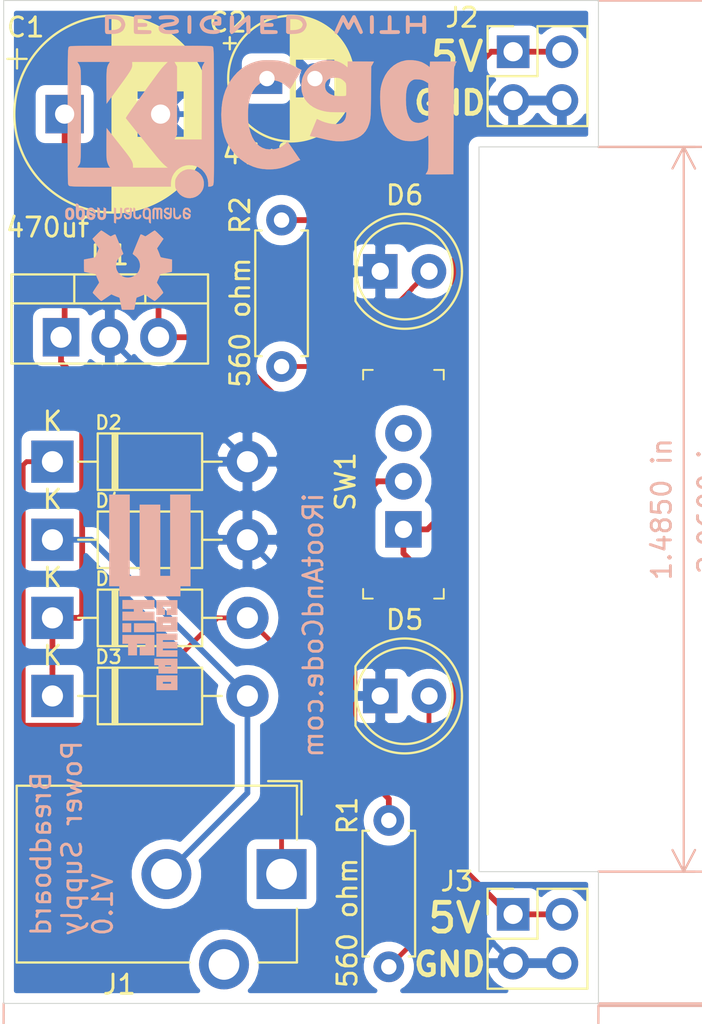
<source format=kicad_pcb>
(kicad_pcb (version 20171130) (host pcbnew "(5.1.2)-1")

  (general
    (thickness 1.6)
    (drawings 23)
    (tracks 80)
    (zones 0)
    (modules 18)
    (nets 11)
  )

  (page A4)
  (title_block
    (title "Power Suppy")
    (date 2019-05-09)
    (rev 1)
    (company "3 Hit Combo LLC")
    (comment 1 "Designed by Anthony Hollis")
  )

  (layers
    (0 F.Cu signal)
    (31 B.Cu signal)
    (32 B.Adhes user)
    (33 F.Adhes user)
    (34 B.Paste user)
    (35 F.Paste user)
    (36 B.SilkS user hide)
    (37 F.SilkS user)
    (38 B.Mask user)
    (39 F.Mask user)
    (40 Dwgs.User user)
    (41 Cmts.User user)
    (42 Eco1.User user)
    (43 Eco2.User user)
    (44 Edge.Cuts user)
    (45 Margin user)
    (46 B.CrtYd user)
    (47 F.CrtYd user)
    (48 B.Fab user)
    (49 F.Fab user)
  )

  (setup
    (last_trace_width 0.3)
    (user_trace_width 0.3)
    (trace_clearance 0.2)
    (zone_clearance 0.508)
    (zone_45_only no)
    (trace_min 0.2)
    (via_size 0.8)
    (via_drill 0.4)
    (via_min_size 0.4)
    (via_min_drill 0.3)
    (user_via 1 0.6)
    (uvia_size 0.3)
    (uvia_drill 0.1)
    (uvias_allowed no)
    (uvia_min_size 0.2)
    (uvia_min_drill 0.1)
    (edge_width 0.05)
    (segment_width 0.2)
    (pcb_text_width 0.3)
    (pcb_text_size 1.5 1.5)
    (mod_edge_width 0.12)
    (mod_text_size 1 1)
    (mod_text_width 0.15)
    (pad_size 1.524 1.524)
    (pad_drill 0.762)
    (pad_to_mask_clearance 0.051)
    (solder_mask_min_width 0.25)
    (aux_axis_origin 0 0)
    (visible_elements FFFFFF7F)
    (pcbplotparams
      (layerselection 0x010fc_ffffffff)
      (usegerberextensions false)
      (usegerberattributes false)
      (usegerberadvancedattributes false)
      (creategerberjobfile false)
      (excludeedgelayer true)
      (linewidth 0.100000)
      (plotframeref false)
      (viasonmask false)
      (mode 1)
      (useauxorigin false)
      (hpglpennumber 1)
      (hpglpenspeed 20)
      (hpglpendiameter 15.000000)
      (psnegative false)
      (psa4output false)
      (plotreference true)
      (plotvalue true)
      (plotinvisibletext false)
      (padsonsilk false)
      (subtractmaskfromsilk false)
      (outputformat 1)
      (mirror false)
      (drillshape 1)
      (scaleselection 1)
      (outputdirectory ""))
  )

  (net 0 "")
  (net 1 /Vin)
  (net 2 /V-)
  (net 3 /Vout1)
  (net 4 "Net-(D1-Pad2)")
  (net 5 "Net-(D3-Pad2)")
  (net 6 "Net-(D5-Pad2)")
  (net 7 "Net-(D6-Pad2)")
  (net 8 "Net-(J1-Pad3)")
  (net 9 /Vout2)
  (net 10 "Net-(SW1-Pad3)")

  (net_class Default "This is the default net class."
    (clearance 0.2)
    (trace_width 0.25)
    (via_dia 0.8)
    (via_drill 0.4)
    (uvia_dia 0.3)
    (uvia_drill 0.1)
    (add_net "Net-(D1-Pad2)")
    (add_net "Net-(D5-Pad2)")
    (add_net "Net-(D6-Pad2)")
    (add_net "Net-(J1-Pad3)")
    (add_net "Net-(SW1-Pad3)")
  )

  (net_class Power ""
    (clearance 0.3)
    (trace_width 0.3)
    (via_dia 1)
    (via_drill 0.5)
    (uvia_dia 0.3)
    (uvia_drill 0.1)
    (add_net /V-)
    (add_net /Vin)
    (add_net /Vout1)
    (add_net /Vout2)
    (add_net "Net-(D3-Pad2)")
  )

  (module Symbol:KiCad-Logo2_8mm_SilkScreen (layer B.Cu) (tedit 0) (tstamp 5CD71A24)
    (at 115.443 82.55)
    (descr "KiCad Logo")
    (tags "Logo KiCad")
    (attr virtual)
    (fp_text reference REF** (at 0 6.35) (layer B.SilkS) hide
      (effects (font (size 1 1) (thickness 0.15)) (justify mirror))
    )
    (fp_text value KiCad-Logo2_8mm_SilkScreen (at 0 -7.62) (layer B.Fab) hide
      (effects (font (size 1 1) (thickness 0.15)) (justify mirror))
    )
    (fp_poly (pts (xy -7.974708 -4.606409) (xy -7.922143 -4.606944) (xy -7.768119 -4.61066) (xy -7.639125 -4.621699)
      (xy -7.530763 -4.641246) (xy -7.438638 -4.670483) (xy -7.358353 -4.710597) (xy -7.285512 -4.762769)
      (xy -7.259495 -4.785433) (xy -7.216337 -4.838462) (xy -7.177421 -4.910421) (xy -7.147427 -4.990184)
      (xy -7.131035 -5.066625) (xy -7.129332 -5.094872) (xy -7.140005 -5.173174) (xy -7.168607 -5.258705)
      (xy -7.210011 -5.339663) (xy -7.259095 -5.404246) (xy -7.267067 -5.412038) (xy -7.3346 -5.466808)
      (xy -7.408552 -5.509563) (xy -7.493188 -5.541423) (xy -7.592771 -5.563508) (xy -7.711566 -5.576938)
      (xy -7.853834 -5.582834) (xy -7.919 -5.583334) (xy -8.001855 -5.582935) (xy -8.060123 -5.581266)
      (xy -8.09927 -5.577622) (xy -8.124763 -5.571293) (xy -8.142068 -5.561574) (xy -8.151344 -5.553274)
      (xy -8.160106 -5.543192) (xy -8.166979 -5.530185) (xy -8.172192 -5.510769) (xy -8.175973 -5.48146)
      (xy -8.178551 -5.438773) (xy -8.180154 -5.379225) (xy -8.181011 -5.29933) (xy -8.181351 -5.195605)
      (xy -8.181403 -5.094872) (xy -8.181734 -4.960519) (xy -8.181662 -4.853192) (xy -8.180384 -4.801795)
      (xy -7.986019 -4.801795) (xy -7.986019 -5.387949) (xy -7.862025 -5.387835) (xy -7.787415 -5.385696)
      (xy -7.709272 -5.380183) (xy -7.644074 -5.372472) (xy -7.64209 -5.372155) (xy -7.536717 -5.346678)
      (xy -7.454986 -5.307) (xy -7.392816 -5.250538) (xy -7.353314 -5.189406) (xy -7.328974 -5.121593)
      (xy -7.330861 -5.057919) (xy -7.359109 -4.989665) (xy -7.414362 -4.919056) (xy -7.490927 -4.866735)
      (xy -7.590449 -4.831763) (xy -7.656961 -4.819386) (xy -7.732461 -4.810694) (xy -7.812479 -4.804404)
      (xy -7.880538 -4.801788) (xy -7.884569 -4.801776) (xy -7.986019 -4.801795) (xy -8.180384 -4.801795)
      (xy -8.17959 -4.769881) (xy -8.173915 -4.707579) (xy -8.163041 -4.663275) (xy -8.145368 -4.63396)
      (xy -8.119297 -4.616625) (xy -8.083229 -4.608261) (xy -8.035566 -4.605859) (xy -7.974708 -4.606409)) (layer B.SilkS) (width 0.01))
    (fp_poly (pts (xy -6.099384 -4.606516) (xy -6.006976 -4.607012) (xy -5.937227 -4.608165) (xy -5.886437 -4.610244)
      (xy -5.850905 -4.613515) (xy -5.826932 -4.618247) (xy -5.810818 -4.624707) (xy -5.798863 -4.633163)
      (xy -5.794533 -4.637055) (xy -5.768205 -4.678404) (xy -5.763465 -4.725916) (xy -5.780784 -4.768095)
      (xy -5.788793 -4.77662) (xy -5.801746 -4.784885) (xy -5.822602 -4.791261) (xy -5.85523 -4.796059)
      (xy -5.903496 -4.799588) (xy -5.971268 -4.802158) (xy -6.062414 -4.804081) (xy -6.145745 -4.805251)
      (xy -6.475546 -4.80931) (xy -6.48456 -4.98215) (xy -6.260696 -4.98215) (xy -6.163508 -4.982989)
      (xy -6.092357 -4.986496) (xy -6.043245 -4.994159) (xy -6.012171 -5.007467) (xy -5.995138 -5.027905)
      (xy -5.988146 -5.056963) (xy -5.987084 -5.083931) (xy -5.990384 -5.117021) (xy -6.002837 -5.141404)
      (xy -6.028274 -5.158353) (xy -6.070525 -5.169143) (xy -6.13342 -5.175048) (xy -6.220789 -5.177341)
      (xy -6.268475 -5.177535) (xy -6.48306 -5.177535) (xy -6.48306 -5.387949) (xy -6.152409 -5.387949)
      (xy -6.044024 -5.3881) (xy -5.961651 -5.388778) (xy -5.901243 -5.39032) (xy -5.858753 -5.393063)
      (xy -5.830135 -5.397345) (xy -5.811342 -5.403503) (xy -5.798328 -5.411873) (xy -5.791699 -5.418008)
      (xy -5.768961 -5.453813) (xy -5.76164 -5.485641) (xy -5.772093 -5.524518) (xy -5.791699 -5.553274)
      (xy -5.802159 -5.562327) (xy -5.815662 -5.569357) (xy -5.83584 -5.574618) (xy -5.866325 -5.578365)
      (xy -5.910749 -5.580854) (xy -5.972745 -5.582339) (xy -6.055945 -5.583075) (xy -6.163981 -5.583318)
      (xy -6.220043 -5.583334) (xy -6.340098 -5.583227) (xy -6.433728 -5.582739) (xy -6.504563 -5.581613)
      (xy -6.556235 -5.579595) (xy -6.592377 -5.57643) (xy -6.616622 -5.571863) (xy -6.632601 -5.56564)
      (xy -6.643947 -5.557504) (xy -6.648386 -5.553274) (xy -6.657171 -5.54316) (xy -6.664058 -5.530112)
      (xy -6.669275 -5.510634) (xy -6.673053 -5.481228) (xy -6.675624 -5.438398) (xy -6.677218 -5.378648)
      (xy -6.678065 -5.298481) (xy -6.678396 -5.194401) (xy -6.678445 -5.097492) (xy -6.6784 -4.973387)
      (xy -6.678088 -4.87583) (xy -6.677242 -4.80131) (xy -6.675596 -4.746315) (xy -6.672883 -4.707334)
      (xy -6.668837 -4.680857) (xy -6.663191 -4.66337) (xy -6.65568 -4.651364) (xy -6.646036 -4.641327)
      (xy -6.64366 -4.63909) (xy -6.632129 -4.629183) (xy -6.618732 -4.621512) (xy -6.59975 -4.61579)
      (xy -6.571469 -4.611732) (xy -6.530172 -4.609052) (xy -6.472142 -4.607466) (xy -6.393663 -4.606688)
      (xy -6.29102 -4.606432) (xy -6.21815 -4.60641) (xy -6.099384 -4.606516)) (layer B.SilkS) (width 0.01))
    (fp_poly (pts (xy -4.739942 -4.608121) (xy -4.640337 -4.615084) (xy -4.547698 -4.625959) (xy -4.467412 -4.640338)
      (xy -4.404862 -4.65781) (xy -4.365435 -4.677966) (xy -4.359383 -4.683899) (xy -4.338338 -4.729939)
      (xy -4.34472 -4.777204) (xy -4.377361 -4.817642) (xy -4.378918 -4.818801) (xy -4.398117 -4.831261)
      (xy -4.418159 -4.837813) (xy -4.446114 -4.838608) (xy -4.489053 -4.8338) (xy -4.554045 -4.823539)
      (xy -4.559273 -4.822675) (xy -4.656115 -4.810778) (xy -4.760598 -4.804909) (xy -4.865389 -4.804852)
      (xy -4.963156 -4.810391) (xy -5.046566 -4.821309) (xy -5.108287 -4.837389) (xy -5.112342 -4.839005)
      (xy -5.157118 -4.864093) (xy -5.17285 -4.889482) (xy -5.160534 -4.914451) (xy -5.121169 -4.93828)
      (xy -5.055752 -4.960246) (xy -4.96528 -4.97963) (xy -4.904954 -4.988962) (xy -4.779554 -5.006913)
      (xy -4.679819 -5.023323) (xy -4.6015 -5.039612) (xy -4.540347 -5.057202) (xy -4.492113 -5.077513)
      (xy -4.452549 -5.101967) (xy -4.417406 -5.131984) (xy -4.389165 -5.16146) (xy -4.355662 -5.202531)
      (xy -4.339173 -5.237846) (xy -4.334017 -5.281357) (xy -4.33383 -5.297292) (xy -4.337702 -5.350169)
      (xy -4.353181 -5.389507) (xy -4.379969 -5.424424) (xy -4.434413 -5.477798) (xy -4.495124 -5.518502)
      (xy -4.566612 -5.547864) (xy -4.65339 -5.567211) (xy -4.759968 -5.57787) (xy -4.890857 -5.581169)
      (xy -4.912469 -5.581113) (xy -4.999752 -5.579304) (xy -5.086313 -5.575193) (xy -5.162716 -5.56937)
      (xy -5.219524 -5.562425) (xy -5.224118 -5.561628) (xy -5.280599 -5.548248) (xy -5.328506 -5.531346)
      (xy -5.355627 -5.515895) (xy -5.380865 -5.47513) (xy -5.382623 -5.427662) (xy -5.360866 -5.385359)
      (xy -5.355998 -5.380576) (xy -5.335876 -5.366363) (xy -5.310712 -5.36024) (xy -5.271767 -5.361282)
      (xy -5.224489 -5.366698) (xy -5.171659 -5.371537) (xy -5.097602 -5.375619) (xy -5.011145 -5.378582)
      (xy -4.921117 -5.380061) (xy -4.897439 -5.380158) (xy -4.807076 -5.379794) (xy -4.740943 -5.37804)
      (xy -4.693221 -5.374287) (xy -4.658092 -5.367927) (xy -4.629736 -5.358351) (xy -4.612695 -5.350375)
      (xy -4.57525 -5.328229) (xy -4.551375 -5.308172) (xy -4.547886 -5.302487) (xy -4.555247 -5.279009)
      (xy -4.590241 -5.256281) (xy -4.650442 -5.235334) (xy -4.733425 -5.2172) (xy -4.757874 -5.213161)
      (xy -4.885576 -5.193103) (xy -4.987494 -5.176338) (xy -5.06756 -5.161647) (xy -5.129708 -5.147812)
      (xy -5.177872 -5.133615) (xy -5.215986 -5.117837) (xy -5.247984 -5.09926) (xy -5.277798 -5.076666)
      (xy -5.309364 -5.048837) (xy -5.319986 -5.03908) (xy -5.357227 -5.002666) (xy -5.376941 -4.973816)
      (xy -5.384653 -4.940802) (xy -5.385901 -4.899199) (xy -5.372169 -4.817615) (xy -5.331132 -4.748298)
      (xy -5.263024 -4.691472) (xy -5.168081 -4.647361) (xy -5.100338 -4.627576) (xy -5.026713 -4.614797)
      (xy -4.938515 -4.607568) (xy -4.84113 -4.605479) (xy -4.739942 -4.608121)) (layer B.SilkS) (width 0.01))
    (fp_poly (pts (xy -3.717617 -4.63647) (xy -3.708855 -4.646552) (xy -3.701982 -4.659559) (xy -3.696769 -4.678975)
      (xy -3.692988 -4.708284) (xy -3.69041 -4.750971) (xy -3.688807 -4.810519) (xy -3.687949 -4.890414)
      (xy -3.68761 -4.99414) (xy -3.687557 -5.094872) (xy -3.68765 -5.219816) (xy -3.688081 -5.318185)
      (xy -3.689077 -5.393465) (xy -3.690869 -5.449138) (xy -3.693683 -5.48869) (xy -3.69775 -5.515605)
      (xy -3.703296 -5.533367) (xy -3.710551 -5.545461) (xy -3.717617 -5.553274) (xy -3.761556 -5.579476)
      (xy -3.808374 -5.577125) (xy -3.850263 -5.548548) (xy -3.859888 -5.537391) (xy -3.867409 -5.524447)
      (xy -3.873088 -5.506136) (xy -3.877181 -5.478882) (xy -3.879949 -5.439104) (xy -3.88165 -5.383226)
      (xy -3.882543 -5.307668) (xy -3.882887 -5.208852) (xy -3.882942 -5.096978) (xy -3.882942 -4.680192)
      (xy -3.846051 -4.643301) (xy -3.800579 -4.612264) (xy -3.75647 -4.611145) (xy -3.717617 -4.63647)) (layer B.SilkS) (width 0.01))
    (fp_poly (pts (xy -2.421216 -4.613776) (xy -2.329995 -4.629082) (xy -2.259936 -4.652875) (xy -2.214358 -4.684204)
      (xy -2.201938 -4.702078) (xy -2.189308 -4.743649) (xy -2.197807 -4.781256) (xy -2.224639 -4.816919)
      (xy -2.26633 -4.833603) (xy -2.326824 -4.832248) (xy -2.373613 -4.823209) (xy -2.477582 -4.805987)
      (xy -2.583834 -4.804351) (xy -2.702763 -4.818329) (xy -2.735614 -4.824252) (xy -2.846199 -4.855431)
      (xy -2.932713 -4.90181) (xy -2.994207 -4.962599) (xy -3.029732 -5.037008) (xy -3.037079 -5.075478)
      (xy -3.03227 -5.153527) (xy -3.00122 -5.222581) (xy -2.94676 -5.281293) (xy -2.871718 -5.328317)
      (xy -2.778924 -5.362307) (xy -2.671206 -5.381918) (xy -2.551395 -5.385805) (xy -2.422319 -5.37262)
      (xy -2.415031 -5.371376) (xy -2.363692 -5.361814) (xy -2.335226 -5.352578) (xy -2.322888 -5.338873)
      (xy -2.319932 -5.315906) (xy -2.319865 -5.303743) (xy -2.319865 -5.252683) (xy -2.411031 -5.252683)
      (xy -2.491536 -5.247168) (xy -2.546475 -5.229594) (xy -2.57844 -5.198417) (xy -2.590026 -5.152094)
      (xy -2.590167 -5.146048) (xy -2.583389 -5.106453) (xy -2.560145 -5.078181) (xy -2.516884 -5.059471)
      (xy -2.450055 -5.048564) (xy -2.385324 -5.044554) (xy -2.291241 -5.042253) (xy -2.222998 -5.045764)
      (xy -2.176455 -5.058719) (xy -2.147472 -5.08475) (xy -2.131909 -5.127491) (xy -2.125625 -5.190574)
      (xy -2.12448 -5.273428) (xy -2.126356 -5.36591) (xy -2.132 -5.428818) (xy -2.141436 -5.462403)
      (xy -2.143267 -5.465033) (xy -2.195079 -5.506998) (xy -2.271044 -5.540232) (xy -2.366346 -5.564023)
      (xy -2.47617 -5.577663) (xy -2.5957 -5.580442) (xy -2.72012 -5.571649) (xy -2.793297 -5.560849)
      (xy -2.908074 -5.528362) (xy -3.01475 -5.47525) (xy -3.104065 -5.406319) (xy -3.11764 -5.392542)
      (xy -3.161746 -5.334622) (xy -3.201543 -5.26284) (xy -3.232381 -5.187583) (xy -3.249611 -5.119241)
      (xy -3.251688 -5.092993) (xy -3.242847 -5.038241) (xy -3.219349 -4.970119) (xy -3.185703 -4.898414)
      (xy -3.146418 -4.832913) (xy -3.111709 -4.789162) (xy -3.030557 -4.724083) (xy -2.925652 -4.672285)
      (xy -2.800754 -4.634938) (xy -2.659621 -4.613217) (xy -2.530279 -4.607909) (xy -2.421216 -4.613776)) (layer B.SilkS) (width 0.01))
    (fp_poly (pts (xy -1.555874 -4.612244) (xy -1.524499 -4.630649) (xy -1.483476 -4.660749) (xy -1.430678 -4.70396)
      (xy -1.363979 -4.761702) (xy -1.281253 -4.835392) (xy -1.180374 -4.926448) (xy -1.064895 -5.031138)
      (xy -0.824421 -5.249207) (xy -0.816906 -4.956508) (xy -0.814193 -4.855754) (xy -0.811576 -4.780722)
      (xy -0.808474 -4.727084) (xy -0.80431 -4.69051) (xy -0.798505 -4.666671) (xy -0.790478 -4.651238)
      (xy -0.779651 -4.639882) (xy -0.77391 -4.63511) (xy -0.727937 -4.609877) (xy -0.684191 -4.613566)
      (xy -0.649489 -4.635123) (xy -0.614007 -4.663835) (xy -0.609594 -5.08315) (xy -0.608373 -5.206471)
      (xy -0.607751 -5.303348) (xy -0.607944 -5.377394) (xy -0.609168 -5.432221) (xy -0.611638 -5.471443)
      (xy -0.615568 -5.498673) (xy -0.621174 -5.517523) (xy -0.628672 -5.531605) (xy -0.636987 -5.542899)
      (xy -0.654976 -5.563846) (xy -0.672875 -5.577731) (xy -0.693166 -5.58306) (xy -0.718332 -5.57834)
      (xy -0.750854 -5.562077) (xy -0.793217 -5.532777) (xy -0.847902 -5.488946) (xy -0.917391 -5.429091)
      (xy -1.004169 -5.351718) (xy -1.102469 -5.262814) (xy -1.455664 -4.942435) (xy -1.463179 -5.234177)
      (xy -1.465897 -5.334747) (xy -1.468521 -5.409604) (xy -1.471633 -5.463084) (xy -1.475816 -5.499526)
      (xy -1.481651 -5.523268) (xy -1.48972 -5.538646) (xy -1.500605 -5.55) (xy -1.506175 -5.554626)
      (xy -1.55541 -5.580042) (xy -1.601931 -5.576209) (xy -1.642443 -5.543733) (xy -1.65171 -5.530667)
      (xy -1.658933 -5.515409) (xy -1.664366 -5.494296) (xy -1.668262 -5.463669) (xy -1.670875 -5.419866)
      (xy -1.672461 -5.359227) (xy -1.673272 -5.278091) (xy -1.673562 -5.172797) (xy -1.673593 -5.094872)
      (xy -1.673495 -4.972988) (xy -1.673033 -4.877503) (xy -1.671951 -4.804755) (xy -1.669997 -4.751083)
      (xy -1.666916 -4.712827) (xy -1.662454 -4.686327) (xy -1.656357 -4.66792) (xy -1.648371 -4.653948)
      (xy -1.642443 -4.646011) (xy -1.627416 -4.627212) (xy -1.613372 -4.613017) (xy -1.598184 -4.604846)
      (xy -1.579727 -4.604116) (xy -1.555874 -4.612244)) (layer B.SilkS) (width 0.01))
    (fp_poly (pts (xy 0.481716 -4.606667) (xy 0.583377 -4.607884) (xy 0.661282 -4.61073) (xy 0.718581 -4.615874)
      (xy 0.758427 -4.623984) (xy 0.783968 -4.635731) (xy 0.798357 -4.651782) (xy 0.804745 -4.672808)
      (xy 0.806281 -4.699476) (xy 0.806289 -4.702626) (xy 0.804955 -4.73279) (xy 0.798651 -4.756103)
      (xy 0.783922 -4.773506) (xy 0.757315 -4.78594) (xy 0.715374 -4.794345) (xy 0.654646 -4.799665)
      (xy 0.571676 -4.802839) (xy 0.463011 -4.804809) (xy 0.429705 -4.805245) (xy 0.107413 -4.80931)
      (xy 0.102906 -4.89573) (xy 0.098398 -4.98215) (xy 0.322263 -4.98215) (xy 0.409721 -4.982473)
      (xy 0.472169 -4.983837) (xy 0.514654 -4.986839) (xy 0.542223 -4.992073) (xy 0.559922 -5.000135)
      (xy 0.572797 -5.01162) (xy 0.57288 -5.011711) (xy 0.59623 -5.056471) (xy 0.595386 -5.104847)
      (xy 0.570879 -5.146086) (xy 0.566029 -5.150325) (xy 0.548815 -5.161249) (xy 0.525226 -5.168849)
      (xy 0.490007 -5.173697) (xy 0.4379 -5.176366) (xy 0.36365 -5.177428) (xy 0.316162 -5.177535)
      (xy 0.099898 -5.177535) (xy 0.099898 -5.387949) (xy 0.42822 -5.387949) (xy 0.536618 -5.388139)
      (xy 0.618935 -5.388914) (xy 0.679149 -5.390584) (xy 0.721235 -5.393458) (xy 0.749171 -5.397847)
      (xy 0.766934 -5.404059) (xy 0.7785 -5.412404) (xy 0.781415 -5.415434) (xy 0.802936 -5.457434)
      (xy 0.80451 -5.505214) (xy 0.786855 -5.546642) (xy 0.772885 -5.559937) (xy 0.758354 -5.567256)
      (xy 0.735838 -5.572919) (xy 0.701776 -5.577123) (xy 0.652607 -5.580068) (xy 0.584768 -5.581951)
      (xy 0.494698 -5.58297) (xy 0.378837 -5.583325) (xy 0.352643 -5.583334) (xy 0.234839 -5.583256)
      (xy 0.143396 -5.582831) (xy 0.074614 -5.581766) (xy 0.024796 -5.579769) (xy -0.00976 -5.57655)
      (xy -0.03275 -5.571816) (xy -0.047874 -5.565277) (xy -0.058831 -5.556641) (xy -0.064842 -5.55044)
      (xy -0.07389 -5.539457) (xy -0.080958 -5.525852) (xy -0.086291 -5.506056) (xy -0.090132 -5.476502)
      (xy -0.092725 -5.433621) (xy -0.094313 -5.373845) (xy -0.095139 -5.293607) (xy -0.095448 -5.189339)
      (xy -0.095486 -5.10158) (xy -0.095392 -4.978608) (xy -0.094943 -4.882069) (xy -0.093892 -4.808339)
      (xy -0.09199 -4.75379) (xy -0.088991 -4.714799) (xy -0.084645 -4.687739) (xy -0.078706 -4.668984)
      (xy -0.070925 -4.65491) (xy -0.064336 -4.646011) (xy -0.033186 -4.60641) (xy 0.353148 -4.60641)
      (xy 0.481716 -4.606667)) (layer B.SilkS) (width 0.01))
    (fp_poly (pts (xy 1.530783 -4.606687) (xy 1.702501 -4.612493) (xy 1.848555 -4.630101) (xy 1.971353 -4.660563)
      (xy 2.073303 -4.704935) (xy 2.156814 -4.764271) (xy 2.224293 -4.839624) (xy 2.278149 -4.93205)
      (xy 2.279208 -4.934304) (xy 2.311349 -5.017024) (xy 2.322801 -5.090284) (xy 2.31352 -5.164012)
      (xy 2.283461 -5.248135) (xy 2.277761 -5.260937) (xy 2.238885 -5.335862) (xy 2.195195 -5.393757)
      (xy 2.138806 -5.442972) (xy 2.061838 -5.491857) (xy 2.057366 -5.494409) (xy 1.990363 -5.526595)
      (xy 1.914631 -5.550632) (xy 1.825304 -5.567351) (xy 1.717515 -5.577579) (xy 1.586398 -5.582146)
      (xy 1.540072 -5.582543) (xy 1.319476 -5.583334) (xy 1.288326 -5.543733) (xy 1.279086 -5.530711)
      (xy 1.271878 -5.515504) (xy 1.26645 -5.494466) (xy 1.262551 -5.46395) (xy 1.259929 -5.420311)
      (xy 1.259074 -5.387949) (xy 1.467591 -5.387949) (xy 1.592582 -5.387949) (xy 1.665723 -5.38581)
      (xy 1.740807 -5.380181) (xy 1.80243 -5.372243) (xy 1.806149 -5.371575) (xy 1.915599 -5.342212)
      (xy 2.000494 -5.298097) (xy 2.063518 -5.237183) (xy 2.10736 -5.157424) (xy 2.114983 -5.136284)
      (xy 2.122456 -5.103362) (xy 2.119221 -5.070836) (xy 2.103479 -5.027564) (xy 2.09399 -5.006307)
      (xy 2.062917 -4.94982) (xy 2.025479 -4.910191) (xy 1.984287 -4.882594) (xy 1.901776 -4.846682)
      (xy 1.796179 -4.820668) (xy 1.673164 -4.805688) (xy 1.58407 -4.802392) (xy 1.467591 -4.801795)
      (xy 1.467591 -5.387949) (xy 1.259074 -5.387949) (xy 1.258332 -5.3599) (xy 1.25751 -5.279072)
      (xy 1.25721 -5.174181) (xy 1.257176 -5.092162) (xy 1.257176 -4.680192) (xy 1.294067 -4.643301)
      (xy 1.31044 -4.628348) (xy 1.328143 -4.618108) (xy 1.352865 -4.611701) (xy 1.390294 -4.608247)
      (xy 1.446119 -4.606867) (xy 1.526028 -4.606681) (xy 1.530783 -4.606687)) (layer B.SilkS) (width 0.01))
    (fp_poly (pts (xy 5.160547 -4.60903) (xy 5.186628 -4.61835) (xy 5.187634 -4.618806) (xy 5.223052 -4.645834)
      (xy 5.242566 -4.673636) (xy 5.246384 -4.686672) (xy 5.246195 -4.703992) (xy 5.240822 -4.728667)
      (xy 5.229088 -4.763764) (xy 5.209813 -4.812353) (xy 5.181822 -4.877502) (xy 5.143936 -4.962281)
      (xy 5.094978 -5.069759) (xy 5.068031 -5.128503) (xy 5.01937 -5.233373) (xy 4.97369 -5.329814)
      (xy 4.932734 -5.414298) (xy 4.898246 -5.4833) (xy 4.871969 -5.533294) (xy 4.855646 -5.560754)
      (xy 4.852416 -5.564547) (xy 4.811089 -5.58128) (xy 4.764409 -5.579039) (xy 4.72697 -5.558687)
      (xy 4.725444 -5.557032) (xy 4.710551 -5.534486) (xy 4.685569 -5.490571) (xy 4.653579 -5.43094)
      (xy 4.61766 -5.361246) (xy 4.604752 -5.335563) (xy 4.507314 -5.140397) (xy 4.401106 -5.352407)
      (xy 4.363197 -5.425661) (xy 4.328027 -5.48919) (xy 4.298468 -5.538131) (xy 4.277394 -5.567622)
      (xy 4.270252 -5.573876) (xy 4.214738 -5.582345) (xy 4.168929 -5.564547) (xy 4.155454 -5.545525)
      (xy 4.132136 -5.503249) (xy 4.100877 -5.44188) (xy 4.06358 -5.365576) (xy 4.022146 -5.278499)
      (xy 3.978478 -5.184807) (xy 3.934478 -5.088661) (xy 3.892048 -4.994221) (xy 3.85309 -4.905645)
      (xy 3.819507 -4.827096) (xy 3.793201 -4.762731) (xy 3.776074 -4.716711) (xy 3.770029 -4.693197)
      (xy 3.770091 -4.692345) (xy 3.7848 -4.662756) (xy 3.814202 -4.63262) (xy 3.815933 -4.631308)
      (xy 3.85207 -4.610882) (xy 3.885494 -4.61108) (xy 3.898022 -4.614931) (xy 3.913287 -4.623253)
      (xy 3.929498 -4.639625) (xy 3.948599 -4.667442) (xy 3.972535 -4.7101) (xy 4.003251 -4.770995)
      (xy 4.042691 -4.853525) (xy 4.078258 -4.929707) (xy 4.119177 -5.018014) (xy 4.155844 -5.097426)
      (xy 4.186354 -5.163796) (xy 4.208802 -5.212975) (xy 4.221283 -5.240813) (xy 4.223103 -5.245168)
      (xy 4.23129 -5.238049) (xy 4.250105 -5.208241) (xy 4.277046 -5.160096) (xy 4.309608 -5.097963)
      (xy 4.322566 -5.072328) (xy 4.36646 -4.985765) (xy 4.400311 -4.922725) (xy 4.426897 -4.879542)
      (xy 4.448995 -4.852552) (xy 4.469384 -4.838088) (xy 4.49084 -4.832487) (xy 4.504823 -4.831854)
      (xy 4.529488 -4.83404) (xy 4.551102 -4.843079) (xy 4.572578 -4.862697) (xy 4.59683 -4.896617)
      (xy 4.62677 -4.948562) (xy 4.665313 -5.022258) (xy 4.686578 -5.06418) (xy 4.721072 -5.130994)
      (xy 4.751156 -5.186401) (xy 4.774177 -5.225727) (xy 4.78748 -5.244296) (xy 4.789289 -5.245069)
      (xy 4.79788 -5.230455) (xy 4.817114 -5.192507) (xy 4.845065 -5.135196) (xy 4.879807 -5.062496)
      (xy 4.919413 -4.978376) (xy 4.938896 -4.936594) (xy 4.98958 -4.828763) (xy 5.030393 -4.74579)
      (xy 5.063454 -4.684966) (xy 5.090881 -4.643585) (xy 5.114792 -4.61894) (xy 5.137308 -4.608324)
      (xy 5.160547 -4.60903)) (layer B.SilkS) (width 0.01))
    (fp_poly (pts (xy 5.751604 -4.615477) (xy 5.783174 -4.635142) (xy 5.818656 -4.663873) (xy 5.818656 -5.091966)
      (xy 5.818543 -5.21719) (xy 5.818059 -5.315847) (xy 5.816986 -5.39143) (xy 5.815108 -5.447433)
      (xy 5.812206 -5.487347) (xy 5.808063 -5.514666) (xy 5.802462 -5.532881) (xy 5.795185 -5.545486)
      (xy 5.790024 -5.551696) (xy 5.748168 -5.57898) (xy 5.700505 -5.577867) (xy 5.658753 -5.554602)
      (xy 5.623271 -5.525871) (xy 5.623271 -4.663873) (xy 5.658753 -4.635142) (xy 5.692998 -4.614242)
      (xy 5.720963 -4.60641) (xy 5.751604 -4.615477)) (layer B.SilkS) (width 0.01))
    (fp_poly (pts (xy 6.782677 -4.606539) (xy 6.887465 -4.607043) (xy 6.968799 -4.608096) (xy 7.02998 -4.609876)
      (xy 7.074311 -4.612557) (xy 7.105094 -4.616314) (xy 7.125631 -4.621325) (xy 7.139225 -4.627763)
      (xy 7.145803 -4.632712) (xy 7.179944 -4.676029) (xy 7.184074 -4.721003) (xy 7.162976 -4.76186)
      (xy 7.149179 -4.778186) (xy 7.134332 -4.789318) (xy 7.112815 -4.79625) (xy 7.079008 -4.799977)
      (xy 7.027292 -4.801494) (xy 6.952047 -4.801794) (xy 6.937269 -4.801795) (xy 6.742975 -4.801795)
      (xy 6.742975 -5.162505) (xy 6.742847 -5.276201) (xy 6.742266 -5.363685) (xy 6.740936 -5.428802)
      (xy 6.73856 -5.475398) (xy 6.734844 -5.507319) (xy 6.729492 -5.528412) (xy 6.722207 -5.542523)
      (xy 6.712916 -5.553274) (xy 6.669071 -5.579696) (xy 6.6233 -5.577614) (xy 6.58179 -5.547469)
      (xy 6.578741 -5.543733) (xy 6.568812 -5.52961) (xy 6.561248 -5.513086) (xy 6.555729 -5.490146)
      (xy 6.551933 -5.456773) (xy 6.549542 -5.408955) (xy 6.548234 -5.342674) (xy 6.547691 -5.253918)
      (xy 6.547591 -5.152963) (xy 6.547591 -4.801795) (xy 6.36205 -4.801795) (xy 6.282427 -4.801256)
      (xy 6.227304 -4.799157) (xy 6.191132 -4.794771) (xy 6.168362 -4.787376) (xy 6.153447 -4.776245)
      (xy 6.151636 -4.77431) (xy 6.129858 -4.730057) (xy 6.131784 -4.680029) (xy 6.156821 -4.63647)
      (xy 6.166504 -4.62802) (xy 6.178988 -4.621321) (xy 6.197603 -4.616169) (xy 6.225677 -4.612361)
      (xy 6.266541 -4.609697) (xy 6.323522 -4.607972) (xy 6.399952 -4.606984) (xy 6.499157 -4.606532)
      (xy 6.624469 -4.606412) (xy 6.651133 -4.60641) (xy 6.782677 -4.606539)) (layer B.SilkS) (width 0.01))
    (fp_poly (pts (xy 8.467859 -4.613688) (xy 8.509635 -4.643301) (xy 8.546525 -4.680192) (xy 8.546525 -5.092162)
      (xy 8.546429 -5.214486) (xy 8.545972 -5.310398) (xy 8.544903 -5.383544) (xy 8.542971 -5.43757)
      (xy 8.539923 -5.476123) (xy 8.535509 -5.502848) (xy 8.529476 -5.521394) (xy 8.521574 -5.535405)
      (xy 8.515375 -5.543733) (xy 8.474461 -5.576449) (xy 8.427482 -5.58) (xy 8.384544 -5.559937)
      (xy 8.370356 -5.548092) (xy 8.360872 -5.532358) (xy 8.355151 -5.507022) (xy 8.352253 -5.46637)
      (xy 8.351238 -5.404688) (xy 8.351141 -5.357038) (xy 8.351141 -5.177535) (xy 7.689839 -5.177535)
      (xy 7.689839 -5.340833) (xy 7.689155 -5.415505) (xy 7.686419 -5.466824) (xy 7.680604 -5.501477)
      (xy 7.670684 -5.526155) (xy 7.658689 -5.543733) (xy 7.617546 -5.576357) (xy 7.571017 -5.58022)
      (xy 7.526473 -5.557032) (xy 7.514312 -5.544876) (xy 7.505723 -5.528761) (xy 7.500058 -5.50366)
      (xy 7.496669 -5.464544) (xy 7.494908 -5.406386) (xy 7.494128 -5.324158) (xy 7.494036 -5.305286)
      (xy 7.493392 -5.150357) (xy 7.49306 -5.022674) (xy 7.493168 -4.919427) (xy 7.493845 -4.837803)
      (xy 7.495218 -4.774992) (xy 7.497416 -4.728181) (xy 7.500566 -4.694559) (xy 7.504798 -4.671315)
      (xy 7.510238 -4.655636) (xy 7.517015 -4.644711) (xy 7.524514 -4.63647) (xy 7.566933 -4.610107)
      (xy 7.611172 -4.613688) (xy 7.652948 -4.643301) (xy 7.669853 -4.662407) (xy 7.680629 -4.683511)
      (xy 7.686641 -4.713568) (xy 7.689256 -4.759533) (xy 7.689839 -4.82836) (xy 7.689839 -4.98215)
      (xy 8.351141 -4.98215) (xy 8.351141 -4.824339) (xy 8.351816 -4.751636) (xy 8.354526 -4.702545)
      (xy 8.360301 -4.670636) (xy 8.370169 -4.649478) (xy 8.3812 -4.63647) (xy 8.423619 -4.610107)
      (xy 8.467859 -4.613688)) (layer B.SilkS) (width 0.01))
    (fp_poly (pts (xy -3.602318 3.916067) (xy -3.466071 3.868828) (xy -3.339221 3.794473) (xy -3.225933 3.693013)
      (xy -3.130372 3.564457) (xy -3.087446 3.483428) (xy -3.050295 3.370092) (xy -3.032288 3.239249)
      (xy -3.034283 3.104735) (xy -3.056423 2.982842) (xy -3.116936 2.833893) (xy -3.204686 2.704691)
      (xy -3.315212 2.597777) (xy -3.444054 2.515694) (xy -3.586753 2.460984) (xy -3.738849 2.43619)
      (xy -3.895881 2.443853) (xy -3.973286 2.460228) (xy -4.124141 2.518911) (xy -4.258125 2.608457)
      (xy -4.372006 2.726107) (xy -4.462552 2.869098) (xy -4.470212 2.884714) (xy -4.496694 2.943314)
      (xy -4.513322 2.992666) (xy -4.52235 3.04473) (xy -4.526032 3.111461) (xy -4.526643 3.184071)
      (xy -4.525633 3.271309) (xy -4.521072 3.334376) (xy -4.510666 3.385364) (xy -4.492121 3.436367)
      (xy -4.46923 3.486687) (xy -4.383846 3.62953) (xy -4.278699 3.74519) (xy -4.157955 3.833675)
      (xy -4.025779 3.894995) (xy -3.886337 3.929161) (xy -3.743795 3.936182) (xy -3.602318 3.916067)) (layer B.SilkS) (width 0.01))
    (fp_poly (pts (xy 9.041571 2.699911) (xy 9.195876 2.699277) (xy 9.248321 2.698958) (xy 9.9695 2.694214)
      (xy 9.978571 -0.072572) (xy 9.979769 -0.447756) (xy 9.980832 -0.788417) (xy 9.981827 -1.096318)
      (xy 9.982823 -1.373221) (xy 9.983888 -1.620888) (xy 9.985091 -1.841081) (xy 9.986499 -2.035562)
      (xy 9.988182 -2.206094) (xy 9.990206 -2.35444) (xy 9.992641 -2.482361) (xy 9.995554 -2.59162)
      (xy 9.999015 -2.683979) (xy 10.00309 -2.7612) (xy 10.007849 -2.825046) (xy 10.01336 -2.877278)
      (xy 10.019691 -2.91966) (xy 10.02691 -2.953953) (xy 10.035085 -2.98192) (xy 10.044285 -3.005324)
      (xy 10.054577 -3.025925) (xy 10.066031 -3.045487) (xy 10.078715 -3.065772) (xy 10.092695 -3.088543)
      (xy 10.095561 -3.093393) (xy 10.14364 -3.175433) (xy 8.753928 -3.165929) (xy 8.744857 -3.013295)
      (xy 8.739918 -2.940045) (xy 8.734771 -2.897696) (xy 8.727786 -2.880892) (xy 8.717337 -2.884277)
      (xy 8.708571 -2.89396) (xy 8.670388 -2.929229) (xy 8.608155 -2.974563) (xy 8.530641 -3.024546)
      (xy 8.446613 -3.073761) (xy 8.364839 -3.116791) (xy 8.302052 -3.145101) (xy 8.154954 -3.191624)
      (xy 7.98618 -3.224579) (xy 7.808191 -3.242707) (xy 7.633447 -3.24475) (xy 7.474407 -3.229447)
      (xy 7.471788 -3.229009) (xy 7.254168 -3.174402) (xy 7.050455 -3.087401) (xy 6.862613 -2.969876)
      (xy 6.692607 -2.823697) (xy 6.542402 -2.650734) (xy 6.413964 -2.452857) (xy 6.309257 -2.231936)
      (xy 6.252246 -2.068286) (xy 6.214651 -1.931375) (xy 6.186771 -1.798798) (xy 6.167753 -1.662502)
      (xy 6.156745 -1.514433) (xy 6.152895 -1.346537) (xy 6.1546 -1.20944) (xy 7.493359 -1.20944)
      (xy 7.499694 -1.439329) (xy 7.519679 -1.637111) (xy 7.553927 -1.804539) (xy 7.603055 -1.943369)
      (xy 7.667676 -2.055358) (xy 7.748405 -2.142259) (xy 7.841591 -2.203692) (xy 7.89008 -2.226626)
      (xy 7.932134 -2.240375) (xy 7.97902 -2.246666) (xy 8.042004 -2.247222) (xy 8.109857 -2.244773)
      (xy 8.243295 -2.233004) (xy 8.348832 -2.209955) (xy 8.382 -2.19841) (xy 8.457735 -2.164311)
      (xy 8.537614 -2.121491) (xy 8.5725 -2.100057) (xy 8.663214 -2.040556) (xy 8.663214 -0.154584)
      (xy 8.563428 -0.094771) (xy 8.424267 -0.027185) (xy 8.282087 0.012786) (xy 8.14209 0.025378)
      (xy 8.009474 0.010827) (xy 7.88944 -0.030632) (xy 7.787188 -0.098763) (xy 7.754195 -0.131466)
      (xy 7.674667 -0.238619) (xy 7.610299 -0.368327) (xy 7.560553 -0.522814) (xy 7.524891 -0.704302)
      (xy 7.502775 -0.915015) (xy 7.493667 -1.157175) (xy 7.493359 -1.20944) (xy 6.1546 -1.20944)
      (xy 6.15531 -1.152374) (xy 6.170605 -0.853713) (xy 6.201358 -0.584325) (xy 6.248381 -0.340285)
      (xy 6.312482 -0.11767) (xy 6.394472 0.087444) (xy 6.42373 0.148254) (xy 6.541581 0.34656)
      (xy 6.683996 0.522788) (xy 6.847629 0.674092) (xy 7.029131 0.797629) (xy 7.225153 0.890553)
      (xy 7.342655 0.928885) (xy 7.458054 0.951641) (xy 7.596907 0.96518) (xy 7.747574 0.969508)
      (xy 7.898413 0.964632) (xy 8.037785 0.950556) (xy 8.149691 0.928475) (xy 8.282884 0.885172)
      (xy 8.411979 0.829489) (xy 8.524928 0.767064) (xy 8.585043 0.724697) (xy 8.62651 0.693193)
      (xy 8.655545 0.67401) (xy 8.66215 0.671286) (xy 8.664198 0.688837) (xy 8.666107 0.739125)
      (xy 8.667836 0.8186) (xy 8.669341 0.923714) (xy 8.670581 1.050917) (xy 8.671513 1.196661)
      (xy 8.672095 1.357397) (xy 8.672286 1.521116) (xy 8.672179 1.730812) (xy 8.671658 1.907604)
      (xy 8.670416 2.054874) (xy 8.668148 2.176003) (xy 8.66455 2.274373) (xy 8.659317 2.353366)
      (xy 8.652144 2.416362) (xy 8.642726 2.466745) (xy 8.630758 2.507895) (xy 8.615935 2.543194)
      (xy 8.597952 2.576023) (xy 8.576505 2.609765) (xy 8.573745 2.613943) (xy 8.546083 2.657644)
      (xy 8.529382 2.687695) (xy 8.527143 2.694033) (xy 8.544643 2.696033) (xy 8.594574 2.69766)
      (xy 8.673085 2.698888) (xy 8.776323 2.699689) (xy 8.900436 2.700039) (xy 9.041571 2.699911)) (layer B.SilkS) (width 0.01))
    (fp_poly (pts (xy 4.185632 0.97227) (xy 4.275523 0.965465) (xy 4.532715 0.931247) (xy 4.760485 0.876669)
      (xy 4.959943 0.80098) (xy 5.132197 0.70343) (xy 5.278359 0.583268) (xy 5.399536 0.439742)
      (xy 5.496839 0.272102) (xy 5.567891 0.090714) (xy 5.585927 0.032854) (xy 5.601632 -0.021329)
      (xy 5.615192 -0.074752) (xy 5.626792 -0.130333) (xy 5.636617 -0.190988) (xy 5.644853 -0.259635)
      (xy 5.651684 -0.33919) (xy 5.657295 -0.432572) (xy 5.661872 -0.542696) (xy 5.6656 -0.672481)
      (xy 5.668665 -0.824842) (xy 5.67125 -1.002698) (xy 5.673542 -1.208965) (xy 5.675725 -1.446561)
      (xy 5.677286 -1.632857) (xy 5.687785 -2.911929) (xy 5.755821 -3.035018) (xy 5.788038 -3.094317)
      (xy 5.812012 -3.140377) (xy 5.82345 -3.164893) (xy 5.823857 -3.166553) (xy 5.806375 -3.168454)
      (xy 5.756574 -3.170205) (xy 5.678421 -3.171758) (xy 5.575882 -3.173062) (xy 5.452922 -3.17407)
      (xy 5.31351 -3.174731) (xy 5.161611 -3.174997) (xy 5.1435 -3.175) (xy 4.463143 -3.175)
      (xy 4.463143 -3.020786) (xy 4.461982 -2.951094) (xy 4.458887 -2.897794) (xy 4.454432 -2.869217)
      (xy 4.452463 -2.866572) (xy 4.434455 -2.877653) (xy 4.397393 -2.906736) (xy 4.349222 -2.947579)
      (xy 4.348141 -2.948524) (xy 4.260235 -3.013971) (xy 4.149217 -3.079688) (xy 4.027631 -3.139219)
      (xy 3.908021 -3.186109) (xy 3.855357 -3.202133) (xy 3.750551 -3.222485) (xy 3.62195 -3.235472)
      (xy 3.481325 -3.240909) (xy 3.340448 -3.238611) (xy 3.211093 -3.228392) (xy 3.120571 -3.213689)
      (xy 2.89858 -3.148499) (xy 2.698729 -3.055594) (xy 2.522319 -2.936126) (xy 2.37065 -2.791247)
      (xy 2.245024 -2.62211) (xy 2.146741 -2.429867) (xy 2.104341 -2.313214) (xy 2.077768 -2.199833)
      (xy 2.060158 -2.063722) (xy 2.05201 -1.917437) (xy 2.052278 -1.896151) (xy 3.279321 -1.896151)
      (xy 3.289496 -2.00485) (xy 3.323378 -2.095185) (xy 3.386 -2.178995) (xy 3.410052 -2.203571)
      (xy 3.495551 -2.270011) (xy 3.594373 -2.312574) (xy 3.712768 -2.333177) (xy 3.837445 -2.334694)
      (xy 3.955698 -2.324677) (xy 4.046239 -2.305085) (xy 4.08556 -2.29037) (xy 4.156432 -2.250265)
      (xy 4.231525 -2.193863) (xy 4.300038 -2.130561) (xy 4.351172 -2.069755) (xy 4.36475 -2.047449)
      (xy 4.375305 -2.016212) (xy 4.38281 -1.966507) (xy 4.387613 -1.893587) (xy 4.390065 -1.792703)
      (xy 4.390571 -1.696689) (xy 4.390228 -1.58475) (xy 4.388843 -1.503809) (xy 4.385881 -1.448585)
      (xy 4.380808 -1.413794) (xy 4.37309 -1.394154) (xy 4.362192 -1.38438) (xy 4.358821 -1.382824)
      (xy 4.329529 -1.378029) (xy 4.271756 -1.374108) (xy 4.193304 -1.371414) (xy 4.101974 -1.370299)
      (xy 4.082143 -1.370298) (xy 3.960063 -1.372246) (xy 3.865749 -1.378041) (xy 3.790807 -1.388475)
      (xy 3.728903 -1.403714) (xy 3.575349 -1.461784) (xy 3.454932 -1.533179) (xy 3.36661 -1.619039)
      (xy 3.309339 -1.720507) (xy 3.282078 -1.838725) (xy 3.279321 -1.896151) (xy 2.052278 -1.896151)
      (xy 2.053823 -1.773533) (xy 2.066096 -1.644565) (xy 2.07567 -1.59246) (xy 2.136801 -1.398997)
      (xy 2.229757 -1.220993) (xy 2.352783 -1.060155) (xy 2.504124 -0.91819) (xy 2.682025 -0.796806)
      (xy 2.884732 -0.697709) (xy 3.057071 -0.637533) (xy 3.172253 -0.605919) (xy 3.282423 -0.581354)
      (xy 3.394719 -0.563039) (xy 3.516275 -0.550178) (xy 3.654229 -0.541972) (xy 3.815715 -0.537624)
      (xy 3.961715 -0.5364) (xy 4.394645 -0.535215) (xy 4.386351 -0.40508) (xy 4.362801 -0.263883)
      (xy 4.312703 -0.142518) (xy 4.238191 -0.044017) (xy 4.141399 0.028591) (xy 4.056171 0.064021)
      (xy 3.934056 0.08635) (xy 3.788683 0.089557) (xy 3.626867 0.074823) (xy 3.455422 0.04333)
      (xy 3.281163 -0.00374) (xy 3.110904 -0.065203) (xy 2.987176 -0.121417) (xy 2.927647 -0.150283)
      (xy 2.882242 -0.170443) (xy 2.85915 -0.17831) (xy 2.857897 -0.178058) (xy 2.849929 -0.160437)
      (xy 2.830031 -0.113733) (xy 2.800077 -0.042418) (xy 2.761939 0.049031) (xy 2.717488 0.156141)
      (xy 2.672305 0.265451) (xy 2.491667 0.70326) (xy 2.620155 0.724364) (xy 2.675846 0.734953)
      (xy 2.759564 0.752737) (xy 2.864139 0.776102) (xy 2.982399 0.803435) (xy 3.107172 0.833119)
      (xy 3.156857 0.845182) (xy 3.371807 0.895038) (xy 3.559995 0.932416) (xy 3.728446 0.958073)
      (xy 3.884186 0.972765) (xy 4.03424 0.977245) (xy 4.185632 0.97227)) (layer B.SilkS) (width 0.01))
    (fp_poly (pts (xy 0.581378 2.430769) (xy 0.777019 2.409351) (xy 0.966562 2.371015) (xy 1.157717 2.313762)
      (xy 1.358196 2.235591) (xy 1.575708 2.134504) (xy 1.61488 2.114924) (xy 1.704772 2.070638)
      (xy 1.789553 2.030761) (xy 1.860855 1.999102) (xy 1.91031 1.979468) (xy 1.917908 1.976996)
      (xy 1.990714 1.955183) (xy 1.664803 1.481056) (xy 1.585123 1.365177) (xy 1.512272 1.259306)
      (xy 1.44873 1.167038) (xy 1.396972 1.091967) (xy 1.359477 1.037687) (xy 1.338723 1.007793)
      (xy 1.335351 1.003059) (xy 1.321655 1.012958) (xy 1.287943 1.042715) (xy 1.240244 1.086927)
      (xy 1.21392 1.111916) (xy 1.064772 1.230544) (xy 0.897268 1.320687) (xy 0.752928 1.370064)
      (xy 0.666283 1.385571) (xy 0.557796 1.395021) (xy 0.440227 1.398239) (xy 0.326334 1.395049)
      (xy 0.228879 1.385276) (xy 0.18999 1.377791) (xy 0.014712 1.317488) (xy -0.143235 1.22541)
      (xy -0.283732 1.101727) (xy -0.406665 0.946607) (xy -0.511915 0.760219) (xy -0.599365 0.54273)
      (xy -0.6689 0.294308) (xy -0.710225 0.081643) (xy -0.721006 -0.012241) (xy -0.728352 -0.133524)
      (xy -0.732333 -0.273493) (xy -0.733021 -0.423431) (xy -0.730486 -0.574622) (xy -0.7248 -0.718351)
      (xy -0.716033 -0.845903) (xy -0.704256 -0.948562) (xy -0.701707 -0.964401) (xy -0.645519 -1.219536)
      (xy -0.568964 -1.445342) (xy -0.471574 -1.642831) (xy -0.352886 -1.813014) (xy -0.268637 -1.905022)
      (xy -0.11723 -2.029943) (xy 0.048817 -2.12254) (xy 0.226701 -2.182309) (xy 0.413622 -2.208746)
      (xy 0.606778 -2.201348) (xy 0.803369 -2.159611) (xy 0.919597 -2.118771) (xy 1.080438 -2.03699)
      (xy 1.246213 -1.919678) (xy 1.339073 -1.840345) (xy 1.391214 -1.794429) (xy 1.43218 -1.760742)
      (xy 1.455498 -1.74451) (xy 1.458393 -1.744015) (xy 1.4688 -1.760601) (xy 1.495767 -1.804432)
      (xy 1.536996 -1.871748) (xy 1.590189 -1.958794) (xy 1.65305 -2.06181) (xy 1.723281 -2.177041)
      (xy 1.762372 -2.241231) (xy 2.060964 -2.731677) (xy 1.688161 -2.915915) (xy 1.553369 -2.982093)
      (xy 1.444175 -3.034278) (xy 1.353907 -3.07506) (xy 1.275888 -3.107033) (xy 1.203444 -3.132787)
      (xy 1.129901 -3.154914) (xy 1.048584 -3.176007) (xy 0.970643 -3.19453) (xy 0.901366 -3.208863)
      (xy 0.828917 -3.219694) (xy 0.746042 -3.227626) (xy 0.645488 -3.233258) (xy 0.520003 -3.237192)
      (xy 0.435428 -3.238891) (xy 0.314754 -3.24005) (xy 0.199042 -3.239465) (xy 0.095951 -3.237304)
      (xy 0.013138 -3.233732) (xy -0.04174 -3.228917) (xy -0.044992 -3.228437) (xy -0.329957 -3.166786)
      (xy -0.597558 -3.073285) (xy -0.847703 -2.947993) (xy -1.080296 -2.790974) (xy -1.295243 -2.602289)
      (xy -1.49245 -2.382) (xy -1.635273 -2.186214) (xy -1.78732 -1.929949) (xy -1.910227 -1.659317)
      (xy -2.00459 -1.372149) (xy -2.071001 -1.066276) (xy -2.110056 -0.739528) (xy -2.12236 -0.407739)
      (xy -2.112241 -0.086779) (xy -2.080439 0.209354) (xy -2.025946 0.485655) (xy -1.94775 0.747119)
      (xy -1.844841 0.998742) (xy -1.832553 1.02481) (xy -1.69718 1.268493) (xy -1.530911 1.500382)
      (xy -1.338459 1.715677) (xy -1.124534 1.909578) (xy -0.893845 2.077285) (xy -0.678891 2.200304)
      (xy -0.461742 2.296655) (xy -0.244132 2.366449) (xy -0.017638 2.411587) (xy 0.226166 2.433969)
      (xy 0.371928 2.437269) (xy 0.581378 2.430769)) (layer B.SilkS) (width 0.01))
    (fp_poly (pts (xy -7.870089 3.33834) (xy -7.52054 3.338293) (xy -7.35783 3.338286) (xy -4.753429 3.338285)
      (xy -4.753429 3.184762) (xy -4.737043 2.997937) (xy -4.687588 2.825633) (xy -4.60462 2.666825)
      (xy -4.487695 2.52049) (xy -4.448136 2.480968) (xy -4.30583 2.368862) (xy -4.148922 2.287101)
      (xy -3.982072 2.235647) (xy -3.809939 2.214463) (xy -3.637185 2.223513) (xy -3.46847 2.262758)
      (xy -3.308454 2.332162) (xy -3.161798 2.431689) (xy -3.095932 2.491735) (xy -2.973192 2.638957)
      (xy -2.883188 2.800853) (xy -2.826706 2.975573) (xy -2.804529 3.161265) (xy -2.804234 3.179533)
      (xy -2.803072 3.33828) (xy -2.7333 3.338283) (xy -2.671405 3.329882) (xy -2.614865 3.309444)
      (xy -2.611128 3.307333) (xy -2.598358 3.300707) (xy -2.586632 3.295546) (xy -2.575906 3.290349)
      (xy -2.566139 3.28361) (xy -2.557288 3.273829) (xy -2.549311 3.2595) (xy -2.542165 3.239122)
      (xy -2.535808 3.211192) (xy -2.530198 3.174205) (xy -2.525293 3.12666) (xy -2.521049 3.067053)
      (xy -2.517424 2.993881) (xy -2.514377 2.905641) (xy -2.511864 2.80083) (xy -2.509844 2.677945)
      (xy -2.508274 2.535483) (xy -2.507112 2.37194) (xy -2.506314 2.185814) (xy -2.50584 1.975602)
      (xy -2.505646 1.7398) (xy -2.50569 1.476906) (xy -2.50593 1.185416) (xy -2.506323 0.863828)
      (xy -2.506827 0.510638) (xy -2.5074 0.124343) (xy -2.507999 -0.29656) (xy -2.508068 -0.34784)
      (xy -2.508605 -0.771426) (xy -2.509061 -1.16023) (xy -2.509484 -1.515753) (xy -2.509921 -1.839498)
      (xy -2.510422 -2.132966) (xy -2.511035 -2.397661) (xy -2.511808 -2.635085) (xy -2.512789 -2.84674)
      (xy -2.514026 -3.034129) (xy -2.515568 -3.198754) (xy -2.517463 -3.342117) (xy -2.519759 -3.46572)
      (xy -2.522504 -3.571067) (xy -2.525747 -3.659659) (xy -2.529536 -3.733) (xy -2.533919 -3.79259)
      (xy -2.538945 -3.839933) (xy -2.544661 -3.876531) (xy -2.551116 -3.903886) (xy -2.558359 -3.923502)
      (xy -2.566437 -3.936879) (xy -2.575398 -3.945521) (xy -2.585292 -3.95093) (xy -2.596165 -3.954608)
      (xy -2.608067 -3.958058) (xy -2.621046 -3.962782) (xy -2.624217 -3.96422) (xy -2.634181 -3.967451)
      (xy -2.650859 -3.97042) (xy -2.675707 -3.973137) (xy -2.71018 -3.975613) (xy -2.755736 -3.977858)
      (xy -2.81383 -3.979883) (xy -2.885919 -3.981698) (xy -2.973458 -3.983315) (xy -3.077905 -3.984743)
      (xy -3.200715 -3.985993) (xy -3.343345 -3.987076) (xy -3.507251 -3.988002) (xy -3.69389 -3.988782)
      (xy -3.904716 -3.989426) (xy -4.141188 -3.989946) (xy -4.404761 -3.990351) (xy -4.69689 -3.990652)
      (xy -5.019034 -3.99086) (xy -5.372647 -3.990985) (xy -5.759186 -3.991038) (xy -6.180108 -3.991029)
      (xy -6.316456 -3.991016) (xy -6.746716 -3.990947) (xy -7.142164 -3.990834) (xy -7.504273 -3.990665)
      (xy -7.834517 -3.99043) (xy -8.134371 -3.990116) (xy -8.405308 -3.989713) (xy -8.6488 -3.989207)
      (xy -8.866323 -3.988589) (xy -9.05935 -3.987846) (xy -9.229354 -3.986968) (xy -9.37781 -3.985941)
      (xy -9.50619 -3.984756) (xy -9.615969 -3.9834) (xy -9.70862 -3.981862) (xy -9.785617 -3.98013)
      (xy -9.848434 -3.978194) (xy -9.898544 -3.97604) (xy -9.937421 -3.973659) (xy -9.966538 -3.971037)
      (xy -9.987371 -3.968165) (xy -10.001391 -3.96503) (xy -10.009034 -3.962159) (xy -10.022618 -3.95643)
      (xy -10.03509 -3.952206) (xy -10.046498 -3.947985) (xy -10.056889 -3.942268) (xy -10.066309 -3.933555)
      (xy -10.074808 -3.920345) (xy -10.08243 -3.901137) (xy -10.089225 -3.874433) (xy -10.095238 -3.83873)
      (xy -10.100517 -3.79253) (xy -10.10511 -3.734332) (xy -10.109064 -3.662635) (xy -10.112425 -3.57594)
      (xy -10.115241 -3.472746) (xy -10.11756 -3.351553) (xy -10.119428 -3.21086) (xy -10.119916 -3.156857)
      (xy -9.635704 -3.156857) (xy -7.924256 -3.156857) (xy -7.957187 -3.106964) (xy -7.989947 -3.055693)
      (xy -8.017689 -3.006869) (xy -8.040807 -2.957076) (xy -8.059697 -2.902898) (xy -8.074751 -2.840916)
      (xy -8.086367 -2.767715) (xy -8.094936 -2.679878) (xy -8.100856 -2.573988) (xy -8.104519 -2.446628)
      (xy -8.106321 -2.294381) (xy -8.106656 -2.113832) (xy -8.105919 -1.901562) (xy -8.105501 -1.822755)
      (xy -8.100786 -0.977911) (xy -7.565572 -1.706557) (xy -7.413946 -1.913265) (xy -7.282581 -2.09326)
      (xy -7.170057 -2.248925) (xy -7.074957 -2.382647) (xy -6.995862 -2.496809) (xy -6.931353 -2.593797)
      (xy -6.880012 -2.675994) (xy -6.84042 -2.745786) (xy -6.81116 -2.805558) (xy -6.790812 -2.857693)
      (xy -6.777958 -2.904576) (xy -6.771181 -2.948593) (xy -6.76906 -2.992127) (xy -6.770179 -3.037564)
      (xy -6.770464 -3.043275) (xy -6.776357 -3.156933) (xy -4.900771 -3.156857) (xy -5.040278 -3.016189)
      (xy -5.078135 -2.977715) (xy -5.114047 -2.940279) (xy -5.149593 -2.901814) (xy -5.186347 -2.860258)
      (xy -5.225886 -2.813545) (xy -5.269786 -2.75961) (xy -5.319623 -2.69639) (xy -5.376972 -2.621818)
      (xy -5.443411 -2.533832) (xy -5.520515 -2.430365) (xy -5.609861 -2.309354) (xy -5.713024 -2.168734)
      (xy -5.83158 -2.00644) (xy -5.967105 -1.820407) (xy -6.121177 -1.608571) (xy -6.247462 -1.434804)
      (xy -6.405954 -1.216501) (xy -6.544216 -1.025629) (xy -6.663499 -0.860374) (xy -6.765057 -0.718926)
      (xy -6.850141 -0.599471) (xy -6.920005 -0.500198) (xy -6.9759 -0.419295) (xy -7.01908 -0.354949)
      (xy -7.050797 -0.305347) (xy -7.072302 -0.268679) (xy -7.08485 -0.243132) (xy -7.089692 -0.226893)
      (xy -7.088237 -0.218355) (xy -7.070599 -0.195635) (xy -7.032466 -0.147543) (xy -6.976138 -0.076938)
      (xy -6.903916 0.013322) (xy -6.818101 0.120379) (xy -6.720994 0.241373) (xy -6.614896 0.373446)
      (xy -6.502109 0.51374) (xy -6.384932 0.659397) (xy -6.265667 0.807556) (xy -6.200067 0.889)
      (xy -4.571314 0.889) (xy -4.503621 0.766535) (xy -4.435929 0.644071) (xy -4.435929 -2.911929)
      (xy -4.503621 -3.034393) (xy -4.571314 -3.156857) (xy -3.770559 -3.156857) (xy -3.579398 -3.156802)
      (xy -3.421501 -3.156551) (xy -3.293848 -3.155979) (xy -3.193419 -3.154959) (xy -3.117193 -3.153365)
      (xy -3.062148 -3.15107) (xy -3.025264 -3.14795) (xy -3.003521 -3.143877) (xy -2.993898 -3.138725)
      (xy -2.993373 -3.132367) (xy -2.998926 -3.124679) (xy -2.998984 -3.124615) (xy -3.02186 -3.091524)
      (xy -3.052151 -3.037719) (xy -3.078903 -2.984008) (xy -3.129643 -2.875643) (xy -3.134818 -0.993322)
      (xy -3.139993 0.889) (xy -4.571314 0.889) (xy -6.200067 0.889) (xy -6.146615 0.955361)
      (xy -6.030077 1.099953) (xy -5.918354 1.238472) (xy -5.813746 1.368061) (xy -5.718556 1.48586)
      (xy -5.635083 1.589012) (xy -5.565629 1.674657) (xy -5.512494 1.739938) (xy -5.481285 1.778)
      (xy -5.360097 1.92033) (xy -5.243507 2.04877) (xy -5.135603 2.159114) (xy -5.04047 2.247159)
      (xy -4.972957 2.301138) (xy -4.893127 2.358571) (xy -6.729108 2.358571) (xy -6.728592 2.250835)
      (xy -6.733724 2.171628) (xy -6.753015 2.098195) (xy -6.782877 2.028585) (xy -6.802288 1.989259)
      (xy -6.823159 1.950293) (xy -6.847396 1.909099) (xy -6.876906 1.863092) (xy -6.913594 1.809683)
      (xy -6.959368 1.746286) (xy -7.016135 1.670315) (xy -7.0858 1.579183) (xy -7.17027 1.470302)
      (xy -7.271453 1.341086) (xy -7.391253 1.188948) (xy -7.531579 1.011302) (xy -7.547429 0.991258)
      (xy -8.100786 0.291492) (xy -8.106143 1.066496) (xy -8.107221 1.298632) (xy -8.106992 1.495154)
      (xy -8.105443 1.656708) (xy -8.102563 1.783944) (xy -8.098341 1.877508) (xy -8.092766 1.938048)
      (xy -8.090893 1.949532) (xy -8.061495 2.070501) (xy -8.022978 2.179554) (xy -7.979026 2.267237)
      (xy -7.952621 2.304426) (xy -7.90706 2.358571) (xy -8.77153 2.358571) (xy -8.977745 2.358395)
      (xy -9.150188 2.357821) (xy -9.291373 2.356783) (xy -9.403812 2.355213) (xy -9.490017 2.353046)
      (xy -9.552502 2.350212) (xy -9.593779 2.346647) (xy -9.61636 2.342282) (xy -9.622759 2.337051)
      (xy -9.622317 2.335893) (xy -9.603991 2.308231) (xy -9.573396 2.264385) (xy -9.557567 2.242209)
      (xy -9.541202 2.22008) (xy -9.526492 2.200291) (xy -9.513344 2.180894) (xy -9.501667 2.159942)
      (xy -9.491368 2.135488) (xy -9.482354 2.105584) (xy -9.474532 2.068283) (xy -9.467809 2.021637)
      (xy -9.462094 1.963699) (xy -9.457293 1.892521) (xy -9.453315 1.806156) (xy -9.450065 1.702656)
      (xy -9.447452 1.580075) (xy -9.445383 1.436463) (xy -9.443766 1.269875) (xy -9.442507 1.078363)
      (xy -9.441515 0.859978) (xy -9.440696 0.612774) (xy -9.439958 0.334804) (xy -9.439209 0.024119)
      (xy -9.438508 -0.2613) (xy -9.437847 -0.579492) (xy -9.437503 -0.883077) (xy -9.437468 -1.170115)
      (xy -9.437732 -1.438669) (xy -9.438285 -1.686798) (xy -9.43912 -1.912563) (xy -9.440227 -2.114026)
      (xy -9.441596 -2.289246) (xy -9.443219 -2.436286) (xy -9.445087 -2.553206) (xy -9.447189 -2.638067)
      (xy -9.449518 -2.688929) (xy -9.449959 -2.694304) (xy -9.466008 -2.817613) (xy -9.491064 -2.916644)
      (xy -9.529221 -3.00307) (xy -9.584572 -3.088565) (xy -9.591496 -3.097893) (xy -9.635704 -3.156857)
      (xy -10.119916 -3.156857) (xy -10.120892 -3.049168) (xy -10.122001 -2.864976) (xy -10.122801 -2.656784)
      (xy -10.123339 -2.423091) (xy -10.123662 -2.162398) (xy -10.123817 -1.873204) (xy -10.123854 -1.554009)
      (xy -10.123817 -1.203313) (xy -10.123755 -0.819614) (xy -10.123715 -0.401414) (xy -10.123714 -0.318393)
      (xy -10.123691 0.104211) (xy -10.123612 0.492019) (xy -10.123467 0.84652) (xy -10.123244 1.169203)
      (xy -10.122931 1.461558) (xy -10.122517 1.725073) (xy -10.121991 1.961238) (xy -10.12134 2.171542)
      (xy -10.120553 2.357474) (xy -10.119619 2.520525) (xy -10.118526 2.662182) (xy -10.117263 2.783936)
      (xy -10.115817 2.887275) (xy -10.114179 2.973689) (xy -10.112334 3.044667) (xy -10.110274 3.101699)
      (xy -10.107985 3.146273) (xy -10.105456 3.179879) (xy -10.102676 3.204007) (xy -10.099633 3.220144)
      (xy -10.096316 3.229782) (xy -10.096193 3.230022) (xy -10.08936 3.244745) (xy -10.08367 3.258074)
      (xy -10.077374 3.270078) (xy -10.068728 3.280827) (xy -10.055986 3.290389) (xy -10.0374 3.298833)
      (xy -10.011226 3.306229) (xy -9.975716 3.312646) (xy -9.929125 3.318152) (xy -9.869707 3.322817)
      (xy -9.795715 3.326709) (xy -9.705403 3.329898) (xy -9.597025 3.332453) (xy -9.468835 3.334442)
      (xy -9.319087 3.335935) (xy -9.146034 3.337002) (xy -8.947931 3.337709) (xy -8.723031 3.338128)
      (xy -8.469588 3.338327) (xy -8.185856 3.338374) (xy -7.870089 3.33834)) (layer B.SilkS) (width 0.01))
  )

  (module Symbol:OSHW-Logo2_7.3x6mm_SilkScreen (layer B.Cu) (tedit 0) (tstamp 5CD715F4)
    (at 108.458 89.535)
    (descr "Open Source Hardware Symbol")
    (tags "Logo Symbol OSHW")
    (attr virtual)
    (fp_text reference REF** (at 0 0) (layer B.SilkS) hide
      (effects (font (size 1 1) (thickness 0.15)) (justify mirror))
    )
    (fp_text value OSHW-Logo2_7.3x6mm_SilkScreen (at 0.75 0) (layer B.Fab) hide
      (effects (font (size 1 1) (thickness 0.15)) (justify mirror))
    )
    (fp_poly (pts (xy 0.10391 2.757652) (xy 0.182454 2.757222) (xy 0.239298 2.756058) (xy 0.278105 2.753793)
      (xy 0.302538 2.75006) (xy 0.316262 2.744494) (xy 0.32294 2.736727) (xy 0.326236 2.726395)
      (xy 0.326556 2.725057) (xy 0.331562 2.700921) (xy 0.340829 2.653299) (xy 0.353392 2.587259)
      (xy 0.368287 2.507872) (xy 0.384551 2.420204) (xy 0.385119 2.417125) (xy 0.40141 2.331211)
      (xy 0.416652 2.255304) (xy 0.429861 2.193955) (xy 0.440054 2.151718) (xy 0.446248 2.133145)
      (xy 0.446543 2.132816) (xy 0.464788 2.123747) (xy 0.502405 2.108633) (xy 0.551271 2.090738)
      (xy 0.551543 2.090642) (xy 0.613093 2.067507) (xy 0.685657 2.038035) (xy 0.754057 2.008403)
      (xy 0.757294 2.006938) (xy 0.868702 1.956374) (xy 1.115399 2.12484) (xy 1.191077 2.176197)
      (xy 1.259631 2.222111) (xy 1.317088 2.25997) (xy 1.359476 2.287163) (xy 1.382825 2.301079)
      (xy 1.385042 2.302111) (xy 1.40201 2.297516) (xy 1.433701 2.275345) (xy 1.481352 2.234553)
      (xy 1.546198 2.174095) (xy 1.612397 2.109773) (xy 1.676214 2.046388) (xy 1.733329 1.988549)
      (xy 1.780305 1.939825) (xy 1.813703 1.90379) (xy 1.830085 1.884016) (xy 1.830694 1.882998)
      (xy 1.832505 1.869428) (xy 1.825683 1.847267) (xy 1.80854 1.813522) (xy 1.779393 1.7652)
      (xy 1.736555 1.699308) (xy 1.679448 1.614483) (xy 1.628766 1.539823) (xy 1.583461 1.47286)
      (xy 1.54615 1.417484) (xy 1.519452 1.37758) (xy 1.505985 1.357038) (xy 1.505137 1.355644)
      (xy 1.506781 1.335962) (xy 1.519245 1.297707) (xy 1.540048 1.248111) (xy 1.547462 1.232272)
      (xy 1.579814 1.16171) (xy 1.614328 1.081647) (xy 1.642365 1.012371) (xy 1.662568 0.960955)
      (xy 1.678615 0.921881) (xy 1.687888 0.901459) (xy 1.689041 0.899886) (xy 1.706096 0.897279)
      (xy 1.746298 0.890137) (xy 1.804302 0.879477) (xy 1.874763 0.866315) (xy 1.952335 0.851667)
      (xy 2.031672 0.836551) (xy 2.107431 0.821982) (xy 2.174264 0.808978) (xy 2.226828 0.798555)
      (xy 2.259776 0.79173) (xy 2.267857 0.789801) (xy 2.276205 0.785038) (xy 2.282506 0.774282)
      (xy 2.287045 0.753902) (xy 2.290104 0.720266) (xy 2.291967 0.669745) (xy 2.292918 0.598708)
      (xy 2.29324 0.503524) (xy 2.293257 0.464508) (xy 2.293257 0.147201) (xy 2.217057 0.132161)
      (xy 2.174663 0.124005) (xy 2.1114 0.112101) (xy 2.034962 0.097884) (xy 1.953043 0.08279)
      (xy 1.9304 0.078645) (xy 1.854806 0.063947) (xy 1.788953 0.049495) (xy 1.738366 0.036625)
      (xy 1.708574 0.026678) (xy 1.703612 0.023713) (xy 1.691426 0.002717) (xy 1.673953 -0.037967)
      (xy 1.654577 -0.090322) (xy 1.650734 -0.1016) (xy 1.625339 -0.171523) (xy 1.593817 -0.250418)
      (xy 1.562969 -0.321266) (xy 1.562817 -0.321595) (xy 1.511447 -0.432733) (xy 1.680399 -0.681253)
      (xy 1.849352 -0.929772) (xy 1.632429 -1.147058) (xy 1.566819 -1.211726) (xy 1.506979 -1.268733)
      (xy 1.456267 -1.315033) (xy 1.418046 -1.347584) (xy 1.395675 -1.363343) (xy 1.392466 -1.364343)
      (xy 1.373626 -1.356469) (xy 1.33518 -1.334578) (xy 1.28133 -1.301267) (xy 1.216276 -1.259131)
      (xy 1.14594 -1.211943) (xy 1.074555 -1.16381) (xy 1.010908 -1.121928) (xy 0.959041 -1.088871)
      (xy 0.922995 -1.067218) (xy 0.906867 -1.059543) (xy 0.887189 -1.066037) (xy 0.849875 -1.08315)
      (xy 0.802621 -1.107326) (xy 0.797612 -1.110013) (xy 0.733977 -1.141927) (xy 0.690341 -1.157579)
      (xy 0.663202 -1.157745) (xy 0.649057 -1.143204) (xy 0.648975 -1.143) (xy 0.641905 -1.125779)
      (xy 0.625042 -1.084899) (xy 0.599695 -1.023525) (xy 0.567171 -0.944819) (xy 0.528778 -0.851947)
      (xy 0.485822 -0.748072) (xy 0.444222 -0.647502) (xy 0.398504 -0.536516) (xy 0.356526 -0.433703)
      (xy 0.319548 -0.342215) (xy 0.288827 -0.265201) (xy 0.265622 -0.205815) (xy 0.25119 -0.167209)
      (xy 0.246743 -0.1528) (xy 0.257896 -0.136272) (xy 0.287069 -0.10993) (xy 0.325971 -0.080887)
      (xy 0.436757 0.010961) (xy 0.523351 0.116241) (xy 0.584716 0.232734) (xy 0.619815 0.358224)
      (xy 0.627608 0.490493) (xy 0.621943 0.551543) (xy 0.591078 0.678205) (xy 0.53792 0.790059)
      (xy 0.465767 0.885999) (xy 0.377917 0.964924) (xy 0.277665 1.02573) (xy 0.16831 1.067313)
      (xy 0.053147 1.088572) (xy -0.064525 1.088401) (xy -0.18141 1.065699) (xy -0.294211 1.019362)
      (xy -0.399631 0.948287) (xy -0.443632 0.908089) (xy -0.528021 0.804871) (xy -0.586778 0.692075)
      (xy -0.620296 0.57299) (xy -0.628965 0.450905) (xy -0.613177 0.329107) (xy -0.573322 0.210884)
      (xy -0.509793 0.099525) (xy -0.422979 -0.001684) (xy -0.325971 -0.080887) (xy -0.285563 -0.111162)
      (xy -0.257018 -0.137219) (xy -0.246743 -0.152825) (xy -0.252123 -0.169843) (xy -0.267425 -0.2105)
      (xy -0.291388 -0.271642) (xy -0.322756 -0.350119) (xy -0.360268 -0.44278) (xy -0.402667 -0.546472)
      (xy -0.444337 -0.647526) (xy -0.49031 -0.758607) (xy -0.532893 -0.861541) (xy -0.570779 -0.953165)
      (xy -0.60266 -1.030316) (xy -0.627229 -1.089831) (xy -0.64318 -1.128544) (xy -0.64909 -1.143)
      (xy -0.663052 -1.157685) (xy -0.69006 -1.157642) (xy -0.733587 -1.142099) (xy -0.79711 -1.110284)
      (xy -0.797612 -1.110013) (xy -0.84544 -1.085323) (xy -0.884103 -1.067338) (xy -0.905905 -1.059614)
      (xy -0.906867 -1.059543) (xy -0.923279 -1.067378) (xy -0.959513 -1.089165) (xy -1.011526 -1.122328)
      (xy -1.075275 -1.164291) (xy -1.14594 -1.211943) (xy -1.217884 -1.260191) (xy -1.282726 -1.302151)
      (xy -1.336265 -1.335227) (xy -1.374303 -1.356821) (xy -1.392467 -1.364343) (xy -1.409192 -1.354457)
      (xy -1.44282 -1.326826) (xy -1.48999 -1.284495) (xy -1.547342 -1.230505) (xy -1.611516 -1.167899)
      (xy -1.632503 -1.146983) (xy -1.849501 -0.929623) (xy -1.684332 -0.68722) (xy -1.634136 -0.612781)
      (xy -1.590081 -0.545972) (xy -1.554638 -0.490665) (xy -1.530281 -0.450729) (xy -1.519478 -0.430036)
      (xy -1.519162 -0.428563) (xy -1.524857 -0.409058) (xy -1.540174 -0.369822) (xy -1.562463 -0.31743)
      (xy -1.578107 -0.282355) (xy -1.607359 -0.215201) (xy -1.634906 -0.147358) (xy -1.656263 -0.090034)
      (xy -1.662065 -0.072572) (xy -1.678548 -0.025938) (xy -1.69466 0.010095) (xy -1.70351 0.023713)
      (xy -1.72304 0.032048) (xy -1.765666 0.043863) (xy -1.825855 0.057819) (xy -1.898078 0.072578)
      (xy -1.9304 0.078645) (xy -2.012478 0.093727) (xy -2.091205 0.108331) (xy -2.158891 0.12102)
      (xy -2.20784 0.130358) (xy -2.217057 0.132161) (xy -2.293257 0.147201) (xy -2.293257 0.464508)
      (xy -2.293086 0.568846) (xy -2.292384 0.647787) (xy -2.290866 0.704962) (xy -2.288251 0.744001)
      (xy -2.284254 0.768535) (xy -2.278591 0.782195) (xy -2.27098 0.788611) (xy -2.267857 0.789801)
      (xy -2.249022 0.79402) (xy -2.207412 0.802438) (xy -2.14837 0.814039) (xy -2.077243 0.827805)
      (xy -1.999375 0.84272) (xy -1.920113 0.857768) (xy -1.844802 0.871931) (xy -1.778787 0.884194)
      (xy -1.727413 0.893539) (xy -1.696025 0.89895) (xy -1.689041 0.899886) (xy -1.682715 0.912404)
      (xy -1.66871 0.945754) (xy -1.649645 0.993623) (xy -1.642366 1.012371) (xy -1.613004 1.084805)
      (xy -1.578429 1.16483) (xy -1.547463 1.232272) (xy -1.524677 1.283841) (xy -1.509518 1.326215)
      (xy -1.504458 1.352166) (xy -1.505264 1.355644) (xy -1.515959 1.372064) (xy -1.54038 1.408583)
      (xy -1.575905 1.461313) (xy -1.619913 1.526365) (xy -1.669783 1.599849) (xy -1.679644 1.614355)
      (xy -1.737508 1.700296) (xy -1.780044 1.765739) (xy -1.808946 1.813696) (xy -1.82591 1.84718)
      (xy -1.832633 1.869205) (xy -1.83081 1.882783) (xy -1.830764 1.882869) (xy -1.816414 1.900703)
      (xy -1.784677 1.935183) (xy -1.73899 1.982732) (xy -1.682796 2.039778) (xy -1.619532 2.102745)
      (xy -1.612398 2.109773) (xy -1.53267 2.18698) (xy -1.471143 2.24367) (xy -1.426579 2.28089)
      (xy -1.397743 2.299685) (xy -1.385042 2.302111) (xy -1.366506 2.291529) (xy -1.328039 2.267084)
      (xy -1.273614 2.231388) (xy -1.207202 2.187053) (xy -1.132775 2.136689) (xy -1.115399 2.12484)
      (xy -0.868703 1.956374) (xy -0.757294 2.006938) (xy -0.689543 2.036405) (xy -0.616817 2.066041)
      (xy -0.554297 2.08967) (xy -0.551543 2.090642) (xy -0.50264 2.108543) (xy -0.464943 2.12368)
      (xy -0.446575 2.13279) (xy -0.446544 2.132816) (xy -0.440715 2.149283) (xy -0.430808 2.189781)
      (xy -0.417805 2.249758) (xy -0.402691 2.32466) (xy -0.386448 2.409936) (xy -0.385119 2.417125)
      (xy -0.368825 2.504986) (xy -0.353867 2.58474) (xy -0.341209 2.651319) (xy -0.331814 2.699653)
      (xy -0.326646 2.724675) (xy -0.326556 2.725057) (xy -0.323411 2.735701) (xy -0.317296 2.743738)
      (xy -0.304547 2.749533) (xy -0.2815 2.753453) (xy -0.244491 2.755865) (xy -0.189856 2.757135)
      (xy -0.113933 2.757629) (xy -0.013056 2.757714) (xy 0 2.757714) (xy 0.10391 2.757652)) (layer B.SilkS) (width 0.01))
    (fp_poly (pts (xy 3.153595 -1.966966) (xy 3.211021 -2.004497) (xy 3.238719 -2.038096) (xy 3.260662 -2.099064)
      (xy 3.262405 -2.147308) (xy 3.258457 -2.211816) (xy 3.109686 -2.276934) (xy 3.037349 -2.310202)
      (xy 2.990084 -2.336964) (xy 2.965507 -2.360144) (xy 2.961237 -2.382667) (xy 2.974889 -2.407455)
      (xy 2.989943 -2.423886) (xy 3.033746 -2.450235) (xy 3.081389 -2.452081) (xy 3.125145 -2.431546)
      (xy 3.157289 -2.390752) (xy 3.163038 -2.376347) (xy 3.190576 -2.331356) (xy 3.222258 -2.312182)
      (xy 3.265714 -2.295779) (xy 3.265714 -2.357966) (xy 3.261872 -2.400283) (xy 3.246823 -2.435969)
      (xy 3.21528 -2.476943) (xy 3.210592 -2.482267) (xy 3.175506 -2.51872) (xy 3.145347 -2.538283)
      (xy 3.107615 -2.547283) (xy 3.076335 -2.55023) (xy 3.020385 -2.550965) (xy 2.980555 -2.54166)
      (xy 2.955708 -2.527846) (xy 2.916656 -2.497467) (xy 2.889625 -2.464613) (xy 2.872517 -2.423294)
      (xy 2.863238 -2.367521) (xy 2.859693 -2.291305) (xy 2.85941 -2.252622) (xy 2.860372 -2.206247)
      (xy 2.948007 -2.206247) (xy 2.949023 -2.231126) (xy 2.951556 -2.2352) (xy 2.968274 -2.229665)
      (xy 3.004249 -2.215017) (xy 3.052331 -2.19419) (xy 3.062386 -2.189714) (xy 3.123152 -2.158814)
      (xy 3.156632 -2.131657) (xy 3.16399 -2.10622) (xy 3.146391 -2.080481) (xy 3.131856 -2.069109)
      (xy 3.07941 -2.046364) (xy 3.030322 -2.050122) (xy 2.989227 -2.077884) (xy 2.960758 -2.127152)
      (xy 2.951631 -2.166257) (xy 2.948007 -2.206247) (xy 2.860372 -2.206247) (xy 2.861285 -2.162249)
      (xy 2.868196 -2.095384) (xy 2.881884 -2.046695) (xy 2.904096 -2.010849) (xy 2.936574 -1.982513)
      (xy 2.950733 -1.973355) (xy 3.015053 -1.949507) (xy 3.085473 -1.948006) (xy 3.153595 -1.966966)) (layer B.SilkS) (width 0.01))
    (fp_poly (pts (xy 2.6526 -1.958752) (xy 2.669948 -1.966334) (xy 2.711356 -1.999128) (xy 2.746765 -2.046547)
      (xy 2.768664 -2.097151) (xy 2.772229 -2.122098) (xy 2.760279 -2.156927) (xy 2.734067 -2.175357)
      (xy 2.705964 -2.186516) (xy 2.693095 -2.188572) (xy 2.686829 -2.173649) (xy 2.674456 -2.141175)
      (xy 2.669028 -2.126502) (xy 2.63859 -2.075744) (xy 2.59452 -2.050427) (xy 2.53801 -2.051206)
      (xy 2.533825 -2.052203) (xy 2.503655 -2.066507) (xy 2.481476 -2.094393) (xy 2.466327 -2.139287)
      (xy 2.45725 -2.204615) (xy 2.453286 -2.293804) (xy 2.452914 -2.341261) (xy 2.45273 -2.416071)
      (xy 2.451522 -2.467069) (xy 2.448309 -2.499471) (xy 2.442109 -2.518495) (xy 2.43194 -2.529356)
      (xy 2.416819 -2.537272) (xy 2.415946 -2.53767) (xy 2.386828 -2.549981) (xy 2.372403 -2.554514)
      (xy 2.370186 -2.540809) (xy 2.368289 -2.502925) (xy 2.366847 -2.445715) (xy 2.365998 -2.374027)
      (xy 2.365829 -2.321565) (xy 2.366692 -2.220047) (xy 2.37007 -2.143032) (xy 2.377142 -2.086023)
      (xy 2.389088 -2.044526) (xy 2.40709 -2.014043) (xy 2.432327 -1.99008) (xy 2.457247 -1.973355)
      (xy 2.517171 -1.951097) (xy 2.586911 -1.946076) (xy 2.6526 -1.958752)) (layer B.SilkS) (width 0.01))
    (fp_poly (pts (xy 2.144876 -1.956335) (xy 2.186667 -1.975344) (xy 2.219469 -1.998378) (xy 2.243503 -2.024133)
      (xy 2.260097 -2.057358) (xy 2.270577 -2.1028) (xy 2.276271 -2.165207) (xy 2.278507 -2.249327)
      (xy 2.278743 -2.304721) (xy 2.278743 -2.520826) (xy 2.241774 -2.53767) (xy 2.212656 -2.549981)
      (xy 2.198231 -2.554514) (xy 2.195472 -2.541025) (xy 2.193282 -2.504653) (xy 2.191942 -2.451542)
      (xy 2.191657 -2.409372) (xy 2.190434 -2.348447) (xy 2.187136 -2.300115) (xy 2.182321 -2.270518)
      (xy 2.178496 -2.264229) (xy 2.152783 -2.270652) (xy 2.112418 -2.287125) (xy 2.065679 -2.309458)
      (xy 2.020845 -2.333457) (xy 1.986193 -2.35493) (xy 1.970002 -2.369685) (xy 1.969938 -2.369845)
      (xy 1.97133 -2.397152) (xy 1.983818 -2.423219) (xy 2.005743 -2.444392) (xy 2.037743 -2.451474)
      (xy 2.065092 -2.450649) (xy 2.103826 -2.450042) (xy 2.124158 -2.459116) (xy 2.136369 -2.483092)
      (xy 2.137909 -2.487613) (xy 2.143203 -2.521806) (xy 2.129047 -2.542568) (xy 2.092148 -2.552462)
      (xy 2.052289 -2.554292) (xy 1.980562 -2.540727) (xy 1.943432 -2.521355) (xy 1.897576 -2.475845)
      (xy 1.873256 -2.419983) (xy 1.871073 -2.360957) (xy 1.891629 -2.305953) (xy 1.922549 -2.271486)
      (xy 1.95342 -2.252189) (xy 2.001942 -2.227759) (xy 2.058485 -2.202985) (xy 2.06791 -2.199199)
      (xy 2.130019 -2.171791) (xy 2.165822 -2.147634) (xy 2.177337 -2.123619) (xy 2.16658 -2.096635)
      (xy 2.148114 -2.075543) (xy 2.104469 -2.049572) (xy 2.056446 -2.047624) (xy 2.012406 -2.067637)
      (xy 1.980709 -2.107551) (xy 1.976549 -2.117848) (xy 1.952327 -2.155724) (xy 1.916965 -2.183842)
      (xy 1.872343 -2.206917) (xy 1.872343 -2.141485) (xy 1.874969 -2.101506) (xy 1.88623 -2.069997)
      (xy 1.911199 -2.036378) (xy 1.935169 -2.010484) (xy 1.972441 -1.973817) (xy 2.001401 -1.954121)
      (xy 2.032505 -1.94622) (xy 2.067713 -1.944914) (xy 2.144876 -1.956335)) (layer B.SilkS) (width 0.01))
    (fp_poly (pts (xy 1.779833 -1.958663) (xy 1.782048 -1.99685) (xy 1.783784 -2.054886) (xy 1.784899 -2.12818)
      (xy 1.785257 -2.205055) (xy 1.785257 -2.465196) (xy 1.739326 -2.511127) (xy 1.707675 -2.539429)
      (xy 1.67989 -2.550893) (xy 1.641915 -2.550168) (xy 1.62684 -2.548321) (xy 1.579726 -2.542948)
      (xy 1.540756 -2.539869) (xy 1.531257 -2.539585) (xy 1.499233 -2.541445) (xy 1.453432 -2.546114)
      (xy 1.435674 -2.548321) (xy 1.392057 -2.551735) (xy 1.362745 -2.54432) (xy 1.33368 -2.521427)
      (xy 1.323188 -2.511127) (xy 1.277257 -2.465196) (xy 1.277257 -1.978602) (xy 1.314226 -1.961758)
      (xy 1.346059 -1.949282) (xy 1.364683 -1.944914) (xy 1.369458 -1.958718) (xy 1.373921 -1.997286)
      (xy 1.377775 -2.056356) (xy 1.380722 -2.131663) (xy 1.382143 -2.195286) (xy 1.386114 -2.445657)
      (xy 1.420759 -2.450556) (xy 1.452268 -2.447131) (xy 1.467708 -2.436041) (xy 1.472023 -2.415308)
      (xy 1.475708 -2.371145) (xy 1.478469 -2.309146) (xy 1.480012 -2.234909) (xy 1.480235 -2.196706)
      (xy 1.480457 -1.976783) (xy 1.526166 -1.960849) (xy 1.558518 -1.950015) (xy 1.576115 -1.944962)
      (xy 1.576623 -1.944914) (xy 1.578388 -1.958648) (xy 1.580329 -1.99673) (xy 1.582282 -2.054482)
      (xy 1.584084 -2.127227) (xy 1.585343 -2.195286) (xy 1.589314 -2.445657) (xy 1.6764 -2.445657)
      (xy 1.680396 -2.21724) (xy 1.684392 -1.988822) (xy 1.726847 -1.966868) (xy 1.758192 -1.951793)
      (xy 1.776744 -1.944951) (xy 1.777279 -1.944914) (xy 1.779833 -1.958663)) (layer B.SilkS) (width 0.01))
    (fp_poly (pts (xy 1.190117 -2.065358) (xy 1.189933 -2.173837) (xy 1.189219 -2.257287) (xy 1.187675 -2.319704)
      (xy 1.185001 -2.365085) (xy 1.180894 -2.397429) (xy 1.175055 -2.420733) (xy 1.167182 -2.438995)
      (xy 1.161221 -2.449418) (xy 1.111855 -2.505945) (xy 1.049264 -2.541377) (xy 0.980013 -2.55409)
      (xy 0.910668 -2.542463) (xy 0.869375 -2.521568) (xy 0.826025 -2.485422) (xy 0.796481 -2.441276)
      (xy 0.778655 -2.383462) (xy 0.770463 -2.306313) (xy 0.769302 -2.249714) (xy 0.769458 -2.245647)
      (xy 0.870857 -2.245647) (xy 0.871476 -2.31055) (xy 0.874314 -2.353514) (xy 0.88084 -2.381622)
      (xy 0.892523 -2.401953) (xy 0.906483 -2.417288) (xy 0.953365 -2.44689) (xy 1.003701 -2.449419)
      (xy 1.051276 -2.424705) (xy 1.054979 -2.421356) (xy 1.070783 -2.403935) (xy 1.080693 -2.383209)
      (xy 1.086058 -2.352362) (xy 1.088228 -2.304577) (xy 1.088571 -2.251748) (xy 1.087827 -2.185381)
      (xy 1.084748 -2.141106) (xy 1.078061 -2.112009) (xy 1.066496 -2.091173) (xy 1.057013 -2.080107)
      (xy 1.01296 -2.052198) (xy 0.962224 -2.048843) (xy 0.913796 -2.070159) (xy 0.90445 -2.078073)
      (xy 0.88854 -2.095647) (xy 0.87861 -2.116587) (xy 0.873278 -2.147782) (xy 0.871163 -2.196122)
      (xy 0.870857 -2.245647) (xy 0.769458 -2.245647) (xy 0.77281 -2.158568) (xy 0.784726 -2.090086)
      (xy 0.807135 -2.0386) (xy 0.842124 -1.998443) (xy 0.869375 -1.977861) (xy 0.918907 -1.955625)
      (xy 0.976316 -1.945304) (xy 1.029682 -1.948067) (xy 1.059543 -1.959212) (xy 1.071261 -1.962383)
      (xy 1.079037 -1.950557) (xy 1.084465 -1.918866) (xy 1.088571 -1.870593) (xy 1.093067 -1.816829)
      (xy 1.099313 -1.784482) (xy 1.110676 -1.765985) (xy 1.130528 -1.75377) (xy 1.143 -1.748362)
      (xy 1.190171 -1.728601) (xy 1.190117 -2.065358)) (layer B.SilkS) (width 0.01))
    (fp_poly (pts (xy 0.529926 -1.949755) (xy 0.595858 -1.974084) (xy 0.649273 -2.017117) (xy 0.670164 -2.047409)
      (xy 0.692939 -2.102994) (xy 0.692466 -2.143186) (xy 0.668562 -2.170217) (xy 0.659717 -2.174813)
      (xy 0.62153 -2.189144) (xy 0.602028 -2.185472) (xy 0.595422 -2.161407) (xy 0.595086 -2.148114)
      (xy 0.582992 -2.09921) (xy 0.551471 -2.064999) (xy 0.507659 -2.048476) (xy 0.458695 -2.052634)
      (xy 0.418894 -2.074227) (xy 0.40545 -2.086544) (xy 0.395921 -2.101487) (xy 0.389485 -2.124075)
      (xy 0.385317 -2.159328) (xy 0.382597 -2.212266) (xy 0.380502 -2.287907) (xy 0.37996 -2.311857)
      (xy 0.377981 -2.39379) (xy 0.375731 -2.451455) (xy 0.372357 -2.489608) (xy 0.367006 -2.513004)
      (xy 0.358824 -2.526398) (xy 0.346959 -2.534545) (xy 0.339362 -2.538144) (xy 0.307102 -2.550452)
      (xy 0.288111 -2.554514) (xy 0.281836 -2.540948) (xy 0.278006 -2.499934) (xy 0.2766 -2.430999)
      (xy 0.277598 -2.333669) (xy 0.277908 -2.318657) (xy 0.280101 -2.229859) (xy 0.282693 -2.165019)
      (xy 0.286382 -2.119067) (xy 0.291864 -2.086935) (xy 0.299835 -2.063553) (xy 0.310993 -2.043852)
      (xy 0.31683 -2.03541) (xy 0.350296 -1.998057) (xy 0.387727 -1.969003) (xy 0.392309 -1.966467)
      (xy 0.459426 -1.946443) (xy 0.529926 -1.949755)) (layer B.SilkS) (width 0.01))
    (fp_poly (pts (xy 0.039744 -1.950968) (xy 0.096616 -1.972087) (xy 0.097267 -1.972493) (xy 0.13244 -1.99838)
      (xy 0.158407 -2.028633) (xy 0.17667 -2.068058) (xy 0.188732 -2.121462) (xy 0.196096 -2.193651)
      (xy 0.200264 -2.289432) (xy 0.200629 -2.303078) (xy 0.205876 -2.508842) (xy 0.161716 -2.531678)
      (xy 0.129763 -2.54711) (xy 0.11047 -2.554423) (xy 0.109578 -2.554514) (xy 0.106239 -2.541022)
      (xy 0.103587 -2.504626) (xy 0.101956 -2.451452) (xy 0.1016 -2.408393) (xy 0.101592 -2.338641)
      (xy 0.098403 -2.294837) (xy 0.087288 -2.273944) (xy 0.063501 -2.272925) (xy 0.022296 -2.288741)
      (xy -0.039914 -2.317815) (xy -0.085659 -2.341963) (xy -0.109187 -2.362913) (xy -0.116104 -2.385747)
      (xy -0.116114 -2.386877) (xy -0.104701 -2.426212) (xy -0.070908 -2.447462) (xy -0.019191 -2.450539)
      (xy 0.018061 -2.450006) (xy 0.037703 -2.460735) (xy 0.049952 -2.486505) (xy 0.057002 -2.519337)
      (xy 0.046842 -2.537966) (xy 0.043017 -2.540632) (xy 0.007001 -2.55134) (xy -0.043434 -2.552856)
      (xy -0.095374 -2.545759) (xy -0.132178 -2.532788) (xy -0.183062 -2.489585) (xy -0.211986 -2.429446)
      (xy -0.217714 -2.382462) (xy -0.213343 -2.340082) (xy -0.197525 -2.305488) (xy -0.166203 -2.274763)
      (xy -0.115322 -2.24399) (xy -0.040824 -2.209252) (xy -0.036286 -2.207288) (xy 0.030821 -2.176287)
      (xy 0.072232 -2.150862) (xy 0.089981 -2.128014) (xy 0.086107 -2.104745) (xy 0.062643 -2.078056)
      (xy 0.055627 -2.071914) (xy 0.00863 -2.0481) (xy -0.040067 -2.049103) (xy -0.082478 -2.072451)
      (xy -0.110616 -2.115675) (xy -0.113231 -2.12416) (xy -0.138692 -2.165308) (xy -0.170999 -2.185128)
      (xy -0.217714 -2.20477) (xy -0.217714 -2.15395) (xy -0.203504 -2.080082) (xy -0.161325 -2.012327)
      (xy -0.139376 -1.989661) (xy -0.089483 -1.960569) (xy -0.026033 -1.9474) (xy 0.039744 -1.950968)) (layer B.SilkS) (width 0.01))
    (fp_poly (pts (xy -0.624114 -1.851289) (xy -0.619861 -1.910613) (xy -0.614975 -1.945572) (xy -0.608205 -1.96082)
      (xy -0.598298 -1.961015) (xy -0.595086 -1.959195) (xy -0.552356 -1.946015) (xy -0.496773 -1.946785)
      (xy -0.440263 -1.960333) (xy -0.404918 -1.977861) (xy -0.368679 -2.005861) (xy -0.342187 -2.037549)
      (xy -0.324001 -2.077813) (xy -0.312678 -2.131543) (xy -0.306778 -2.203626) (xy -0.304857 -2.298951)
      (xy -0.304823 -2.317237) (xy -0.3048 -2.522646) (xy -0.350509 -2.53858) (xy -0.382973 -2.54942)
      (xy -0.400785 -2.554468) (xy -0.401309 -2.554514) (xy -0.403063 -2.540828) (xy -0.404556 -2.503076)
      (xy -0.405674 -2.446224) (xy -0.406303 -2.375234) (xy -0.4064 -2.332073) (xy -0.406602 -2.246973)
      (xy -0.407642 -2.185981) (xy -0.410169 -2.144177) (xy -0.414836 -2.116642) (xy -0.422293 -2.098456)
      (xy -0.433189 -2.084698) (xy -0.439993 -2.078073) (xy -0.486728 -2.051375) (xy -0.537728 -2.049375)
      (xy -0.583999 -2.071955) (xy -0.592556 -2.080107) (xy -0.605107 -2.095436) (xy -0.613812 -2.113618)
      (xy -0.619369 -2.139909) (xy -0.622474 -2.179562) (xy -0.623824 -2.237832) (xy -0.624114 -2.318173)
      (xy -0.624114 -2.522646) (xy -0.669823 -2.53858) (xy -0.702287 -2.54942) (xy -0.720099 -2.554468)
      (xy -0.720623 -2.554514) (xy -0.721963 -2.540623) (xy -0.723172 -2.501439) (xy -0.724199 -2.4407)
      (xy -0.724998 -2.362141) (xy -0.725519 -2.269498) (xy -0.725714 -2.166509) (xy -0.725714 -1.769342)
      (xy -0.678543 -1.749444) (xy -0.631371 -1.729547) (xy -0.624114 -1.851289)) (layer B.SilkS) (width 0.01))
    (fp_poly (pts (xy -1.831697 -1.931239) (xy -1.774473 -1.969735) (xy -1.730251 -2.025335) (xy -1.703833 -2.096086)
      (xy -1.69849 -2.148162) (xy -1.699097 -2.169893) (xy -1.704178 -2.186531) (xy -1.718145 -2.201437)
      (xy -1.745411 -2.217973) (xy -1.790388 -2.239498) (xy -1.857489 -2.269374) (xy -1.857829 -2.269524)
      (xy -1.919593 -2.297813) (xy -1.970241 -2.322933) (xy -2.004596 -2.342179) (xy -2.017482 -2.352848)
      (xy -2.017486 -2.352934) (xy -2.006128 -2.376166) (xy -1.979569 -2.401774) (xy -1.949077 -2.420221)
      (xy -1.93363 -2.423886) (xy -1.891485 -2.411212) (xy -1.855192 -2.379471) (xy -1.837483 -2.344572)
      (xy -1.820448 -2.318845) (xy -1.787078 -2.289546) (xy -1.747851 -2.264235) (xy -1.713244 -2.250471)
      (xy -1.706007 -2.249714) (xy -1.697861 -2.26216) (xy -1.69737 -2.293972) (xy -1.703357 -2.336866)
      (xy -1.714643 -2.382558) (xy -1.73005 -2.422761) (xy -1.730829 -2.424322) (xy -1.777196 -2.489062)
      (xy -1.837289 -2.533097) (xy -1.905535 -2.554711) (xy -1.976362 -2.552185) (xy -2.044196 -2.523804)
      (xy -2.047212 -2.521808) (xy -2.100573 -2.473448) (xy -2.13566 -2.410352) (xy -2.155078 -2.327387)
      (xy -2.157684 -2.304078) (xy -2.162299 -2.194055) (xy -2.156767 -2.142748) (xy -2.017486 -2.142748)
      (xy -2.015676 -2.174753) (xy -2.005778 -2.184093) (xy -1.981102 -2.177105) (xy -1.942205 -2.160587)
      (xy -1.898725 -2.139881) (xy -1.897644 -2.139333) (xy -1.860791 -2.119949) (xy -1.846 -2.107013)
      (xy -1.849647 -2.093451) (xy -1.865005 -2.075632) (xy -1.904077 -2.049845) (xy -1.946154 -2.04795)
      (xy -1.983897 -2.066717) (xy -2.009966 -2.102915) (xy -2.017486 -2.142748) (xy -2.156767 -2.142748)
      (xy -2.152806 -2.106027) (xy -2.12845 -2.036212) (xy -2.094544 -1.987302) (xy -2.033347 -1.937878)
      (xy -1.965937 -1.913359) (xy -1.89712 -1.911797) (xy -1.831697 -1.931239)) (layer B.SilkS) (width 0.01))
    (fp_poly (pts (xy -2.958885 -1.921962) (xy -2.890855 -1.957733) (xy -2.840649 -2.015301) (xy -2.822815 -2.052312)
      (xy -2.808937 -2.107882) (xy -2.801833 -2.178096) (xy -2.80116 -2.254727) (xy -2.806573 -2.329552)
      (xy -2.81773 -2.394342) (xy -2.834286 -2.440873) (xy -2.839374 -2.448887) (xy -2.899645 -2.508707)
      (xy -2.971231 -2.544535) (xy -3.048908 -2.55502) (xy -3.127452 -2.53881) (xy -3.149311 -2.529092)
      (xy -3.191878 -2.499143) (xy -3.229237 -2.459433) (xy -3.232768 -2.454397) (xy -3.247119 -2.430124)
      (xy -3.256606 -2.404178) (xy -3.26221 -2.370022) (xy -3.264914 -2.321119) (xy -3.265701 -2.250935)
      (xy -3.265714 -2.2352) (xy -3.265678 -2.230192) (xy -3.120571 -2.230192) (xy -3.119727 -2.29643)
      (xy -3.116404 -2.340386) (xy -3.109417 -2.368779) (xy -3.097584 -2.388325) (xy -3.091543 -2.394857)
      (xy -3.056814 -2.41968) (xy -3.023097 -2.418548) (xy -2.989005 -2.397016) (xy -2.968671 -2.374029)
      (xy -2.956629 -2.340478) (xy -2.949866 -2.287569) (xy -2.949402 -2.281399) (xy -2.948248 -2.185513)
      (xy -2.960312 -2.114299) (xy -2.98543 -2.068194) (xy -3.02344 -2.047635) (xy -3.037008 -2.046514)
      (xy -3.072636 -2.052152) (xy -3.097006 -2.071686) (xy -3.111907 -2.109042) (xy -3.119125 -2.16815)
      (xy -3.120571 -2.230192) (xy -3.265678 -2.230192) (xy -3.265174 -2.160413) (xy -3.262904 -2.108159)
      (xy -3.257932 -2.071949) (xy -3.249287 -2.045299) (xy -3.235995 -2.021722) (xy -3.233057 -2.017338)
      (xy -3.183687 -1.958249) (xy -3.129891 -1.923947) (xy -3.064398 -1.910331) (xy -3.042158 -1.909665)
      (xy -2.958885 -1.921962)) (layer B.SilkS) (width 0.01))
    (fp_poly (pts (xy -1.283907 -1.92778) (xy -1.237328 -1.954723) (xy -1.204943 -1.981466) (xy -1.181258 -2.009484)
      (xy -1.164941 -2.043748) (xy -1.154661 -2.089227) (xy -1.149086 -2.150892) (xy -1.146884 -2.233711)
      (xy -1.146629 -2.293246) (xy -1.146629 -2.512391) (xy -1.208314 -2.540044) (xy -1.27 -2.567697)
      (xy -1.277257 -2.32767) (xy -1.280256 -2.238028) (xy -1.283402 -2.172962) (xy -1.287299 -2.128026)
      (xy -1.292553 -2.09877) (xy -1.299769 -2.080748) (xy -1.30955 -2.069511) (xy -1.312688 -2.067079)
      (xy -1.360239 -2.048083) (xy -1.408303 -2.0556) (xy -1.436914 -2.075543) (xy -1.448553 -2.089675)
      (xy -1.456609 -2.10822) (xy -1.461729 -2.136334) (xy -1.464559 -2.179173) (xy -1.465744 -2.241895)
      (xy -1.465943 -2.307261) (xy -1.465982 -2.389268) (xy -1.467386 -2.447316) (xy -1.472086 -2.486465)
      (xy -1.482013 -2.51178) (xy -1.499097 -2.528323) (xy -1.525268 -2.541156) (xy -1.560225 -2.554491)
      (xy -1.598404 -2.569007) (xy -1.593859 -2.311389) (xy -1.592029 -2.218519) (xy -1.589888 -2.149889)
      (xy -1.586819 -2.100711) (xy -1.582206 -2.066198) (xy -1.575432 -2.041562) (xy -1.565881 -2.022016)
      (xy -1.554366 -2.00477) (xy -1.49881 -1.94968) (xy -1.43102 -1.917822) (xy -1.357287 -1.910191)
      (xy -1.283907 -1.92778)) (layer B.SilkS) (width 0.01))
    (fp_poly (pts (xy -2.400256 -1.919918) (xy -2.344799 -1.947568) (xy -2.295852 -1.99848) (xy -2.282371 -2.017338)
      (xy -2.267686 -2.042015) (xy -2.258158 -2.068816) (xy -2.252707 -2.104587) (xy -2.250253 -2.156169)
      (xy -2.249714 -2.224267) (xy -2.252148 -2.317588) (xy -2.260606 -2.387657) (xy -2.276826 -2.439931)
      (xy -2.302546 -2.479869) (xy -2.339503 -2.512929) (xy -2.342218 -2.514886) (xy -2.37864 -2.534908)
      (xy -2.422498 -2.544815) (xy -2.478276 -2.547257) (xy -2.568952 -2.547257) (xy -2.56899 -2.635283)
      (xy -2.569834 -2.684308) (xy -2.574976 -2.713065) (xy -2.588413 -2.730311) (xy -2.614142 -2.744808)
      (xy -2.620321 -2.747769) (xy -2.649236 -2.761648) (xy -2.671624 -2.770414) (xy -2.688271 -2.771171)
      (xy -2.699964 -2.761023) (xy -2.70749 -2.737073) (xy -2.711634 -2.696426) (xy -2.713185 -2.636186)
      (xy -2.712929 -2.553455) (xy -2.711651 -2.445339) (xy -2.711252 -2.413) (xy -2.709815 -2.301524)
      (xy -2.708528 -2.228603) (xy -2.569029 -2.228603) (xy -2.568245 -2.290499) (xy -2.56476 -2.330997)
      (xy -2.556876 -2.357708) (xy -2.542895 -2.378244) (xy -2.533403 -2.38826) (xy -2.494596 -2.417567)
      (xy -2.460237 -2.419952) (xy -2.424784 -2.39575) (xy -2.423886 -2.394857) (xy -2.409461 -2.376153)
      (xy -2.400687 -2.350732) (xy -2.396261 -2.311584) (xy -2.394882 -2.251697) (xy -2.394857 -2.23843)
      (xy -2.398188 -2.155901) (xy -2.409031 -2.098691) (xy -2.42866 -2.063766) (xy -2.45835 -2.048094)
      (xy -2.475509 -2.046514) (xy -2.516234 -2.053926) (xy -2.544168 -2.07833) (xy -2.560983 -2.12298)
      (xy -2.56835 -2.19113) (xy -2.569029 -2.228603) (xy -2.708528 -2.228603) (xy -2.708292 -2.215245)
      (xy -2.706323 -2.150333) (xy -2.70355 -2.102958) (xy -2.699612 -2.06929) (xy -2.694151 -2.045498)
      (xy -2.686808 -2.027753) (xy -2.677223 -2.012224) (xy -2.673113 -2.006381) (xy -2.618595 -1.951185)
      (xy -2.549664 -1.91989) (xy -2.469928 -1.911165) (xy -2.400256 -1.919918)) (layer B.SilkS) (width 0.01))
  )

  (module "KiCad Graphics:3HitComboLogoInverted" (layer B.Cu) (tedit 0) (tstamp 5CD710F7)
    (at 109.601 106.934 270)
    (fp_text reference G*** (at 0 0 90) (layer B.SilkS) hide
      (effects (font (size 1.524 1.524) (thickness 0.3)) (justify mirror))
    )
    (fp_text value LOGO (at 0.75 0 90) (layer B.SilkS) hide
      (effects (font (size 1.524 1.524) (thickness 0.3)) (justify mirror))
    )
    (fp_poly (pts (xy 2.13868 0.97536) (xy 1.68148 0.97536) (xy 1.68148 1.43256) (xy 2.13868 1.43256)
      (xy 2.13868 0.97536)) (layer B.SilkS) (width 0.01))
    (fp_poly (pts (xy 2.7432 1.13284) (xy 3.34772 1.13284) (xy 3.34772 0.67564) (xy 2.7432 0.67564)
      (xy 2.7432 0.2286) (xy 2.89052 0.2286) (xy 2.89052 0.52832) (xy 3.34772 0.52832)
      (xy 3.34772 -0.2286) (xy 2.286 -0.2286) (xy 2.286 1.43256) (xy 2.7432 1.43256)
      (xy 2.7432 1.13284)) (layer B.SilkS) (width 0.01))
    (fp_poly (pts (xy 2.13868 -0.2286) (xy 1.68148 -0.2286) (xy 1.68148 0.82804) (xy 2.13868 0.82804)
      (xy 2.13868 -0.2286)) (layer B.SilkS) (width 0.01))
    (fp_poly (pts (xy 0.92964 0.83312) (xy 1.07696 0.83312) (xy 1.07696 1.43256) (xy 1.53416 1.43256)
      (xy 1.53416 -0.2286) (xy 1.07696 -0.2286) (xy 1.07696 0.37592) (xy 0.92964 0.37592)
      (xy 0.92964 -0.2286) (xy 0.47244 -0.2286) (xy 0.47244 1.43256) (xy 0.92964 1.43256)
      (xy 0.92964 0.83312)) (layer B.SilkS) (width 0.01))
    (fp_poly (pts (xy 5.1562 -1.42748) (xy 4.3942 -1.42748) (xy 4.3942 -0.67056) (xy 4.7244 -0.67056)
      (xy 4.7244 -1.10236) (xy 4.826 -1.10236) (xy 4.826 -0.67056) (xy 4.7244 -0.67056)
      (xy 4.3942 -0.67056) (xy 4.3942 -0.34036) (xy 5.1562 -0.34036) (xy 5.1562 -1.42748)) (layer B.SilkS) (width 0.01))
    (fp_poly (pts (xy 3.85572 -0.44704) (xy 4.2926 -0.44704) (xy 4.2926 -1.42748) (xy 3.52552 -1.42748)
      (xy 3.52552 -0.78232) (xy 3.85572 -0.78232) (xy 3.85572 -1.10236) (xy 3.95732 -1.10236)
      (xy 3.95732 -0.78232) (xy 3.85572 -0.78232) (xy 3.52552 -0.78232) (xy 3.52552 -0.2286)
      (xy 3.85572 -0.2286) (xy 3.85572 -0.44704)) (layer B.SilkS) (width 0.01))
    (fp_poly (pts (xy 3.41884 -1.42748) (xy 3.08864 -1.42748) (xy 3.08864 -0.67056) (xy 2.98704 -0.67056)
      (xy 2.98704 -1.42748) (xy 2.65176 -1.42748) (xy 2.65176 -0.67056) (xy 2.55016 -0.67056)
      (xy 2.55016 -1.42748) (xy 2.21996 -1.42748) (xy 2.21996 -0.34036) (xy 3.41884 -0.34036)
      (xy 3.41884 -1.42748)) (layer B.SilkS) (width 0.01))
    (fp_poly (pts (xy 2.11328 -1.42748) (xy 1.3462 -1.42748) (xy 1.3462 -0.67056) (xy 1.6764 -0.67056)
      (xy 1.6764 -1.10236) (xy 1.778 -1.10236) (xy 1.778 -0.67056) (xy 1.6764 -0.67056)
      (xy 1.3462 -0.67056) (xy 1.3462 -0.34036) (xy 2.11328 -0.34036) (xy 2.11328 -1.42748)) (layer B.SilkS) (width 0.01))
    (fp_poly (pts (xy 1.2446 -0.77724) (xy 0.90932 -0.77724) (xy 0.90932 -0.67056) (xy 0.80772 -0.67056)
      (xy 0.80772 -1.10236) (xy 0.90932 -1.10236) (xy 0.90932 -0.87884) (xy 1.2446 -0.87884)
      (xy 1.2446 -1.42748) (xy 0.47752 -1.42748) (xy 0.47752 -0.34036) (xy 1.2446 -0.34036)
      (xy 1.2446 -0.77724)) (layer B.SilkS) (width 0.01))
    (fp_poly (pts (xy -0.254 1.59512) (xy 0.27432 1.59512) (xy 0.27432 -1.58496) (xy -0.254 -1.58496)
      (xy -0.254 -2.11328) (xy -5.01904 -2.11328) (xy -5.01904 -1.05664) (xy -0.7874 -1.05664)
      (xy -0.7874 -0.5334) (xy -4.49072 -0.5334) (xy -4.49072 0.5334) (xy -0.7874 0.5334)
      (xy -0.7874 1.05664) (xy -5.01904 1.05664) (xy -5.01904 2.11836) (xy -0.254 2.11836)
      (xy -0.254 1.59512)) (layer B.SilkS) (width 0.01))
  )

  (module Diode_THT:D_DO-41_SOD81_P10.16mm_Horizontal (layer F.Cu) (tedit 5AE50CD5) (tstamp 5CD6AB21)
    (at 104.521 108.331)
    (descr "Diode, DO-41_SOD81 series, Axial, Horizontal, pin pitch=10.16mm, , length*diameter=5.2*2.7mm^2, , http://www.diodes.com/_files/packages/DO-41%20(Plastic).pdf")
    (tags "Diode DO-41_SOD81 series Axial Horizontal pin pitch 10.16mm  length 5.2mm diameter 2.7mm")
    (path /5CD37B26)
    (fp_text reference D1 (at 2.921 -2.032) (layer F.SilkS)
      (effects (font (size 0.7 0.7) (thickness 0.125)))
    )
    (fp_text value 1N4007 (at 5.08 2.47) (layer F.Fab)
      (effects (font (size 1 1) (thickness 0.15)))
    )
    (fp_line (start 2.48 -1.35) (end 2.48 1.35) (layer F.Fab) (width 0.1))
    (fp_line (start 2.48 1.35) (end 7.68 1.35) (layer F.Fab) (width 0.1))
    (fp_line (start 7.68 1.35) (end 7.68 -1.35) (layer F.Fab) (width 0.1))
    (fp_line (start 7.68 -1.35) (end 2.48 -1.35) (layer F.Fab) (width 0.1))
    (fp_line (start 0 0) (end 2.48 0) (layer F.Fab) (width 0.1))
    (fp_line (start 10.16 0) (end 7.68 0) (layer F.Fab) (width 0.1))
    (fp_line (start 3.26 -1.35) (end 3.26 1.35) (layer F.Fab) (width 0.1))
    (fp_line (start 3.36 -1.35) (end 3.36 1.35) (layer F.Fab) (width 0.1))
    (fp_line (start 3.16 -1.35) (end 3.16 1.35) (layer F.Fab) (width 0.1))
    (fp_line (start 2.36 -1.47) (end 2.36 1.47) (layer F.SilkS) (width 0.12))
    (fp_line (start 2.36 1.47) (end 7.8 1.47) (layer F.SilkS) (width 0.12))
    (fp_line (start 7.8 1.47) (end 7.8 -1.47) (layer F.SilkS) (width 0.12))
    (fp_line (start 7.8 -1.47) (end 2.36 -1.47) (layer F.SilkS) (width 0.12))
    (fp_line (start 1.34 0) (end 2.36 0) (layer F.SilkS) (width 0.12))
    (fp_line (start 8.82 0) (end 7.8 0) (layer F.SilkS) (width 0.12))
    (fp_line (start 3.26 -1.47) (end 3.26 1.47) (layer F.SilkS) (width 0.12))
    (fp_line (start 3.38 -1.47) (end 3.38 1.47) (layer F.SilkS) (width 0.12))
    (fp_line (start 3.14 -1.47) (end 3.14 1.47) (layer F.SilkS) (width 0.12))
    (fp_line (start -1.35 -1.6) (end -1.35 1.6) (layer F.CrtYd) (width 0.05))
    (fp_line (start -1.35 1.6) (end 11.51 1.6) (layer F.CrtYd) (width 0.05))
    (fp_line (start 11.51 1.6) (end 11.51 -1.6) (layer F.CrtYd) (width 0.05))
    (fp_line (start 11.51 -1.6) (end -1.35 -1.6) (layer F.CrtYd) (width 0.05))
    (fp_text user %R (at 5.47 0) (layer F.Fab)
      (effects (font (size 1 1) (thickness 0.15)))
    )
    (fp_text user K (at 0 -2.1) (layer F.Fab)
      (effects (font (size 1 1) (thickness 0.15)))
    )
    (fp_text user K (at 0 -2.1) (layer F.SilkS)
      (effects (font (size 1 1) (thickness 0.15)))
    )
    (pad 1 thru_hole rect (at 0 0) (size 2.2 2.2) (drill 1.1) (layers *.Cu *.Mask)
      (net 1 /Vin))
    (pad 2 thru_hole oval (at 10.16 0) (size 2.2 2.2) (drill 1.1) (layers *.Cu *.Mask)
      (net 4 "Net-(D1-Pad2)"))
    (model ${KISYS3DMOD}/Diode_THT.3dshapes/D_DO-41_SOD81_P10.16mm_Horizontal.wrl
      (at (xyz 0 0 0))
      (scale (xyz 1 1 1))
      (rotate (xyz 0 0 0))
    )
  )

  (module Resistor_THT:R_Axial_DIN0207_L6.3mm_D2.5mm_P7.62mm_Horizontal (layer F.Cu) (tedit 5AE5139B) (tstamp 5CD51736)
    (at 116.459 95.25 90)
    (descr "Resistor, Axial_DIN0207 series, Axial, Horizontal, pin pitch=7.62mm, 0.25W = 1/4W, length*diameter=6.3*2.5mm^2, http://cdn-reichelt.de/documents/datenblatt/B400/1_4W%23YAG.pdf")
    (tags "Resistor Axial_DIN0207 series Axial Horizontal pin pitch 7.62mm 0.25W = 1/4W length 6.3mm diameter 2.5mm")
    (path /5CD45C68)
    (fp_text reference R2 (at 7.874 -2.159 90) (layer F.SilkS)
      (effects (font (size 1 1) (thickness 0.15)))
    )
    (fp_text value R (at 3.81 2.37 90) (layer F.Fab)
      (effects (font (size 1 1) (thickness 0.15)))
    )
    (fp_text user %R (at 3.81 0 90) (layer F.Fab)
      (effects (font (size 1 1) (thickness 0.15)))
    )
    (fp_line (start 8.67 -1.5) (end -1.05 -1.5) (layer F.CrtYd) (width 0.05))
    (fp_line (start 8.67 1.5) (end 8.67 -1.5) (layer F.CrtYd) (width 0.05))
    (fp_line (start -1.05 1.5) (end 8.67 1.5) (layer F.CrtYd) (width 0.05))
    (fp_line (start -1.05 -1.5) (end -1.05 1.5) (layer F.CrtYd) (width 0.05))
    (fp_line (start 7.08 1.37) (end 7.08 1.04) (layer F.SilkS) (width 0.12))
    (fp_line (start 0.54 1.37) (end 7.08 1.37) (layer F.SilkS) (width 0.12))
    (fp_line (start 0.54 1.04) (end 0.54 1.37) (layer F.SilkS) (width 0.12))
    (fp_line (start 7.08 -1.37) (end 7.08 -1.04) (layer F.SilkS) (width 0.12))
    (fp_line (start 0.54 -1.37) (end 7.08 -1.37) (layer F.SilkS) (width 0.12))
    (fp_line (start 0.54 -1.04) (end 0.54 -1.37) (layer F.SilkS) (width 0.12))
    (fp_line (start 7.62 0) (end 6.96 0) (layer F.Fab) (width 0.1))
    (fp_line (start 0 0) (end 0.66 0) (layer F.Fab) (width 0.1))
    (fp_line (start 6.96 -1.25) (end 0.66 -1.25) (layer F.Fab) (width 0.1))
    (fp_line (start 6.96 1.25) (end 6.96 -1.25) (layer F.Fab) (width 0.1))
    (fp_line (start 0.66 1.25) (end 6.96 1.25) (layer F.Fab) (width 0.1))
    (fp_line (start 0.66 -1.25) (end 0.66 1.25) (layer F.Fab) (width 0.1))
    (pad 2 thru_hole oval (at 7.62 0 90) (size 1.6 1.6) (drill 0.8) (layers *.Cu *.Mask)
      (net 9 /Vout2))
    (pad 1 thru_hole circle (at 0 0 90) (size 1.6 1.6) (drill 0.8) (layers *.Cu *.Mask)
      (net 7 "Net-(D6-Pad2)"))
    (model ${KISYS3DMOD}/Resistor_THT.3dshapes/R_Axial_DIN0207_L6.3mm_D2.5mm_P7.62mm_Horizontal.wrl
      (at (xyz 0 0 0))
      (scale (xyz 1 1 1))
      (rotate (xyz 0 0 0))
    )
  )

  (module Capacitor_THT:CP_Radial_D10.0mm_P5.00mm (layer F.Cu) (tedit 5AE50EF1) (tstamp 5CD5157E)
    (at 105.156 82.114)
    (descr "CP, Radial series, Radial, pin pitch=5.00mm, , diameter=10mm, Electrolytic Capacitor")
    (tags "CP Radial series Radial pin pitch 5.00mm  diameter 10mm Electrolytic Capacitor")
    (path /5CD41669)
    (fp_text reference C1 (at -2.032 -4.517) (layer F.SilkS)
      (effects (font (size 1 1) (thickness 0.15)))
    )
    (fp_text value CP (at 2.5 6.25) (layer F.Fab)
      (effects (font (size 1 1) (thickness 0.15)))
    )
    (fp_circle (center 2.5 0) (end 7.5 0) (layer F.Fab) (width 0.1))
    (fp_circle (center 2.5 0) (end 7.62 0) (layer F.SilkS) (width 0.12))
    (fp_circle (center 2.5 0) (end 7.75 0) (layer F.CrtYd) (width 0.05))
    (fp_line (start -1.788861 -2.1875) (end -0.788861 -2.1875) (layer F.Fab) (width 0.1))
    (fp_line (start -1.288861 -2.6875) (end -1.288861 -1.6875) (layer F.Fab) (width 0.1))
    (fp_line (start 2.5 -5.08) (end 2.5 5.08) (layer F.SilkS) (width 0.12))
    (fp_line (start 2.54 -5.08) (end 2.54 5.08) (layer F.SilkS) (width 0.12))
    (fp_line (start 2.58 -5.08) (end 2.58 5.08) (layer F.SilkS) (width 0.12))
    (fp_line (start 2.62 -5.079) (end 2.62 5.079) (layer F.SilkS) (width 0.12))
    (fp_line (start 2.66 -5.078) (end 2.66 5.078) (layer F.SilkS) (width 0.12))
    (fp_line (start 2.7 -5.077) (end 2.7 5.077) (layer F.SilkS) (width 0.12))
    (fp_line (start 2.74 -5.075) (end 2.74 5.075) (layer F.SilkS) (width 0.12))
    (fp_line (start 2.78 -5.073) (end 2.78 5.073) (layer F.SilkS) (width 0.12))
    (fp_line (start 2.82 -5.07) (end 2.82 5.07) (layer F.SilkS) (width 0.12))
    (fp_line (start 2.86 -5.068) (end 2.86 5.068) (layer F.SilkS) (width 0.12))
    (fp_line (start 2.9 -5.065) (end 2.9 5.065) (layer F.SilkS) (width 0.12))
    (fp_line (start 2.94 -5.062) (end 2.94 5.062) (layer F.SilkS) (width 0.12))
    (fp_line (start 2.98 -5.058) (end 2.98 5.058) (layer F.SilkS) (width 0.12))
    (fp_line (start 3.02 -5.054) (end 3.02 5.054) (layer F.SilkS) (width 0.12))
    (fp_line (start 3.06 -5.05) (end 3.06 5.05) (layer F.SilkS) (width 0.12))
    (fp_line (start 3.1 -5.045) (end 3.1 5.045) (layer F.SilkS) (width 0.12))
    (fp_line (start 3.14 -5.04) (end 3.14 5.04) (layer F.SilkS) (width 0.12))
    (fp_line (start 3.18 -5.035) (end 3.18 5.035) (layer F.SilkS) (width 0.12))
    (fp_line (start 3.221 -5.03) (end 3.221 5.03) (layer F.SilkS) (width 0.12))
    (fp_line (start 3.261 -5.024) (end 3.261 5.024) (layer F.SilkS) (width 0.12))
    (fp_line (start 3.301 -5.018) (end 3.301 5.018) (layer F.SilkS) (width 0.12))
    (fp_line (start 3.341 -5.011) (end 3.341 5.011) (layer F.SilkS) (width 0.12))
    (fp_line (start 3.381 -5.004) (end 3.381 5.004) (layer F.SilkS) (width 0.12))
    (fp_line (start 3.421 -4.997) (end 3.421 4.997) (layer F.SilkS) (width 0.12))
    (fp_line (start 3.461 -4.99) (end 3.461 4.99) (layer F.SilkS) (width 0.12))
    (fp_line (start 3.501 -4.982) (end 3.501 4.982) (layer F.SilkS) (width 0.12))
    (fp_line (start 3.541 -4.974) (end 3.541 4.974) (layer F.SilkS) (width 0.12))
    (fp_line (start 3.581 -4.965) (end 3.581 4.965) (layer F.SilkS) (width 0.12))
    (fp_line (start 3.621 -4.956) (end 3.621 4.956) (layer F.SilkS) (width 0.12))
    (fp_line (start 3.661 -4.947) (end 3.661 4.947) (layer F.SilkS) (width 0.12))
    (fp_line (start 3.701 -4.938) (end 3.701 4.938) (layer F.SilkS) (width 0.12))
    (fp_line (start 3.741 -4.928) (end 3.741 4.928) (layer F.SilkS) (width 0.12))
    (fp_line (start 3.781 -4.918) (end 3.781 -1.241) (layer F.SilkS) (width 0.12))
    (fp_line (start 3.781 1.241) (end 3.781 4.918) (layer F.SilkS) (width 0.12))
    (fp_line (start 3.821 -4.907) (end 3.821 -1.241) (layer F.SilkS) (width 0.12))
    (fp_line (start 3.821 1.241) (end 3.821 4.907) (layer F.SilkS) (width 0.12))
    (fp_line (start 3.861 -4.897) (end 3.861 -1.241) (layer F.SilkS) (width 0.12))
    (fp_line (start 3.861 1.241) (end 3.861 4.897) (layer F.SilkS) (width 0.12))
    (fp_line (start 3.901 -4.885) (end 3.901 -1.241) (layer F.SilkS) (width 0.12))
    (fp_line (start 3.901 1.241) (end 3.901 4.885) (layer F.SilkS) (width 0.12))
    (fp_line (start 3.941 -4.874) (end 3.941 -1.241) (layer F.SilkS) (width 0.12))
    (fp_line (start 3.941 1.241) (end 3.941 4.874) (layer F.SilkS) (width 0.12))
    (fp_line (start 3.981 -4.862) (end 3.981 -1.241) (layer F.SilkS) (width 0.12))
    (fp_line (start 3.981 1.241) (end 3.981 4.862) (layer F.SilkS) (width 0.12))
    (fp_line (start 4.021 -4.85) (end 4.021 -1.241) (layer F.SilkS) (width 0.12))
    (fp_line (start 4.021 1.241) (end 4.021 4.85) (layer F.SilkS) (width 0.12))
    (fp_line (start 4.061 -4.837) (end 4.061 -1.241) (layer F.SilkS) (width 0.12))
    (fp_line (start 4.061 1.241) (end 4.061 4.837) (layer F.SilkS) (width 0.12))
    (fp_line (start 4.101 -4.824) (end 4.101 -1.241) (layer F.SilkS) (width 0.12))
    (fp_line (start 4.101 1.241) (end 4.101 4.824) (layer F.SilkS) (width 0.12))
    (fp_line (start 4.141 -4.811) (end 4.141 -1.241) (layer F.SilkS) (width 0.12))
    (fp_line (start 4.141 1.241) (end 4.141 4.811) (layer F.SilkS) (width 0.12))
    (fp_line (start 4.181 -4.797) (end 4.181 -1.241) (layer F.SilkS) (width 0.12))
    (fp_line (start 4.181 1.241) (end 4.181 4.797) (layer F.SilkS) (width 0.12))
    (fp_line (start 4.221 -4.783) (end 4.221 -1.241) (layer F.SilkS) (width 0.12))
    (fp_line (start 4.221 1.241) (end 4.221 4.783) (layer F.SilkS) (width 0.12))
    (fp_line (start 4.261 -4.768) (end 4.261 -1.241) (layer F.SilkS) (width 0.12))
    (fp_line (start 4.261 1.241) (end 4.261 4.768) (layer F.SilkS) (width 0.12))
    (fp_line (start 4.301 -4.754) (end 4.301 -1.241) (layer F.SilkS) (width 0.12))
    (fp_line (start 4.301 1.241) (end 4.301 4.754) (layer F.SilkS) (width 0.12))
    (fp_line (start 4.341 -4.738) (end 4.341 -1.241) (layer F.SilkS) (width 0.12))
    (fp_line (start 4.341 1.241) (end 4.341 4.738) (layer F.SilkS) (width 0.12))
    (fp_line (start 4.381 -4.723) (end 4.381 -1.241) (layer F.SilkS) (width 0.12))
    (fp_line (start 4.381 1.241) (end 4.381 4.723) (layer F.SilkS) (width 0.12))
    (fp_line (start 4.421 -4.707) (end 4.421 -1.241) (layer F.SilkS) (width 0.12))
    (fp_line (start 4.421 1.241) (end 4.421 4.707) (layer F.SilkS) (width 0.12))
    (fp_line (start 4.461 -4.69) (end 4.461 -1.241) (layer F.SilkS) (width 0.12))
    (fp_line (start 4.461 1.241) (end 4.461 4.69) (layer F.SilkS) (width 0.12))
    (fp_line (start 4.501 -4.674) (end 4.501 -1.241) (layer F.SilkS) (width 0.12))
    (fp_line (start 4.501 1.241) (end 4.501 4.674) (layer F.SilkS) (width 0.12))
    (fp_line (start 4.541 -4.657) (end 4.541 -1.241) (layer F.SilkS) (width 0.12))
    (fp_line (start 4.541 1.241) (end 4.541 4.657) (layer F.SilkS) (width 0.12))
    (fp_line (start 4.581 -4.639) (end 4.581 -1.241) (layer F.SilkS) (width 0.12))
    (fp_line (start 4.581 1.241) (end 4.581 4.639) (layer F.SilkS) (width 0.12))
    (fp_line (start 4.621 -4.621) (end 4.621 -1.241) (layer F.SilkS) (width 0.12))
    (fp_line (start 4.621 1.241) (end 4.621 4.621) (layer F.SilkS) (width 0.12))
    (fp_line (start 4.661 -4.603) (end 4.661 -1.241) (layer F.SilkS) (width 0.12))
    (fp_line (start 4.661 1.241) (end 4.661 4.603) (layer F.SilkS) (width 0.12))
    (fp_line (start 4.701 -4.584) (end 4.701 -1.241) (layer F.SilkS) (width 0.12))
    (fp_line (start 4.701 1.241) (end 4.701 4.584) (layer F.SilkS) (width 0.12))
    (fp_line (start 4.741 -4.564) (end 4.741 -1.241) (layer F.SilkS) (width 0.12))
    (fp_line (start 4.741 1.241) (end 4.741 4.564) (layer F.SilkS) (width 0.12))
    (fp_line (start 4.781 -4.545) (end 4.781 -1.241) (layer F.SilkS) (width 0.12))
    (fp_line (start 4.781 1.241) (end 4.781 4.545) (layer F.SilkS) (width 0.12))
    (fp_line (start 4.821 -4.525) (end 4.821 -1.241) (layer F.SilkS) (width 0.12))
    (fp_line (start 4.821 1.241) (end 4.821 4.525) (layer F.SilkS) (width 0.12))
    (fp_line (start 4.861 -4.504) (end 4.861 -1.241) (layer F.SilkS) (width 0.12))
    (fp_line (start 4.861 1.241) (end 4.861 4.504) (layer F.SilkS) (width 0.12))
    (fp_line (start 4.901 -4.483) (end 4.901 -1.241) (layer F.SilkS) (width 0.12))
    (fp_line (start 4.901 1.241) (end 4.901 4.483) (layer F.SilkS) (width 0.12))
    (fp_line (start 4.941 -4.462) (end 4.941 -1.241) (layer F.SilkS) (width 0.12))
    (fp_line (start 4.941 1.241) (end 4.941 4.462) (layer F.SilkS) (width 0.12))
    (fp_line (start 4.981 -4.44) (end 4.981 -1.241) (layer F.SilkS) (width 0.12))
    (fp_line (start 4.981 1.241) (end 4.981 4.44) (layer F.SilkS) (width 0.12))
    (fp_line (start 5.021 -4.417) (end 5.021 -1.241) (layer F.SilkS) (width 0.12))
    (fp_line (start 5.021 1.241) (end 5.021 4.417) (layer F.SilkS) (width 0.12))
    (fp_line (start 5.061 -4.395) (end 5.061 -1.241) (layer F.SilkS) (width 0.12))
    (fp_line (start 5.061 1.241) (end 5.061 4.395) (layer F.SilkS) (width 0.12))
    (fp_line (start 5.101 -4.371) (end 5.101 -1.241) (layer F.SilkS) (width 0.12))
    (fp_line (start 5.101 1.241) (end 5.101 4.371) (layer F.SilkS) (width 0.12))
    (fp_line (start 5.141 -4.347) (end 5.141 -1.241) (layer F.SilkS) (width 0.12))
    (fp_line (start 5.141 1.241) (end 5.141 4.347) (layer F.SilkS) (width 0.12))
    (fp_line (start 5.181 -4.323) (end 5.181 -1.241) (layer F.SilkS) (width 0.12))
    (fp_line (start 5.181 1.241) (end 5.181 4.323) (layer F.SilkS) (width 0.12))
    (fp_line (start 5.221 -4.298) (end 5.221 -1.241) (layer F.SilkS) (width 0.12))
    (fp_line (start 5.221 1.241) (end 5.221 4.298) (layer F.SilkS) (width 0.12))
    (fp_line (start 5.261 -4.273) (end 5.261 -1.241) (layer F.SilkS) (width 0.12))
    (fp_line (start 5.261 1.241) (end 5.261 4.273) (layer F.SilkS) (width 0.12))
    (fp_line (start 5.301 -4.247) (end 5.301 -1.241) (layer F.SilkS) (width 0.12))
    (fp_line (start 5.301 1.241) (end 5.301 4.247) (layer F.SilkS) (width 0.12))
    (fp_line (start 5.341 -4.221) (end 5.341 -1.241) (layer F.SilkS) (width 0.12))
    (fp_line (start 5.341 1.241) (end 5.341 4.221) (layer F.SilkS) (width 0.12))
    (fp_line (start 5.381 -4.194) (end 5.381 -1.241) (layer F.SilkS) (width 0.12))
    (fp_line (start 5.381 1.241) (end 5.381 4.194) (layer F.SilkS) (width 0.12))
    (fp_line (start 5.421 -4.166) (end 5.421 -1.241) (layer F.SilkS) (width 0.12))
    (fp_line (start 5.421 1.241) (end 5.421 4.166) (layer F.SilkS) (width 0.12))
    (fp_line (start 5.461 -4.138) (end 5.461 -1.241) (layer F.SilkS) (width 0.12))
    (fp_line (start 5.461 1.241) (end 5.461 4.138) (layer F.SilkS) (width 0.12))
    (fp_line (start 5.501 -4.11) (end 5.501 -1.241) (layer F.SilkS) (width 0.12))
    (fp_line (start 5.501 1.241) (end 5.501 4.11) (layer F.SilkS) (width 0.12))
    (fp_line (start 5.541 -4.08) (end 5.541 -1.241) (layer F.SilkS) (width 0.12))
    (fp_line (start 5.541 1.241) (end 5.541 4.08) (layer F.SilkS) (width 0.12))
    (fp_line (start 5.581 -4.05) (end 5.581 -1.241) (layer F.SilkS) (width 0.12))
    (fp_line (start 5.581 1.241) (end 5.581 4.05) (layer F.SilkS) (width 0.12))
    (fp_line (start 5.621 -4.02) (end 5.621 -1.241) (layer F.SilkS) (width 0.12))
    (fp_line (start 5.621 1.241) (end 5.621 4.02) (layer F.SilkS) (width 0.12))
    (fp_line (start 5.661 -3.989) (end 5.661 -1.241) (layer F.SilkS) (width 0.12))
    (fp_line (start 5.661 1.241) (end 5.661 3.989) (layer F.SilkS) (width 0.12))
    (fp_line (start 5.701 -3.957) (end 5.701 -1.241) (layer F.SilkS) (width 0.12))
    (fp_line (start 5.701 1.241) (end 5.701 3.957) (layer F.SilkS) (width 0.12))
    (fp_line (start 5.741 -3.925) (end 5.741 -1.241) (layer F.SilkS) (width 0.12))
    (fp_line (start 5.741 1.241) (end 5.741 3.925) (layer F.SilkS) (width 0.12))
    (fp_line (start 5.781 -3.892) (end 5.781 -1.241) (layer F.SilkS) (width 0.12))
    (fp_line (start 5.781 1.241) (end 5.781 3.892) (layer F.SilkS) (width 0.12))
    (fp_line (start 5.821 -3.858) (end 5.821 -1.241) (layer F.SilkS) (width 0.12))
    (fp_line (start 5.821 1.241) (end 5.821 3.858) (layer F.SilkS) (width 0.12))
    (fp_line (start 5.861 -3.824) (end 5.861 -1.241) (layer F.SilkS) (width 0.12))
    (fp_line (start 5.861 1.241) (end 5.861 3.824) (layer F.SilkS) (width 0.12))
    (fp_line (start 5.901 -3.789) (end 5.901 -1.241) (layer F.SilkS) (width 0.12))
    (fp_line (start 5.901 1.241) (end 5.901 3.789) (layer F.SilkS) (width 0.12))
    (fp_line (start 5.941 -3.753) (end 5.941 -1.241) (layer F.SilkS) (width 0.12))
    (fp_line (start 5.941 1.241) (end 5.941 3.753) (layer F.SilkS) (width 0.12))
    (fp_line (start 5.981 -3.716) (end 5.981 -1.241) (layer F.SilkS) (width 0.12))
    (fp_line (start 5.981 1.241) (end 5.981 3.716) (layer F.SilkS) (width 0.12))
    (fp_line (start 6.021 -3.679) (end 6.021 -1.241) (layer F.SilkS) (width 0.12))
    (fp_line (start 6.021 1.241) (end 6.021 3.679) (layer F.SilkS) (width 0.12))
    (fp_line (start 6.061 -3.64) (end 6.061 -1.241) (layer F.SilkS) (width 0.12))
    (fp_line (start 6.061 1.241) (end 6.061 3.64) (layer F.SilkS) (width 0.12))
    (fp_line (start 6.101 -3.601) (end 6.101 -1.241) (layer F.SilkS) (width 0.12))
    (fp_line (start 6.101 1.241) (end 6.101 3.601) (layer F.SilkS) (width 0.12))
    (fp_line (start 6.141 -3.561) (end 6.141 -1.241) (layer F.SilkS) (width 0.12))
    (fp_line (start 6.141 1.241) (end 6.141 3.561) (layer F.SilkS) (width 0.12))
    (fp_line (start 6.181 -3.52) (end 6.181 -1.241) (layer F.SilkS) (width 0.12))
    (fp_line (start 6.181 1.241) (end 6.181 3.52) (layer F.SilkS) (width 0.12))
    (fp_line (start 6.221 -3.478) (end 6.221 -1.241) (layer F.SilkS) (width 0.12))
    (fp_line (start 6.221 1.241) (end 6.221 3.478) (layer F.SilkS) (width 0.12))
    (fp_line (start 6.261 -3.436) (end 6.261 3.436) (layer F.SilkS) (width 0.12))
    (fp_line (start 6.301 -3.392) (end 6.301 3.392) (layer F.SilkS) (width 0.12))
    (fp_line (start 6.341 -3.347) (end 6.341 3.347) (layer F.SilkS) (width 0.12))
    (fp_line (start 6.381 -3.301) (end 6.381 3.301) (layer F.SilkS) (width 0.12))
    (fp_line (start 6.421 -3.254) (end 6.421 3.254) (layer F.SilkS) (width 0.12))
    (fp_line (start 6.461 -3.206) (end 6.461 3.206) (layer F.SilkS) (width 0.12))
    (fp_line (start 6.501 -3.156) (end 6.501 3.156) (layer F.SilkS) (width 0.12))
    (fp_line (start 6.541 -3.106) (end 6.541 3.106) (layer F.SilkS) (width 0.12))
    (fp_line (start 6.581 -3.054) (end 6.581 3.054) (layer F.SilkS) (width 0.12))
    (fp_line (start 6.621 -3) (end 6.621 3) (layer F.SilkS) (width 0.12))
    (fp_line (start 6.661 -2.945) (end 6.661 2.945) (layer F.SilkS) (width 0.12))
    (fp_line (start 6.701 -2.889) (end 6.701 2.889) (layer F.SilkS) (width 0.12))
    (fp_line (start 6.741 -2.83) (end 6.741 2.83) (layer F.SilkS) (width 0.12))
    (fp_line (start 6.781 -2.77) (end 6.781 2.77) (layer F.SilkS) (width 0.12))
    (fp_line (start 6.821 -2.709) (end 6.821 2.709) (layer F.SilkS) (width 0.12))
    (fp_line (start 6.861 -2.645) (end 6.861 2.645) (layer F.SilkS) (width 0.12))
    (fp_line (start 6.901 -2.579) (end 6.901 2.579) (layer F.SilkS) (width 0.12))
    (fp_line (start 6.941 -2.51) (end 6.941 2.51) (layer F.SilkS) (width 0.12))
    (fp_line (start 6.981 -2.439) (end 6.981 2.439) (layer F.SilkS) (width 0.12))
    (fp_line (start 7.021 -2.365) (end 7.021 2.365) (layer F.SilkS) (width 0.12))
    (fp_line (start 7.061 -2.289) (end 7.061 2.289) (layer F.SilkS) (width 0.12))
    (fp_line (start 7.101 -2.209) (end 7.101 2.209) (layer F.SilkS) (width 0.12))
    (fp_line (start 7.141 -2.125) (end 7.141 2.125) (layer F.SilkS) (width 0.12))
    (fp_line (start 7.181 -2.037) (end 7.181 2.037) (layer F.SilkS) (width 0.12))
    (fp_line (start 7.221 -1.944) (end 7.221 1.944) (layer F.SilkS) (width 0.12))
    (fp_line (start 7.261 -1.846) (end 7.261 1.846) (layer F.SilkS) (width 0.12))
    (fp_line (start 7.301 -1.742) (end 7.301 1.742) (layer F.SilkS) (width 0.12))
    (fp_line (start 7.341 -1.63) (end 7.341 1.63) (layer F.SilkS) (width 0.12))
    (fp_line (start 7.381 -1.51) (end 7.381 1.51) (layer F.SilkS) (width 0.12))
    (fp_line (start 7.421 -1.378) (end 7.421 1.378) (layer F.SilkS) (width 0.12))
    (fp_line (start 7.461 -1.23) (end 7.461 1.23) (layer F.SilkS) (width 0.12))
    (fp_line (start 7.501 -1.062) (end 7.501 1.062) (layer F.SilkS) (width 0.12))
    (fp_line (start 7.541 -0.862) (end 7.541 0.862) (layer F.SilkS) (width 0.12))
    (fp_line (start 7.581 -0.599) (end 7.581 0.599) (layer F.SilkS) (width 0.12))
    (fp_line (start -2.979646 -2.875) (end -1.979646 -2.875) (layer F.SilkS) (width 0.12))
    (fp_line (start -2.479646 -3.375) (end -2.479646 -2.375) (layer F.SilkS) (width 0.12))
    (fp_text user %R (at 2.5 0) (layer F.Fab)
      (effects (font (size 1 1) (thickness 0.15)))
    )
    (pad 1 thru_hole rect (at 0 0) (size 2 2) (drill 1) (layers *.Cu *.Mask)
      (net 1 /Vin))
    (pad 2 thru_hole circle (at 5 0) (size 2 2) (drill 1) (layers *.Cu *.Mask)
      (net 2 /V-))
    (model ${KISYS3DMOD}/Capacitor_THT.3dshapes/CP_Radial_D10.0mm_P5.00mm.wrl
      (at (xyz 0 0 0))
      (scale (xyz 1 1 1))
      (rotate (xyz 0 0 0))
    )
  )

  (module Capacitor_THT:CP_Radial_D6.3mm_P2.50mm (layer F.Cu) (tedit 5AE50EF0) (tstamp 5CD51612)
    (at 115.697 80.264)
    (descr "CP, Radial series, Radial, pin pitch=2.50mm, , diameter=6.3mm, Electrolytic Capacitor")
    (tags "CP Radial series Radial pin pitch 2.50mm  diameter 6.3mm Electrolytic Capacitor")
    (path /5CD42457)
    (fp_text reference C2 (at -2.032 -2.921) (layer F.SilkS)
      (effects (font (size 1 1) (thickness 0.15)))
    )
    (fp_text value CP (at 1.25 4.4) (layer F.Fab)
      (effects (font (size 1 1) (thickness 0.15)))
    )
    (fp_circle (center 1.25 0) (end 4.4 0) (layer F.Fab) (width 0.1))
    (fp_circle (center 1.25 0) (end 4.52 0) (layer F.SilkS) (width 0.12))
    (fp_circle (center 1.25 0) (end 4.65 0) (layer F.CrtYd) (width 0.05))
    (fp_line (start -1.443972 -1.3735) (end -0.813972 -1.3735) (layer F.Fab) (width 0.1))
    (fp_line (start -1.128972 -1.6885) (end -1.128972 -1.0585) (layer F.Fab) (width 0.1))
    (fp_line (start 1.25 -3.23) (end 1.25 3.23) (layer F.SilkS) (width 0.12))
    (fp_line (start 1.29 -3.23) (end 1.29 3.23) (layer F.SilkS) (width 0.12))
    (fp_line (start 1.33 -3.23) (end 1.33 3.23) (layer F.SilkS) (width 0.12))
    (fp_line (start 1.37 -3.228) (end 1.37 3.228) (layer F.SilkS) (width 0.12))
    (fp_line (start 1.41 -3.227) (end 1.41 3.227) (layer F.SilkS) (width 0.12))
    (fp_line (start 1.45 -3.224) (end 1.45 3.224) (layer F.SilkS) (width 0.12))
    (fp_line (start 1.49 -3.222) (end 1.49 -1.04) (layer F.SilkS) (width 0.12))
    (fp_line (start 1.49 1.04) (end 1.49 3.222) (layer F.SilkS) (width 0.12))
    (fp_line (start 1.53 -3.218) (end 1.53 -1.04) (layer F.SilkS) (width 0.12))
    (fp_line (start 1.53 1.04) (end 1.53 3.218) (layer F.SilkS) (width 0.12))
    (fp_line (start 1.57 -3.215) (end 1.57 -1.04) (layer F.SilkS) (width 0.12))
    (fp_line (start 1.57 1.04) (end 1.57 3.215) (layer F.SilkS) (width 0.12))
    (fp_line (start 1.61 -3.211) (end 1.61 -1.04) (layer F.SilkS) (width 0.12))
    (fp_line (start 1.61 1.04) (end 1.61 3.211) (layer F.SilkS) (width 0.12))
    (fp_line (start 1.65 -3.206) (end 1.65 -1.04) (layer F.SilkS) (width 0.12))
    (fp_line (start 1.65 1.04) (end 1.65 3.206) (layer F.SilkS) (width 0.12))
    (fp_line (start 1.69 -3.201) (end 1.69 -1.04) (layer F.SilkS) (width 0.12))
    (fp_line (start 1.69 1.04) (end 1.69 3.201) (layer F.SilkS) (width 0.12))
    (fp_line (start 1.73 -3.195) (end 1.73 -1.04) (layer F.SilkS) (width 0.12))
    (fp_line (start 1.73 1.04) (end 1.73 3.195) (layer F.SilkS) (width 0.12))
    (fp_line (start 1.77 -3.189) (end 1.77 -1.04) (layer F.SilkS) (width 0.12))
    (fp_line (start 1.77 1.04) (end 1.77 3.189) (layer F.SilkS) (width 0.12))
    (fp_line (start 1.81 -3.182) (end 1.81 -1.04) (layer F.SilkS) (width 0.12))
    (fp_line (start 1.81 1.04) (end 1.81 3.182) (layer F.SilkS) (width 0.12))
    (fp_line (start 1.85 -3.175) (end 1.85 -1.04) (layer F.SilkS) (width 0.12))
    (fp_line (start 1.85 1.04) (end 1.85 3.175) (layer F.SilkS) (width 0.12))
    (fp_line (start 1.89 -3.167) (end 1.89 -1.04) (layer F.SilkS) (width 0.12))
    (fp_line (start 1.89 1.04) (end 1.89 3.167) (layer F.SilkS) (width 0.12))
    (fp_line (start 1.93 -3.159) (end 1.93 -1.04) (layer F.SilkS) (width 0.12))
    (fp_line (start 1.93 1.04) (end 1.93 3.159) (layer F.SilkS) (width 0.12))
    (fp_line (start 1.971 -3.15) (end 1.971 -1.04) (layer F.SilkS) (width 0.12))
    (fp_line (start 1.971 1.04) (end 1.971 3.15) (layer F.SilkS) (width 0.12))
    (fp_line (start 2.011 -3.141) (end 2.011 -1.04) (layer F.SilkS) (width 0.12))
    (fp_line (start 2.011 1.04) (end 2.011 3.141) (layer F.SilkS) (width 0.12))
    (fp_line (start 2.051 -3.131) (end 2.051 -1.04) (layer F.SilkS) (width 0.12))
    (fp_line (start 2.051 1.04) (end 2.051 3.131) (layer F.SilkS) (width 0.12))
    (fp_line (start 2.091 -3.121) (end 2.091 -1.04) (layer F.SilkS) (width 0.12))
    (fp_line (start 2.091 1.04) (end 2.091 3.121) (layer F.SilkS) (width 0.12))
    (fp_line (start 2.131 -3.11) (end 2.131 -1.04) (layer F.SilkS) (width 0.12))
    (fp_line (start 2.131 1.04) (end 2.131 3.11) (layer F.SilkS) (width 0.12))
    (fp_line (start 2.171 -3.098) (end 2.171 -1.04) (layer F.SilkS) (width 0.12))
    (fp_line (start 2.171 1.04) (end 2.171 3.098) (layer F.SilkS) (width 0.12))
    (fp_line (start 2.211 -3.086) (end 2.211 -1.04) (layer F.SilkS) (width 0.12))
    (fp_line (start 2.211 1.04) (end 2.211 3.086) (layer F.SilkS) (width 0.12))
    (fp_line (start 2.251 -3.074) (end 2.251 -1.04) (layer F.SilkS) (width 0.12))
    (fp_line (start 2.251 1.04) (end 2.251 3.074) (layer F.SilkS) (width 0.12))
    (fp_line (start 2.291 -3.061) (end 2.291 -1.04) (layer F.SilkS) (width 0.12))
    (fp_line (start 2.291 1.04) (end 2.291 3.061) (layer F.SilkS) (width 0.12))
    (fp_line (start 2.331 -3.047) (end 2.331 -1.04) (layer F.SilkS) (width 0.12))
    (fp_line (start 2.331 1.04) (end 2.331 3.047) (layer F.SilkS) (width 0.12))
    (fp_line (start 2.371 -3.033) (end 2.371 -1.04) (layer F.SilkS) (width 0.12))
    (fp_line (start 2.371 1.04) (end 2.371 3.033) (layer F.SilkS) (width 0.12))
    (fp_line (start 2.411 -3.018) (end 2.411 -1.04) (layer F.SilkS) (width 0.12))
    (fp_line (start 2.411 1.04) (end 2.411 3.018) (layer F.SilkS) (width 0.12))
    (fp_line (start 2.451 -3.002) (end 2.451 -1.04) (layer F.SilkS) (width 0.12))
    (fp_line (start 2.451 1.04) (end 2.451 3.002) (layer F.SilkS) (width 0.12))
    (fp_line (start 2.491 -2.986) (end 2.491 -1.04) (layer F.SilkS) (width 0.12))
    (fp_line (start 2.491 1.04) (end 2.491 2.986) (layer F.SilkS) (width 0.12))
    (fp_line (start 2.531 -2.97) (end 2.531 -1.04) (layer F.SilkS) (width 0.12))
    (fp_line (start 2.531 1.04) (end 2.531 2.97) (layer F.SilkS) (width 0.12))
    (fp_line (start 2.571 -2.952) (end 2.571 -1.04) (layer F.SilkS) (width 0.12))
    (fp_line (start 2.571 1.04) (end 2.571 2.952) (layer F.SilkS) (width 0.12))
    (fp_line (start 2.611 -2.934) (end 2.611 -1.04) (layer F.SilkS) (width 0.12))
    (fp_line (start 2.611 1.04) (end 2.611 2.934) (layer F.SilkS) (width 0.12))
    (fp_line (start 2.651 -2.916) (end 2.651 -1.04) (layer F.SilkS) (width 0.12))
    (fp_line (start 2.651 1.04) (end 2.651 2.916) (layer F.SilkS) (width 0.12))
    (fp_line (start 2.691 -2.896) (end 2.691 -1.04) (layer F.SilkS) (width 0.12))
    (fp_line (start 2.691 1.04) (end 2.691 2.896) (layer F.SilkS) (width 0.12))
    (fp_line (start 2.731 -2.876) (end 2.731 -1.04) (layer F.SilkS) (width 0.12))
    (fp_line (start 2.731 1.04) (end 2.731 2.876) (layer F.SilkS) (width 0.12))
    (fp_line (start 2.771 -2.856) (end 2.771 -1.04) (layer F.SilkS) (width 0.12))
    (fp_line (start 2.771 1.04) (end 2.771 2.856) (layer F.SilkS) (width 0.12))
    (fp_line (start 2.811 -2.834) (end 2.811 -1.04) (layer F.SilkS) (width 0.12))
    (fp_line (start 2.811 1.04) (end 2.811 2.834) (layer F.SilkS) (width 0.12))
    (fp_line (start 2.851 -2.812) (end 2.851 -1.04) (layer F.SilkS) (width 0.12))
    (fp_line (start 2.851 1.04) (end 2.851 2.812) (layer F.SilkS) (width 0.12))
    (fp_line (start 2.891 -2.79) (end 2.891 -1.04) (layer F.SilkS) (width 0.12))
    (fp_line (start 2.891 1.04) (end 2.891 2.79) (layer F.SilkS) (width 0.12))
    (fp_line (start 2.931 -2.766) (end 2.931 -1.04) (layer F.SilkS) (width 0.12))
    (fp_line (start 2.931 1.04) (end 2.931 2.766) (layer F.SilkS) (width 0.12))
    (fp_line (start 2.971 -2.742) (end 2.971 -1.04) (layer F.SilkS) (width 0.12))
    (fp_line (start 2.971 1.04) (end 2.971 2.742) (layer F.SilkS) (width 0.12))
    (fp_line (start 3.011 -2.716) (end 3.011 -1.04) (layer F.SilkS) (width 0.12))
    (fp_line (start 3.011 1.04) (end 3.011 2.716) (layer F.SilkS) (width 0.12))
    (fp_line (start 3.051 -2.69) (end 3.051 -1.04) (layer F.SilkS) (width 0.12))
    (fp_line (start 3.051 1.04) (end 3.051 2.69) (layer F.SilkS) (width 0.12))
    (fp_line (start 3.091 -2.664) (end 3.091 -1.04) (layer F.SilkS) (width 0.12))
    (fp_line (start 3.091 1.04) (end 3.091 2.664) (layer F.SilkS) (width 0.12))
    (fp_line (start 3.131 -2.636) (end 3.131 -1.04) (layer F.SilkS) (width 0.12))
    (fp_line (start 3.131 1.04) (end 3.131 2.636) (layer F.SilkS) (width 0.12))
    (fp_line (start 3.171 -2.607) (end 3.171 -1.04) (layer F.SilkS) (width 0.12))
    (fp_line (start 3.171 1.04) (end 3.171 2.607) (layer F.SilkS) (width 0.12))
    (fp_line (start 3.211 -2.578) (end 3.211 -1.04) (layer F.SilkS) (width 0.12))
    (fp_line (start 3.211 1.04) (end 3.211 2.578) (layer F.SilkS) (width 0.12))
    (fp_line (start 3.251 -2.548) (end 3.251 -1.04) (layer F.SilkS) (width 0.12))
    (fp_line (start 3.251 1.04) (end 3.251 2.548) (layer F.SilkS) (width 0.12))
    (fp_line (start 3.291 -2.516) (end 3.291 -1.04) (layer F.SilkS) (width 0.12))
    (fp_line (start 3.291 1.04) (end 3.291 2.516) (layer F.SilkS) (width 0.12))
    (fp_line (start 3.331 -2.484) (end 3.331 -1.04) (layer F.SilkS) (width 0.12))
    (fp_line (start 3.331 1.04) (end 3.331 2.484) (layer F.SilkS) (width 0.12))
    (fp_line (start 3.371 -2.45) (end 3.371 -1.04) (layer F.SilkS) (width 0.12))
    (fp_line (start 3.371 1.04) (end 3.371 2.45) (layer F.SilkS) (width 0.12))
    (fp_line (start 3.411 -2.416) (end 3.411 -1.04) (layer F.SilkS) (width 0.12))
    (fp_line (start 3.411 1.04) (end 3.411 2.416) (layer F.SilkS) (width 0.12))
    (fp_line (start 3.451 -2.38) (end 3.451 -1.04) (layer F.SilkS) (width 0.12))
    (fp_line (start 3.451 1.04) (end 3.451 2.38) (layer F.SilkS) (width 0.12))
    (fp_line (start 3.491 -2.343) (end 3.491 -1.04) (layer F.SilkS) (width 0.12))
    (fp_line (start 3.491 1.04) (end 3.491 2.343) (layer F.SilkS) (width 0.12))
    (fp_line (start 3.531 -2.305) (end 3.531 -1.04) (layer F.SilkS) (width 0.12))
    (fp_line (start 3.531 1.04) (end 3.531 2.305) (layer F.SilkS) (width 0.12))
    (fp_line (start 3.571 -2.265) (end 3.571 2.265) (layer F.SilkS) (width 0.12))
    (fp_line (start 3.611 -2.224) (end 3.611 2.224) (layer F.SilkS) (width 0.12))
    (fp_line (start 3.651 -2.182) (end 3.651 2.182) (layer F.SilkS) (width 0.12))
    (fp_line (start 3.691 -2.137) (end 3.691 2.137) (layer F.SilkS) (width 0.12))
    (fp_line (start 3.731 -2.092) (end 3.731 2.092) (layer F.SilkS) (width 0.12))
    (fp_line (start 3.771 -2.044) (end 3.771 2.044) (layer F.SilkS) (width 0.12))
    (fp_line (start 3.811 -1.995) (end 3.811 1.995) (layer F.SilkS) (width 0.12))
    (fp_line (start 3.851 -1.944) (end 3.851 1.944) (layer F.SilkS) (width 0.12))
    (fp_line (start 3.891 -1.89) (end 3.891 1.89) (layer F.SilkS) (width 0.12))
    (fp_line (start 3.931 -1.834) (end 3.931 1.834) (layer F.SilkS) (width 0.12))
    (fp_line (start 3.971 -1.776) (end 3.971 1.776) (layer F.SilkS) (width 0.12))
    (fp_line (start 4.011 -1.714) (end 4.011 1.714) (layer F.SilkS) (width 0.12))
    (fp_line (start 4.051 -1.65) (end 4.051 1.65) (layer F.SilkS) (width 0.12))
    (fp_line (start 4.091 -1.581) (end 4.091 1.581) (layer F.SilkS) (width 0.12))
    (fp_line (start 4.131 -1.509) (end 4.131 1.509) (layer F.SilkS) (width 0.12))
    (fp_line (start 4.171 -1.432) (end 4.171 1.432) (layer F.SilkS) (width 0.12))
    (fp_line (start 4.211 -1.35) (end 4.211 1.35) (layer F.SilkS) (width 0.12))
    (fp_line (start 4.251 -1.262) (end 4.251 1.262) (layer F.SilkS) (width 0.12))
    (fp_line (start 4.291 -1.165) (end 4.291 1.165) (layer F.SilkS) (width 0.12))
    (fp_line (start 4.331 -1.059) (end 4.331 1.059) (layer F.SilkS) (width 0.12))
    (fp_line (start 4.371 -0.94) (end 4.371 0.94) (layer F.SilkS) (width 0.12))
    (fp_line (start 4.411 -0.802) (end 4.411 0.802) (layer F.SilkS) (width 0.12))
    (fp_line (start 4.451 -0.633) (end 4.451 0.633) (layer F.SilkS) (width 0.12))
    (fp_line (start 4.491 -0.402) (end 4.491 0.402) (layer F.SilkS) (width 0.12))
    (fp_line (start -2.250241 -1.839) (end -1.620241 -1.839) (layer F.SilkS) (width 0.12))
    (fp_line (start -1.935241 -2.154) (end -1.935241 -1.524) (layer F.SilkS) (width 0.12))
    (fp_text user %R (at 1.25 0) (layer F.Fab)
      (effects (font (size 1 1) (thickness 0.15)))
    )
    (pad 1 thru_hole rect (at 0 0) (size 1.6 1.6) (drill 0.8) (layers *.Cu *.Mask)
      (net 3 /Vout1))
    (pad 2 thru_hole circle (at 2.5 0) (size 1.6 1.6) (drill 0.8) (layers *.Cu *.Mask)
      (net 2 /V-))
    (model ${KISYS3DMOD}/Capacitor_THT.3dshapes/CP_Radial_D6.3mm_P2.50mm.wrl
      (at (xyz 0 0 0))
      (scale (xyz 1 1 1))
      (rotate (xyz 0 0 0))
    )
  )

  (module Diode_THT:D_DO-41_SOD81_P10.16mm_Horizontal (layer F.Cu) (tedit 5AE50CD5) (tstamp 5CD6ABD5)
    (at 104.521 100.203)
    (descr "Diode, DO-41_SOD81 series, Axial, Horizontal, pin pitch=10.16mm, , length*diameter=5.2*2.7mm^2, , http://www.diodes.com/_files/packages/DO-41%20(Plastic).pdf")
    (tags "Diode DO-41_SOD81 series Axial Horizontal pin pitch 10.16mm  length 5.2mm diameter 2.7mm")
    (path /5CD3FE81)
    (fp_text reference D2 (at 2.921 -2.032) (layer F.SilkS)
      (effects (font (size 0.7 0.7) (thickness 0.125)))
    )
    (fp_text value 1N4007 (at 5.08 2.47) (layer F.Fab)
      (effects (font (size 1 1) (thickness 0.15)))
    )
    (fp_line (start 2.48 -1.35) (end 2.48 1.35) (layer F.Fab) (width 0.1))
    (fp_line (start 2.48 1.35) (end 7.68 1.35) (layer F.Fab) (width 0.1))
    (fp_line (start 7.68 1.35) (end 7.68 -1.35) (layer F.Fab) (width 0.1))
    (fp_line (start 7.68 -1.35) (end 2.48 -1.35) (layer F.Fab) (width 0.1))
    (fp_line (start 0 0) (end 2.48 0) (layer F.Fab) (width 0.1))
    (fp_line (start 10.16 0) (end 7.68 0) (layer F.Fab) (width 0.1))
    (fp_line (start 3.26 -1.35) (end 3.26 1.35) (layer F.Fab) (width 0.1))
    (fp_line (start 3.36 -1.35) (end 3.36 1.35) (layer F.Fab) (width 0.1))
    (fp_line (start 3.16 -1.35) (end 3.16 1.35) (layer F.Fab) (width 0.1))
    (fp_line (start 2.36 -1.47) (end 2.36 1.47) (layer F.SilkS) (width 0.12))
    (fp_line (start 2.36 1.47) (end 7.8 1.47) (layer F.SilkS) (width 0.12))
    (fp_line (start 7.8 1.47) (end 7.8 -1.47) (layer F.SilkS) (width 0.12))
    (fp_line (start 7.8 -1.47) (end 2.36 -1.47) (layer F.SilkS) (width 0.12))
    (fp_line (start 1.34 0) (end 2.36 0) (layer F.SilkS) (width 0.12))
    (fp_line (start 8.82 0) (end 7.8 0) (layer F.SilkS) (width 0.12))
    (fp_line (start 3.26 -1.47) (end 3.26 1.47) (layer F.SilkS) (width 0.12))
    (fp_line (start 3.38 -1.47) (end 3.38 1.47) (layer F.SilkS) (width 0.12))
    (fp_line (start 3.14 -1.47) (end 3.14 1.47) (layer F.SilkS) (width 0.12))
    (fp_line (start -1.35 -1.6) (end -1.35 1.6) (layer F.CrtYd) (width 0.05))
    (fp_line (start -1.35 1.6) (end 11.51 1.6) (layer F.CrtYd) (width 0.05))
    (fp_line (start 11.51 1.6) (end 11.51 -1.6) (layer F.CrtYd) (width 0.05))
    (fp_line (start 11.51 -1.6) (end -1.35 -1.6) (layer F.CrtYd) (width 0.05))
    (fp_text user %R (at 5.47 0) (layer F.Fab)
      (effects (font (size 1 1) (thickness 0.15)))
    )
    (fp_text user K (at 0 -2.1) (layer F.Fab)
      (effects (font (size 1 1) (thickness 0.15)))
    )
    (fp_text user K (at 0 -2.1) (layer F.SilkS)
      (effects (font (size 1 1) (thickness 0.15)))
    )
    (pad 1 thru_hole rect (at 0 0) (size 2.2 2.2) (drill 1.1) (layers *.Cu *.Mask)
      (net 4 "Net-(D1-Pad2)"))
    (pad 2 thru_hole oval (at 10.16 0) (size 2.2 2.2) (drill 1.1) (layers *.Cu *.Mask)
      (net 2 /V-))
    (model ${KISYS3DMOD}/Diode_THT.3dshapes/D_DO-41_SOD81_P10.16mm_Horizontal.wrl
      (at (xyz 0 0 0))
      (scale (xyz 1 1 1))
      (rotate (xyz 0 0 0))
    )
  )

  (module Diode_THT:D_DO-41_SOD81_P10.16mm_Horizontal (layer F.Cu) (tedit 5AE50CD5) (tstamp 5CD6AB7B)
    (at 104.521 112.395)
    (descr "Diode, DO-41_SOD81 series, Axial, Horizontal, pin pitch=10.16mm, , length*diameter=5.2*2.7mm^2, , http://www.diodes.com/_files/packages/DO-41%20(Plastic).pdf")
    (tags "Diode DO-41_SOD81 series Axial Horizontal pin pitch 10.16mm  length 5.2mm diameter 2.7mm")
    (path /5CD3F3AA)
    (fp_text reference D3 (at 2.921 -2.032) (layer F.SilkS)
      (effects (font (size 0.7 0.7) (thickness 0.125)))
    )
    (fp_text value 1N4007 (at 5.08 2.47) (layer F.Fab)
      (effects (font (size 1 1) (thickness 0.15)))
    )
    (fp_text user K (at 0 -2.1) (layer F.SilkS)
      (effects (font (size 1 1) (thickness 0.15)))
    )
    (fp_text user K (at 0 -2.1) (layer F.Fab)
      (effects (font (size 1 1) (thickness 0.15)))
    )
    (fp_text user %R (at 5.47 0) (layer F.Fab)
      (effects (font (size 1 1) (thickness 0.15)))
    )
    (fp_line (start 11.51 -1.6) (end -1.35 -1.6) (layer F.CrtYd) (width 0.05))
    (fp_line (start 11.51 1.6) (end 11.51 -1.6) (layer F.CrtYd) (width 0.05))
    (fp_line (start -1.35 1.6) (end 11.51 1.6) (layer F.CrtYd) (width 0.05))
    (fp_line (start -1.35 -1.6) (end -1.35 1.6) (layer F.CrtYd) (width 0.05))
    (fp_line (start 3.14 -1.47) (end 3.14 1.47) (layer F.SilkS) (width 0.12))
    (fp_line (start 3.38 -1.47) (end 3.38 1.47) (layer F.SilkS) (width 0.12))
    (fp_line (start 3.26 -1.47) (end 3.26 1.47) (layer F.SilkS) (width 0.12))
    (fp_line (start 8.82 0) (end 7.8 0) (layer F.SilkS) (width 0.12))
    (fp_line (start 1.34 0) (end 2.36 0) (layer F.SilkS) (width 0.12))
    (fp_line (start 7.8 -1.47) (end 2.36 -1.47) (layer F.SilkS) (width 0.12))
    (fp_line (start 7.8 1.47) (end 7.8 -1.47) (layer F.SilkS) (width 0.12))
    (fp_line (start 2.36 1.47) (end 7.8 1.47) (layer F.SilkS) (width 0.12))
    (fp_line (start 2.36 -1.47) (end 2.36 1.47) (layer F.SilkS) (width 0.12))
    (fp_line (start 3.16 -1.35) (end 3.16 1.35) (layer F.Fab) (width 0.1))
    (fp_line (start 3.36 -1.35) (end 3.36 1.35) (layer F.Fab) (width 0.1))
    (fp_line (start 3.26 -1.35) (end 3.26 1.35) (layer F.Fab) (width 0.1))
    (fp_line (start 10.16 0) (end 7.68 0) (layer F.Fab) (width 0.1))
    (fp_line (start 0 0) (end 2.48 0) (layer F.Fab) (width 0.1))
    (fp_line (start 7.68 -1.35) (end 2.48 -1.35) (layer F.Fab) (width 0.1))
    (fp_line (start 7.68 1.35) (end 7.68 -1.35) (layer F.Fab) (width 0.1))
    (fp_line (start 2.48 1.35) (end 7.68 1.35) (layer F.Fab) (width 0.1))
    (fp_line (start 2.48 -1.35) (end 2.48 1.35) (layer F.Fab) (width 0.1))
    (pad 2 thru_hole oval (at 10.16 0) (size 2.2 2.2) (drill 1.1) (layers *.Cu *.Mask)
      (net 5 "Net-(D3-Pad2)"))
    (pad 1 thru_hole rect (at 0 0) (size 2.2 2.2) (drill 1.1) (layers *.Cu *.Mask)
      (net 1 /Vin))
    (model ${KISYS3DMOD}/Diode_THT.3dshapes/D_DO-41_SOD81_P10.16mm_Horizontal.wrl
      (at (xyz 0 0 0))
      (scale (xyz 1 1 1))
      (rotate (xyz 0 0 0))
    )
  )

  (module Diode_THT:D_DO-41_SOD81_P10.16mm_Horizontal (layer F.Cu) (tedit 5AE50CD5) (tstamp 5CD6AC2F)
    (at 104.521 104.267)
    (descr "Diode, DO-41_SOD81 series, Axial, Horizontal, pin pitch=10.16mm, , length*diameter=5.2*2.7mm^2, , http://www.diodes.com/_files/packages/DO-41%20(Plastic).pdf")
    (tags "Diode DO-41_SOD81 series Axial Horizontal pin pitch 10.16mm  length 5.2mm diameter 2.7mm")
    (path /5CD40742)
    (fp_text reference D4 (at 2.921 -2.032) (layer F.SilkS)
      (effects (font (size 0.7 0.7) (thickness 0.125)))
    )
    (fp_text value 1N4007 (at 5.08 2.47) (layer F.Fab)
      (effects (font (size 1 1) (thickness 0.15)))
    )
    (fp_text user K (at 0 -2.1) (layer F.SilkS)
      (effects (font (size 1 1) (thickness 0.15)))
    )
    (fp_text user K (at 0 -2.1) (layer F.Fab)
      (effects (font (size 1 1) (thickness 0.15)))
    )
    (fp_text user %R (at 5.47 0) (layer F.Fab)
      (effects (font (size 1 1) (thickness 0.15)))
    )
    (fp_line (start 11.51 -1.6) (end -1.35 -1.6) (layer F.CrtYd) (width 0.05))
    (fp_line (start 11.51 1.6) (end 11.51 -1.6) (layer F.CrtYd) (width 0.05))
    (fp_line (start -1.35 1.6) (end 11.51 1.6) (layer F.CrtYd) (width 0.05))
    (fp_line (start -1.35 -1.6) (end -1.35 1.6) (layer F.CrtYd) (width 0.05))
    (fp_line (start 3.14 -1.47) (end 3.14 1.47) (layer F.SilkS) (width 0.12))
    (fp_line (start 3.38 -1.47) (end 3.38 1.47) (layer F.SilkS) (width 0.12))
    (fp_line (start 3.26 -1.47) (end 3.26 1.47) (layer F.SilkS) (width 0.12))
    (fp_line (start 8.82 0) (end 7.8 0) (layer F.SilkS) (width 0.12))
    (fp_line (start 1.34 0) (end 2.36 0) (layer F.SilkS) (width 0.12))
    (fp_line (start 7.8 -1.47) (end 2.36 -1.47) (layer F.SilkS) (width 0.12))
    (fp_line (start 7.8 1.47) (end 7.8 -1.47) (layer F.SilkS) (width 0.12))
    (fp_line (start 2.36 1.47) (end 7.8 1.47) (layer F.SilkS) (width 0.12))
    (fp_line (start 2.36 -1.47) (end 2.36 1.47) (layer F.SilkS) (width 0.12))
    (fp_line (start 3.16 -1.35) (end 3.16 1.35) (layer F.Fab) (width 0.1))
    (fp_line (start 3.36 -1.35) (end 3.36 1.35) (layer F.Fab) (width 0.1))
    (fp_line (start 3.26 -1.35) (end 3.26 1.35) (layer F.Fab) (width 0.1))
    (fp_line (start 10.16 0) (end 7.68 0) (layer F.Fab) (width 0.1))
    (fp_line (start 0 0) (end 2.48 0) (layer F.Fab) (width 0.1))
    (fp_line (start 7.68 -1.35) (end 2.48 -1.35) (layer F.Fab) (width 0.1))
    (fp_line (start 7.68 1.35) (end 7.68 -1.35) (layer F.Fab) (width 0.1))
    (fp_line (start 2.48 1.35) (end 7.68 1.35) (layer F.Fab) (width 0.1))
    (fp_line (start 2.48 -1.35) (end 2.48 1.35) (layer F.Fab) (width 0.1))
    (pad 2 thru_hole oval (at 10.16 0) (size 2.2 2.2) (drill 1.1) (layers *.Cu *.Mask)
      (net 2 /V-))
    (pad 1 thru_hole rect (at 0 0) (size 2.2 2.2) (drill 1.1) (layers *.Cu *.Mask)
      (net 5 "Net-(D3-Pad2)"))
    (model ${KISYS3DMOD}/Diode_THT.3dshapes/D_DO-41_SOD81_P10.16mm_Horizontal.wrl
      (at (xyz 0 0 0))
      (scale (xyz 1 1 1))
      (rotate (xyz 0 0 0))
    )
  )

  (module LED_THT:LED_D5.0mm locked (layer F.Cu) (tedit 5995936A) (tstamp 5CD516A0)
    (at 121.6 112.395)
    (descr "LED, diameter 5.0mm, 2 pins, http://cdn-reichelt.de/documents/datenblatt/A500/LL-504BC2E-009.pdf")
    (tags "LED diameter 5.0mm 2 pins")
    (path /5CD441AD)
    (fp_text reference D5 (at 1.27 -3.96) (layer F.SilkS)
      (effects (font (size 1 1) (thickness 0.15)))
    )
    (fp_text value LED (at 1.27 3.96) (layer F.Fab)
      (effects (font (size 1 1) (thickness 0.15)))
    )
    (fp_text user %R (at 1.25 0) (layer F.Fab)
      (effects (font (size 0.8 0.8) (thickness 0.2)))
    )
    (fp_line (start 4.5 -3.25) (end -1.95 -3.25) (layer F.CrtYd) (width 0.05))
    (fp_line (start 4.5 3.25) (end 4.5 -3.25) (layer F.CrtYd) (width 0.05))
    (fp_line (start -1.95 3.25) (end 4.5 3.25) (layer F.CrtYd) (width 0.05))
    (fp_line (start -1.95 -3.25) (end -1.95 3.25) (layer F.CrtYd) (width 0.05))
    (fp_line (start -1.29 -1.545) (end -1.29 1.545) (layer F.SilkS) (width 0.12))
    (fp_line (start -1.23 -1.469694) (end -1.23 1.469694) (layer F.Fab) (width 0.1))
    (fp_circle (center 1.27 0) (end 3.77 0) (layer F.SilkS) (width 0.12))
    (fp_circle (center 1.27 0) (end 3.77 0) (layer F.Fab) (width 0.1))
    (fp_arc (start 1.27 0) (end -1.29 1.54483) (angle -148.9) (layer F.SilkS) (width 0.12))
    (fp_arc (start 1.27 0) (end -1.29 -1.54483) (angle 148.9) (layer F.SilkS) (width 0.12))
    (fp_arc (start 1.27 0) (end -1.23 -1.469694) (angle 299.1) (layer F.Fab) (width 0.1))
    (pad 2 thru_hole circle (at 2.54 0) (size 1.8 1.8) (drill 0.9) (layers *.Cu *.Mask)
      (net 6 "Net-(D5-Pad2)"))
    (pad 1 thru_hole rect (at 0 0) (size 1.8 1.8) (drill 0.9) (layers *.Cu *.Mask)
      (net 2 /V-))
    (model ${KISYS3DMOD}/LED_THT.3dshapes/LED_D5.0mm.wrl
      (at (xyz 0 0 0))
      (scale (xyz 1 1 1))
      (rotate (xyz 0 0 0))
    )
  )

  (module LED_THT:LED_D5.0mm locked (layer F.Cu) (tedit 5995936A) (tstamp 5CD516B2)
    (at 121.6 90.297)
    (descr "LED, diameter 5.0mm, 2 pins, http://cdn-reichelt.de/documents/datenblatt/A500/LL-504BC2E-009.pdf")
    (tags "LED diameter 5.0mm 2 pins")
    (path /5CD42B2D)
    (fp_text reference D6 (at 1.27 -3.96) (layer F.SilkS)
      (effects (font (size 1 1) (thickness 0.15)))
    )
    (fp_text value LED (at 1.27 3.96) (layer F.Fab)
      (effects (font (size 1 1) (thickness 0.15)))
    )
    (fp_arc (start 1.27 0) (end -1.23 -1.469694) (angle 299.1) (layer F.Fab) (width 0.1))
    (fp_arc (start 1.27 0) (end -1.29 -1.54483) (angle 148.9) (layer F.SilkS) (width 0.12))
    (fp_arc (start 1.27 0) (end -1.29 1.54483) (angle -148.9) (layer F.SilkS) (width 0.12))
    (fp_circle (center 1.27 0) (end 3.77 0) (layer F.Fab) (width 0.1))
    (fp_circle (center 1.27 0) (end 3.77 0) (layer F.SilkS) (width 0.12))
    (fp_line (start -1.23 -1.469694) (end -1.23 1.469694) (layer F.Fab) (width 0.1))
    (fp_line (start -1.29 -1.545) (end -1.29 1.545) (layer F.SilkS) (width 0.12))
    (fp_line (start -1.95 -3.25) (end -1.95 3.25) (layer F.CrtYd) (width 0.05))
    (fp_line (start -1.95 3.25) (end 4.5 3.25) (layer F.CrtYd) (width 0.05))
    (fp_line (start 4.5 3.25) (end 4.5 -3.25) (layer F.CrtYd) (width 0.05))
    (fp_line (start 4.5 -3.25) (end -1.95 -3.25) (layer F.CrtYd) (width 0.05))
    (fp_text user %R (at 1.25 0) (layer F.Fab)
      (effects (font (size 0.8 0.8) (thickness 0.2)))
    )
    (pad 1 thru_hole rect (at 0 0) (size 1.8 1.8) (drill 0.9) (layers *.Cu *.Mask)
      (net 2 /V-))
    (pad 2 thru_hole circle (at 2.54 0) (size 1.8 1.8) (drill 0.9) (layers *.Cu *.Mask)
      (net 7 "Net-(D6-Pad2)"))
    (model ${KISYS3DMOD}/LED_THT.3dshapes/LED_D5.0mm.wrl
      (at (xyz 0 0 0))
      (scale (xyz 1 1 1))
      (rotate (xyz 0 0 0))
    )
  )

  (module Connector_BarrelJack:BarrelJack_CUI_PJ-102AH_Horizontal locked (layer F.Cu) (tedit 5A1DBF38) (tstamp 5CD516D4)
    (at 116.459 121.666 270)
    (descr "Thin-pin DC Barrel Jack, https://cdn-shop.adafruit.com/datasheets/21mmdcjackDatasheet.pdf")
    (tags "Power Jack")
    (path /5CD495E1)
    (fp_text reference J1 (at 5.75 8.45) (layer F.SilkS)
      (effects (font (size 1 1) (thickness 0.15)))
    )
    (fp_text value Barrel_Jack_Switch (at -5.5 6.2) (layer F.Fab)
      (effects (font (size 1 1) (thickness 0.15)))
    )
    (fp_text user %R (at 0 6.5 90) (layer F.Fab)
      (effects (font (size 1 1) (thickness 0.15)))
    )
    (fp_line (start 1.8 -1.8) (end 1.8 -1.2) (layer F.CrtYd) (width 0.05))
    (fp_line (start 1.8 -1.2) (end 5 -1.2) (layer F.CrtYd) (width 0.05))
    (fp_line (start 5 -1.2) (end 5 1.2) (layer F.CrtYd) (width 0.05))
    (fp_line (start 5 1.2) (end 6.5 1.2) (layer F.CrtYd) (width 0.05))
    (fp_line (start 6.5 1.2) (end 6.5 4.8) (layer F.CrtYd) (width 0.05))
    (fp_line (start 6.5 4.8) (end 5 4.8) (layer F.CrtYd) (width 0.05))
    (fp_line (start 5 4.8) (end 5 14.2) (layer F.CrtYd) (width 0.05))
    (fp_line (start 5 14.2) (end -5 14.2) (layer F.CrtYd) (width 0.05))
    (fp_line (start -5 14.2) (end -5 -1.2) (layer F.CrtYd) (width 0.05))
    (fp_line (start -5 -1.2) (end -1.8 -1.2) (layer F.CrtYd) (width 0.05))
    (fp_line (start -1.8 -1.2) (end -1.8 -1.8) (layer F.CrtYd) (width 0.05))
    (fp_line (start -1.8 -1.8) (end 1.8 -1.8) (layer F.CrtYd) (width 0.05))
    (fp_line (start 4.6 4.8) (end 4.6 13.8) (layer F.SilkS) (width 0.12))
    (fp_line (start 4.6 13.8) (end -4.6 13.8) (layer F.SilkS) (width 0.12))
    (fp_line (start -4.6 13.8) (end -4.6 -0.8) (layer F.SilkS) (width 0.12))
    (fp_line (start -4.6 -0.8) (end -1.8 -0.8) (layer F.SilkS) (width 0.12))
    (fp_line (start 1.8 -0.8) (end 4.6 -0.8) (layer F.SilkS) (width 0.12))
    (fp_line (start 4.6 -0.8) (end 4.6 1.2) (layer F.SilkS) (width 0.12))
    (fp_line (start -4.84 0.7) (end -4.84 -1.04) (layer F.SilkS) (width 0.12))
    (fp_line (start -4.84 -1.04) (end -3.1 -1.04) (layer F.SilkS) (width 0.12))
    (fp_line (start 4.5 -0.7) (end 4.5 13.7) (layer F.Fab) (width 0.1))
    (fp_line (start 4.5 13.7) (end -4.5 13.7) (layer F.Fab) (width 0.1))
    (fp_line (start -4.5 13.7) (end -4.5 0.3) (layer F.Fab) (width 0.1))
    (fp_line (start -4.5 0.3) (end -3.5 -0.7) (layer F.Fab) (width 0.1))
    (fp_line (start -3.5 -0.7) (end 4.5 -0.7) (layer F.Fab) (width 0.1))
    (fp_line (start -4.5 10.2) (end 4.5 10.2) (layer F.Fab) (width 0.1))
    (pad 1 thru_hole rect (at 0 0 270) (size 2.6 2.6) (drill 1.6) (layers *.Cu *.Mask)
      (net 4 "Net-(D1-Pad2)"))
    (pad 2 thru_hole circle (at 0 6 270) (size 2.6 2.6) (drill 1.6) (layers *.Cu *.Mask)
      (net 5 "Net-(D3-Pad2)"))
    (pad 3 thru_hole circle (at 4.7 3 270) (size 2.6 2.6) (drill 1.6) (layers *.Cu *.Mask)
      (net 8 "Net-(J1-Pad3)"))
    (model ${KISYS3DMOD}/Connector_BarrelJack.3dshapes/BarrelJack_CUI_PJ-102AH_Horizontal.wrl
      (at (xyz 0 0 0))
      (scale (xyz 1 1 1))
      (rotate (xyz 0 0 0))
    )
  )

  (module Connector_PinHeader_2.54mm:PinHeader_2x02_P2.54mm_Vertical locked (layer F.Cu) (tedit 59FED5CC) (tstamp 5CD62E6E)
    (at 128.524 78.867)
    (descr "Through hole straight pin header, 2x02, 2.54mm pitch, double rows")
    (tags "Through hole pin header THT 2x02 2.54mm double row")
    (path /5CD47BF0)
    (fp_text reference J2 (at -2.667 -1.778) (layer F.SilkS)
      (effects (font (size 1 1) (thickness 0.15)))
    )
    (fp_text value Conn_02x02_Odd_Even (at 1.27 4.87) (layer F.Fab)
      (effects (font (size 1 1) (thickness 0.15)))
    )
    (fp_line (start 0 -1.27) (end 3.81 -1.27) (layer F.Fab) (width 0.1))
    (fp_line (start 3.81 -1.27) (end 3.81 3.81) (layer F.Fab) (width 0.1))
    (fp_line (start 3.81 3.81) (end -1.27 3.81) (layer F.Fab) (width 0.1))
    (fp_line (start -1.27 3.81) (end -1.27 0) (layer F.Fab) (width 0.1))
    (fp_line (start -1.27 0) (end 0 -1.27) (layer F.Fab) (width 0.1))
    (fp_line (start -1.33 3.87) (end 3.87 3.87) (layer F.SilkS) (width 0.12))
    (fp_line (start -1.33 1.27) (end -1.33 3.87) (layer F.SilkS) (width 0.12))
    (fp_line (start 3.87 -1.33) (end 3.87 3.87) (layer F.SilkS) (width 0.12))
    (fp_line (start -1.33 1.27) (end 1.27 1.27) (layer F.SilkS) (width 0.12))
    (fp_line (start 1.27 1.27) (end 1.27 -1.33) (layer F.SilkS) (width 0.12))
    (fp_line (start 1.27 -1.33) (end 3.87 -1.33) (layer F.SilkS) (width 0.12))
    (fp_line (start -1.33 0) (end -1.33 -1.33) (layer F.SilkS) (width 0.12))
    (fp_line (start -1.33 -1.33) (end 0 -1.33) (layer F.SilkS) (width 0.12))
    (fp_line (start -1.8 -1.8) (end -1.8 4.35) (layer F.CrtYd) (width 0.05))
    (fp_line (start -1.8 4.35) (end 4.35 4.35) (layer F.CrtYd) (width 0.05))
    (fp_line (start 4.35 4.35) (end 4.35 -1.8) (layer F.CrtYd) (width 0.05))
    (fp_line (start 4.35 -1.8) (end -1.8 -1.8) (layer F.CrtYd) (width 0.05))
    (fp_text user %R (at 1.27 1.27 90) (layer F.Fab)
      (effects (font (size 1 1) (thickness 0.15)))
    )
    (pad 1 thru_hole rect (at 0 0) (size 1.7 1.7) (drill 1) (layers *.Cu *.Mask)
      (net 9 /Vout2))
    (pad 2 thru_hole oval (at 2.54 0) (size 1.7 1.7) (drill 1) (layers *.Cu *.Mask)
      (net 9 /Vout2))
    (pad 3 thru_hole oval (at 0 2.54) (size 1.7 1.7) (drill 1) (layers *.Cu *.Mask)
      (net 2 /V-))
    (pad 4 thru_hole oval (at 2.54 2.54) (size 1.7 1.7) (drill 1) (layers *.Cu *.Mask)
      (net 2 /V-))
    (model ${KISYS3DMOD}/Connector_PinHeader_2.54mm.3dshapes/PinHeader_2x02_P2.54mm_Vertical.wrl
      (at (xyz 0 0 0))
      (scale (xyz 1 1 1))
      (rotate (xyz 0 0 0))
    )
  )

  (module Connector_PinHeader_2.54mm:PinHeader_2x02_P2.54mm_Vertical locked (layer F.Cu) (tedit 59FED5CC) (tstamp 5CD62BFF)
    (at 128.524 123.761)
    (descr "Through hole straight pin header, 2x02, 2.54mm pitch, double rows")
    (tags "Through hole pin header THT 2x02 2.54mm double row")
    (path /5CD48B93)
    (fp_text reference J3 (at -2.921 -1.714) (layer F.SilkS)
      (effects (font (size 1 1) (thickness 0.15)))
    )
    (fp_text value Conn_02x02_Odd_Even (at 1.27 4.87) (layer F.Fab)
      (effects (font (size 1 1) (thickness 0.15)))
    )
    (fp_text user %R (at 1.27 1.27 90) (layer F.Fab)
      (effects (font (size 1 1) (thickness 0.15)))
    )
    (fp_line (start 4.35 -1.8) (end -1.8 -1.8) (layer F.CrtYd) (width 0.05))
    (fp_line (start 4.35 4.35) (end 4.35 -1.8) (layer F.CrtYd) (width 0.05))
    (fp_line (start -1.8 4.35) (end 4.35 4.35) (layer F.CrtYd) (width 0.05))
    (fp_line (start -1.8 -1.8) (end -1.8 4.35) (layer F.CrtYd) (width 0.05))
    (fp_line (start -1.33 -1.33) (end 0 -1.33) (layer F.SilkS) (width 0.12))
    (fp_line (start -1.33 0) (end -1.33 -1.33) (layer F.SilkS) (width 0.12))
    (fp_line (start 1.27 -1.33) (end 3.87 -1.33) (layer F.SilkS) (width 0.12))
    (fp_line (start 1.27 1.27) (end 1.27 -1.33) (layer F.SilkS) (width 0.12))
    (fp_line (start -1.33 1.27) (end 1.27 1.27) (layer F.SilkS) (width 0.12))
    (fp_line (start 3.87 -1.33) (end 3.87 3.87) (layer F.SilkS) (width 0.12))
    (fp_line (start -1.33 1.27) (end -1.33 3.87) (layer F.SilkS) (width 0.12))
    (fp_line (start -1.33 3.87) (end 3.87 3.87) (layer F.SilkS) (width 0.12))
    (fp_line (start -1.27 0) (end 0 -1.27) (layer F.Fab) (width 0.1))
    (fp_line (start -1.27 3.81) (end -1.27 0) (layer F.Fab) (width 0.1))
    (fp_line (start 3.81 3.81) (end -1.27 3.81) (layer F.Fab) (width 0.1))
    (fp_line (start 3.81 -1.27) (end 3.81 3.81) (layer F.Fab) (width 0.1))
    (fp_line (start 0 -1.27) (end 3.81 -1.27) (layer F.Fab) (width 0.1))
    (pad 4 thru_hole oval (at 2.54 2.54) (size 1.7 1.7) (drill 1) (layers *.Cu *.Mask)
      (net 2 /V-))
    (pad 3 thru_hole oval (at 0 2.54) (size 1.7 1.7) (drill 1) (layers *.Cu *.Mask)
      (net 2 /V-))
    (pad 2 thru_hole oval (at 2.54 0) (size 1.7 1.7) (drill 1) (layers *.Cu *.Mask)
      (net 9 /Vout2))
    (pad 1 thru_hole rect (at 0 0) (size 1.7 1.7) (drill 1) (layers *.Cu *.Mask)
      (net 9 /Vout2))
    (model ${KISYS3DMOD}/Connector_PinHeader_2.54mm.3dshapes/PinHeader_2x02_P2.54mm_Vertical.wrl
      (at (xyz 0 0 0))
      (scale (xyz 1 1 1))
      (rotate (xyz 0 0 0))
    )
  )

  (module Resistor_THT:R_Axial_DIN0207_L6.3mm_D2.5mm_P7.62mm_Horizontal (layer F.Cu) (tedit 5AE5139B) (tstamp 5CD5171F)
    (at 122.047 126.492 90)
    (descr "Resistor, Axial_DIN0207 series, Axial, Horizontal, pin pitch=7.62mm, 0.25W = 1/4W, length*diameter=6.3*2.5mm^2, http://cdn-reichelt.de/documents/datenblatt/B400/1_4W%23YAG.pdf")
    (tags "Resistor Axial_DIN0207 series Axial Horizontal pin pitch 7.62mm 0.25W = 1/4W length 6.3mm diameter 2.5mm")
    (path /5CD44A91)
    (fp_text reference R1 (at 7.874 -2.159 90) (layer F.SilkS)
      (effects (font (size 1 1) (thickness 0.15)))
    )
    (fp_text value R (at 3.81 2.37 90) (layer F.Fab)
      (effects (font (size 1 1) (thickness 0.15)))
    )
    (fp_line (start 0.66 -1.25) (end 0.66 1.25) (layer F.Fab) (width 0.1))
    (fp_line (start 0.66 1.25) (end 6.96 1.25) (layer F.Fab) (width 0.1))
    (fp_line (start 6.96 1.25) (end 6.96 -1.25) (layer F.Fab) (width 0.1))
    (fp_line (start 6.96 -1.25) (end 0.66 -1.25) (layer F.Fab) (width 0.1))
    (fp_line (start 0 0) (end 0.66 0) (layer F.Fab) (width 0.1))
    (fp_line (start 7.62 0) (end 6.96 0) (layer F.Fab) (width 0.1))
    (fp_line (start 0.54 -1.04) (end 0.54 -1.37) (layer F.SilkS) (width 0.12))
    (fp_line (start 0.54 -1.37) (end 7.08 -1.37) (layer F.SilkS) (width 0.12))
    (fp_line (start 7.08 -1.37) (end 7.08 -1.04) (layer F.SilkS) (width 0.12))
    (fp_line (start 0.54 1.04) (end 0.54 1.37) (layer F.SilkS) (width 0.12))
    (fp_line (start 0.54 1.37) (end 7.08 1.37) (layer F.SilkS) (width 0.12))
    (fp_line (start 7.08 1.37) (end 7.08 1.04) (layer F.SilkS) (width 0.12))
    (fp_line (start -1.05 -1.5) (end -1.05 1.5) (layer F.CrtYd) (width 0.05))
    (fp_line (start -1.05 1.5) (end 8.67 1.5) (layer F.CrtYd) (width 0.05))
    (fp_line (start 8.67 1.5) (end 8.67 -1.5) (layer F.CrtYd) (width 0.05))
    (fp_line (start 8.67 -1.5) (end -1.05 -1.5) (layer F.CrtYd) (width 0.05))
    (fp_text user %R (at 3.81 0 90) (layer F.Fab)
      (effects (font (size 1 1) (thickness 0.15)))
    )
    (pad 1 thru_hole circle (at 0 0 90) (size 1.6 1.6) (drill 0.8) (layers *.Cu *.Mask)
      (net 6 "Net-(D5-Pad2)"))
    (pad 2 thru_hole oval (at 7.62 0 90) (size 1.6 1.6) (drill 0.8) (layers *.Cu *.Mask)
      (net 3 /Vout1))
    (model ${KISYS3DMOD}/Resistor_THT.3dshapes/R_Axial_DIN0207_L6.3mm_D2.5mm_P7.62mm_Horizontal.wrl
      (at (xyz 0 0 0))
      (scale (xyz 1 1 1))
      (rotate (xyz 0 0 0))
    )
  )

  (module digikey-footprints:Switch_Slide_11.6x4mm_EG1218 locked (layer F.Cu) (tedit 5A1EC915) (tstamp 5CD5174E)
    (at 122.809 103.726 90)
    (descr http://spec_sheets.e-switch.com/specs/P040040.pdf)
    (path /5CD465F3)
    (fp_text reference SW1 (at 2.49 -3.02 90) (layer F.SilkS)
      (effects (font (size 1 1) (thickness 0.15)))
    )
    (fp_text value SW_DPDT_x2 (at 2.11 3.14 90) (layer F.Fab)
      (effects (font (size 1 1) (thickness 0.15)))
    )
    (fp_text user %R (at 2.5 0 90) (layer F.Fab)
      (effects (font (size 1 1) (thickness 0.15)))
    )
    (fp_line (start -3.67 2.25) (end -3.67 -2.25) (layer F.CrtYd) (width 0.05))
    (fp_line (start -3.67 2.25) (end 8.43 2.25) (layer F.CrtYd) (width 0.05))
    (fp_line (start 8.43 2.25) (end 8.43 -2.25) (layer F.CrtYd) (width 0.05))
    (fp_line (start -3.67 -2.25) (end 8.43 -2.25) (layer F.CrtYd) (width 0.05))
    (fp_line (start 8.3 2.1) (end 7.8 2.1) (layer F.SilkS) (width 0.1))
    (fp_line (start 8.3 2.1) (end 8.3 1.6) (layer F.SilkS) (width 0.1))
    (fp_line (start -3.6 2.1) (end -3.1 2.1) (layer F.SilkS) (width 0.1))
    (fp_line (start -3.6 2.1) (end -3.6 1.6) (layer F.SilkS) (width 0.1))
    (fp_line (start -3.6 -2.1) (end -3.1 -2.1) (layer F.SilkS) (width 0.1))
    (fp_line (start -3.6 -2.1) (end -3.6 -1.6) (layer F.SilkS) (width 0.1))
    (fp_line (start 8.3 -2.1) (end 8.3 -1.6) (layer F.SilkS) (width 0.1))
    (fp_line (start 8.3 -2.1) (end 7.8 -2.1) (layer F.SilkS) (width 0.1))
    (fp_line (start -3.42 2) (end 8.18 2) (layer F.Fab) (width 0.1))
    (fp_line (start 8.18 2) (end 8.18 -2) (layer F.Fab) (width 0.1))
    (fp_line (start -3.42 2) (end -3.42 -2) (layer F.Fab) (width 0.1))
    (fp_line (start -3.42 -2) (end 8.18 -2) (layer F.Fab) (width 0.1))
    (pad 1 thru_hole rect (at 0 0 90) (size 1.9 1.9) (drill 0.9) (layers *.Cu *.Mask)
      (net 9 /Vout2))
    (pad 2 thru_hole circle (at 2.5 0 90) (size 1.9 1.9) (drill 0.9) (layers *.Cu *.Mask)
      (net 3 /Vout1))
    (pad 3 thru_hole circle (at 5 0 90) (size 1.9 1.9) (drill 0.9) (layers *.Cu *.Mask)
      (net 10 "Net-(SW1-Pad3)"))
  )

  (module Package_TO_SOT_THT:TO-220-3_Vertical (layer F.Cu) (tedit 5AC8BA0D) (tstamp 5CD51768)
    (at 104.969 93.726)
    (descr "TO-220-3, Vertical, RM 2.54mm, see https://www.vishay.com/docs/66542/to-220-1.pdf")
    (tags "TO-220-3 Vertical RM 2.54mm")
    (path /5CD35ECB)
    (fp_text reference U1 (at 2.54 -4.27) (layer F.SilkS)
      (effects (font (size 1 1) (thickness 0.15)))
    )
    (fp_text value LM7805_TO220 (at 2.54 2.5) (layer F.Fab)
      (effects (font (size 1 1) (thickness 0.15)))
    )
    (fp_line (start -2.46 -3.15) (end -2.46 1.25) (layer F.Fab) (width 0.1))
    (fp_line (start -2.46 1.25) (end 7.54 1.25) (layer F.Fab) (width 0.1))
    (fp_line (start 7.54 1.25) (end 7.54 -3.15) (layer F.Fab) (width 0.1))
    (fp_line (start 7.54 -3.15) (end -2.46 -3.15) (layer F.Fab) (width 0.1))
    (fp_line (start -2.46 -1.88) (end 7.54 -1.88) (layer F.Fab) (width 0.1))
    (fp_line (start 0.69 -3.15) (end 0.69 -1.88) (layer F.Fab) (width 0.1))
    (fp_line (start 4.39 -3.15) (end 4.39 -1.88) (layer F.Fab) (width 0.1))
    (fp_line (start -2.58 -3.27) (end 7.66 -3.27) (layer F.SilkS) (width 0.12))
    (fp_line (start -2.58 1.371) (end 7.66 1.371) (layer F.SilkS) (width 0.12))
    (fp_line (start -2.58 -3.27) (end -2.58 1.371) (layer F.SilkS) (width 0.12))
    (fp_line (start 7.66 -3.27) (end 7.66 1.371) (layer F.SilkS) (width 0.12))
    (fp_line (start -2.58 -1.76) (end 7.66 -1.76) (layer F.SilkS) (width 0.12))
    (fp_line (start 0.69 -3.27) (end 0.69 -1.76) (layer F.SilkS) (width 0.12))
    (fp_line (start 4.391 -3.27) (end 4.391 -1.76) (layer F.SilkS) (width 0.12))
    (fp_line (start -2.71 -3.4) (end -2.71 1.51) (layer F.CrtYd) (width 0.05))
    (fp_line (start -2.71 1.51) (end 7.79 1.51) (layer F.CrtYd) (width 0.05))
    (fp_line (start 7.79 1.51) (end 7.79 -3.4) (layer F.CrtYd) (width 0.05))
    (fp_line (start 7.79 -3.4) (end -2.71 -3.4) (layer F.CrtYd) (width 0.05))
    (fp_text user %R (at 2.54 -4.27) (layer F.Fab)
      (effects (font (size 1 1) (thickness 0.15)))
    )
    (pad 1 thru_hole rect (at 0 0) (size 1.905 2) (drill 1.1) (layers *.Cu *.Mask)
      (net 1 /Vin))
    (pad 2 thru_hole oval (at 2.54 0) (size 1.905 2) (drill 1.1) (layers *.Cu *.Mask)
      (net 2 /V-))
    (pad 3 thru_hole oval (at 5.08 0) (size 1.905 2) (drill 1.1) (layers *.Cu *.Mask)
      (net 3 /Vout1))
    (model ${KISYS3DMOD}/Package_TO_SOT_THT.3dshapes/TO-220-3_Vertical.wrl
      (at (xyz 0 0 0))
      (scale (xyz 1 1 1))
      (rotate (xyz 0 0 0))
    )
  )

  (gr_text "560 ohm" (at 119.888 124.206 90) (layer F.SilkS) (tstamp 5CD72236)
    (effects (font (size 1 1) (thickness 0.15)))
  )
  (gr_text "560 ohm" (at 114.3 92.964 90) (layer F.SilkS) (tstamp 5CD721FC)
    (effects (font (size 1 1) (thickness 0.15)))
  )
  (gr_text 47uf (at 115.062 84.201) (layer F.SilkS) (tstamp 5CD7218F)
    (effects (font (size 1 1) (thickness 0.15)))
  )
  (gr_text 470uf (at 104.267 88.011) (layer F.SilkS)
    (effects (font (size 1 1) (thickness 0.15)))
  )
  (dimension 6.858 (width 0.12) (layer B.SilkS)
    (gr_text "6.858 mm" (at 144.399 124.968 90) (layer B.SilkS)
      (effects (font (size 1 1) (thickness 0.15)))
    )
    (feature1 (pts (xy 132.969 121.539) (xy 143.715421 121.539)))
    (feature2 (pts (xy 132.969 128.397) (xy 143.715421 128.397)))
    (crossbar (pts (xy 143.129 128.397) (xy 143.129 121.539)))
    (arrow1a (pts (xy 143.129 121.539) (xy 143.715421 122.665504)))
    (arrow1b (pts (xy 143.129 121.539) (xy 142.542579 122.665504)))
    (arrow2a (pts (xy 143.129 128.397) (xy 143.715421 127.270496)))
    (arrow2b (pts (xy 143.129 128.397) (xy 142.542579 127.270496)))
  )
  (dimension 7.62 (width 0.12) (layer B.SilkS)
    (gr_text "7.620 mm" (at 143.891 80.01 90) (layer B.SilkS)
      (effects (font (size 1 1) (thickness 0.15)))
    )
    (feature1 (pts (xy 132.969 76.2) (xy 143.207421 76.2)))
    (feature2 (pts (xy 132.969 83.82) (xy 143.207421 83.82)))
    (crossbar (pts (xy 142.621 83.82) (xy 142.621 76.2)))
    (arrow1a (pts (xy 142.621 76.2) (xy 143.207421 77.326504)))
    (arrow1b (pts (xy 142.621 76.2) (xy 142.034579 77.326504)))
    (arrow2a (pts (xy 142.621 83.82) (xy 143.207421 82.693496)))
    (arrow2b (pts (xy 142.621 83.82) (xy 142.034579 82.693496)))
  )
  (dimension 30.98826 (width 0.12) (layer B.SilkS)
    (gr_text "30.988 mm" (at 117.455213 133.288511 359.7651825) (layer B.SilkS)
      (effects (font (size 1 1) (thickness 0.15)))
    )
    (feature1 (pts (xy 132.969 128.524) (xy 132.952015 132.668438)))
    (feature2 (pts (xy 101.981 128.397) (xy 101.964015 132.541438)))
    (crossbar (pts (xy 101.966418 131.955022) (xy 132.954418 132.082022)))
    (arrow1a (pts (xy 132.954418 132.082022) (xy 131.82552 132.663821)))
    (arrow1b (pts (xy 132.954418 132.082022) (xy 131.830327 131.490989)))
    (arrow2a (pts (xy 101.966418 131.955022) (xy 103.090509 132.546055)))
    (arrow2b (pts (xy 101.966418 131.955022) (xy 103.095316 131.373223)))
  )
  (dimension 37.719 (width 0.12) (layer B.SilkS)
    (gr_text "37.719 mm" (at 138.684 102.6795 90) (layer B.SilkS)
      (effects (font (size 1 1) (thickness 0.15)))
    )
    (feature1 (pts (xy 132.969 83.82) (xy 138.000421 83.82)))
    (feature2 (pts (xy 132.969 121.539) (xy 138.000421 121.539)))
    (crossbar (pts (xy 137.414 121.539) (xy 137.414 83.82)))
    (arrow1a (pts (xy 137.414 83.82) (xy 138.000421 84.946504)))
    (arrow1b (pts (xy 137.414 83.82) (xy 136.827579 84.946504)))
    (arrow2a (pts (xy 137.414 121.539) (xy 138.000421 120.412496)))
    (arrow2b (pts (xy 137.414 121.539) (xy 136.827579 120.412496)))
  )
  (dimension 52.324 (width 0.12) (layer B.SilkS)
    (gr_text "52.324 mm" (at 141.097 102.362 90) (layer B.SilkS)
      (effects (font (size 1 1) (thickness 0.15)))
    )
    (feature1 (pts (xy 132.969 76.2) (xy 140.413421 76.2)))
    (feature2 (pts (xy 132.969 128.524) (xy 140.413421 128.524)))
    (crossbar (pts (xy 139.827 128.524) (xy 139.827 76.2)))
    (arrow1a (pts (xy 139.827 76.2) (xy 140.413421 77.326504)))
    (arrow1b (pts (xy 139.827 76.2) (xy 139.240579 77.326504)))
    (arrow2a (pts (xy 139.827 128.524) (xy 140.413421 127.397496)))
    (arrow2b (pts (xy 139.827 128.524) (xy 139.240579 127.397496)))
  )
  (gr_text GND (at 125.222 81.534) (layer F.SilkS) (tstamp 5CD720CB)
    (effects (font (size 1.2 1.2) (thickness 0.25)))
  )
  (gr_text GND (at 125.222 126.365) (layer F.SilkS) (tstamp 5CD72046)
    (effects (font (size 1.2 1.2) (thickness 0.25)))
  )
  (gr_text 5V (at 125.603 79.121) (layer F.SilkS)
    (effects (font (size 1.5 1.5) (thickness 0.25)))
  )
  (gr_text 5V (at 125.476 123.952) (layer F.SilkS)
    (effects (font (size 1.5 1.5) (thickness 0.25)))
  )
  (gr_text iRootAndCode.com (at 118.11 108.712 90) (layer B.SilkS)
    (effects (font (size 1 1) (thickness 0.15)) (justify mirror))
  )
  (gr_text "Breadboard\nPower Supply\nV1.0" (at 105.537 124.968 90) (layer B.SilkS)
    (effects (font (size 1 1) (thickness 0.15)) (justify right mirror))
  )
  (gr_line (start 132.969 76.2) (end 101.981 76.2) (layer Edge.Cuts) (width 0.05) (tstamp 5CD534E8))
  (gr_line (start 132.969 83.82) (end 132.969 76.2) (layer Edge.Cuts) (width 0.05))
  (gr_line (start 126.746 83.82) (end 132.969 83.82) (layer Edge.Cuts) (width 0.05))
  (gr_line (start 126.746 121.539) (end 126.746 83.82) (layer Edge.Cuts) (width 0.05))
  (gr_line (start 132.969 121.539) (end 126.746 121.539) (layer Edge.Cuts) (width 0.05))
  (gr_line (start 132.969 128.397) (end 132.969 121.539) (layer Edge.Cuts) (width 0.05))
  (gr_line (start 101.981 128.397) (end 132.969 128.397) (layer Edge.Cuts) (width 0.05))
  (gr_line (start 101.981 76.2) (end 101.981 128.397) (layer Edge.Cuts) (width 0.05))

  (segment (start 105.156 93.539) (end 104.969 93.726) (width 0.3) (layer F.Cu) (net 1))
  (segment (start 105.156 82.114) (end 105.156 93.539) (width 0.3) (layer F.Cu) (net 1))
  (segment (start 104.521 110.995) (end 104.521 108.331) (width 0.3) (layer F.Cu) (net 1))
  (segment (start 104.521 112.395) (end 104.521 110.995) (width 0.3) (layer F.Cu) (net 1))
  (segment (start 104.969 95.026) (end 104.969 93.726) (width 0.3) (layer F.Cu) (net 1))
  (segment (start 106.071001 96.128001) (end 104.969 95.026) (width 0.3) (layer F.Cu) (net 1))
  (segment (start 106.071001 108.180999) (end 106.071001 96.128001) (width 0.3) (layer F.Cu) (net 1))
  (segment (start 105.921 108.331) (end 106.071001 108.180999) (width 0.3) (layer F.Cu) (net 1))
  (segment (start 104.521 108.331) (end 105.921 108.331) (width 0.3) (layer F.Cu) (net 1))
  (segment (start 131.064 126.301) (end 128.524 126.301) (width 0.3) (layer B.Cu) (net 2))
  (segment (start 121.6 113.595) (end 121.6 112.395) (width 0.3) (layer B.Cu) (net 2))
  (segment (start 123.297001 115.292001) (end 121.6 113.595) (width 0.3) (layer B.Cu) (net 2))
  (segment (start 123.297001 121.074001) (end 123.297001 115.292001) (width 0.3) (layer B.Cu) (net 2))
  (segment (start 128.524 126.301) (end 123.297001 121.074001) (width 0.3) (layer B.Cu) (net 2))
  (segment (start 107.509 84.761) (end 110.156 82.114) (width 0.3) (layer B.Cu) (net 2))
  (segment (start 107.509 93.726) (end 107.509 84.761) (width 0.3) (layer B.Cu) (net 2))
  (segment (start 116.347 82.114) (end 118.197 80.264) (width 0.3) (layer B.Cu) (net 2))
  (segment (start 110.156 82.114) (end 116.347 82.114) (width 0.3) (layer B.Cu) (net 2))
  (segment (start 119.34 81.407) (end 128.524 81.407) (width 0.3) (layer B.Cu) (net 2))
  (segment (start 118.197 80.264) (end 119.34 81.407) (width 0.3) (layer B.Cu) (net 2))
  (segment (start 128.524 81.407) (end 131.064 81.407) (width 0.3) (layer B.Cu) (net 2))
  (segment (start 114.681 102.711366) (end 114.681 100.203) (width 0.3) (layer B.Cu) (net 2))
  (segment (start 114.681 104.267) (end 114.681 102.711366) (width 0.3) (layer B.Cu) (net 2))
  (segment (start 107.509 93.7735) (end 107.509 93.726) (width 0.3) (layer B.Cu) (net 2))
  (segment (start 112.838501 99.103001) (end 107.509 93.7735) (width 0.3) (layer B.Cu) (net 2))
  (segment (start 113.581001 99.103001) (end 112.838501 99.103001) (width 0.3) (layer B.Cu) (net 2))
  (segment (start 114.681 100.203) (end 113.581001 99.103001) (width 0.3) (layer B.Cu) (net 2))
  (segment (start 121.6 111.186) (end 114.681 104.267) (width 0.3) (layer B.Cu) (net 2))
  (segment (start 121.6 112.395) (end 121.6 111.186) (width 0.3) (layer B.Cu) (net 2))
  (segment (start 121.6 90.297) (end 121.6 83.667) (width 0.3) (layer B.Cu) (net 2))
  (segment (start 121.6 83.667) (end 118.197 80.264) (width 0.3) (layer B.Cu) (net 2))
  (segment (start 120.249999 102.441499) (end 121.465498 101.226) (width 0.3) (layer F.Cu) (net 3))
  (segment (start 120.249999 115.943629) (end 120.249999 102.441499) (width 0.3) (layer F.Cu) (net 3))
  (segment (start 122.047 117.74063) (end 120.249999 115.943629) (width 0.3) (layer F.Cu) (net 3))
  (segment (start 122.047 118.872) (end 122.047 117.74063) (width 0.3) (layer F.Cu) (net 3))
  (segment (start 110.049 92.426) (end 110.049 93.726) (width 0.3) (layer F.Cu) (net 3))
  (segment (start 110.049 84.812) (end 110.049 92.426) (width 0.3) (layer F.Cu) (net 3))
  (segment (start 114.597 80.264) (end 110.049 84.812) (width 0.3) (layer F.Cu) (net 3))
  (segment (start 115.697 80.264) (end 114.597 80.264) (width 0.3) (layer F.Cu) (net 3))
  (segment (start 121.465498 101.226) (end 122.809 101.226) (width 0.3) (layer F.Cu) (net 3))
  (segment (start 120.584998 101.226) (end 121.465498 101.226) (width 0.3) (layer F.Cu) (net 3))
  (segment (start 113.084998 93.726) (end 120.584998 101.226) (width 0.3) (layer F.Cu) (net 3))
  (segment (start 110.049 93.726) (end 113.084998 93.726) (width 0.3) (layer F.Cu) (net 3))
  (segment (start 116.459 110.109) (end 114.681 108.331) (width 0.25) (layer F.Cu) (net 4))
  (segment (start 116.459 121.666) (end 116.459 110.109) (width 0.25) (layer F.Cu) (net 4))
  (segment (start 102.995999 100.378001) (end 103.171 100.203) (width 0.25) (layer F.Cu) (net 4))
  (segment (start 102.995999 113.835001) (end 102.995999 100.378001) (width 0.25) (layer F.Cu) (net 4))
  (segment (start 103.080999 113.920001) (end 102.995999 113.835001) (width 0.25) (layer F.Cu) (net 4))
  (segment (start 107.536365 113.920001) (end 103.080999 113.920001) (width 0.25) (layer F.Cu) (net 4))
  (segment (start 103.171 100.203) (end 104.521 100.203) (width 0.25) (layer F.Cu) (net 4))
  (segment (start 113.125366 108.331) (end 107.536365 113.920001) (width 0.25) (layer F.Cu) (net 4))
  (segment (start 114.681 108.331) (end 113.125366 108.331) (width 0.25) (layer F.Cu) (net 4))
  (segment (start 114.681 117.444) (end 114.681 112.395) (width 0.3) (layer B.Cu) (net 5))
  (segment (start 110.459 121.666) (end 114.681 117.444) (width 0.3) (layer B.Cu) (net 5))
  (segment (start 106.553 104.267) (end 104.521 104.267) (width 0.3) (layer B.Cu) (net 5))
  (segment (start 114.681 112.395) (end 106.553 104.267) (width 0.3) (layer B.Cu) (net 5))
  (segment (start 124.14 124.399) (end 124.14 112.395) (width 0.25) (layer F.Cu) (net 6))
  (segment (start 122.047 126.492) (end 124.14 124.399) (width 0.25) (layer F.Cu) (net 6))
  (segment (start 117.59037 95.25) (end 116.459 95.25) (width 0.25) (layer F.Cu) (net 7))
  (segment (start 119.212002 95.25) (end 117.59037 95.25) (width 0.25) (layer F.Cu) (net 7))
  (segment (start 123.240001 91.222001) (end 119.212002 95.25) (width 0.25) (layer F.Cu) (net 7))
  (segment (start 123.240001 91.196999) (end 123.240001 91.222001) (width 0.25) (layer F.Cu) (net 7))
  (segment (start 124.14 90.297) (end 123.240001 91.196999) (width 0.25) (layer F.Cu) (net 7))
  (segment (start 131.064 123.761) (end 128.524 123.761) (width 0.3) (layer F.Cu) (net 9))
  (segment (start 122.809 104.976) (end 122.809 103.726) (width 0.3) (layer F.Cu) (net 9))
  (segment (start 125.490001 107.657001) (end 122.809 104.976) (width 0.3) (layer F.Cu) (net 9))
  (segment (start 125.490001 120.954766) (end 125.490001 107.657001) (width 0.3) (layer F.Cu) (net 9))
  (segment (start 128.296235 123.761) (end 125.490001 120.954766) (width 0.3) (layer F.Cu) (net 9))
  (segment (start 128.524 123.761) (end 128.296235 123.761) (width 0.3) (layer F.Cu) (net 9))
  (segment (start 122.809 103.726) (end 122.809 103.298002) (width 0.3) (layer F.Cu) (net 9))
  (segment (start 131.064 78.867) (end 128.524 78.867) (width 0.3) (layer F.Cu) (net 9))
  (segment (start 125.490001 102.294999) (end 125.490001 88.025001) (width 0.3) (layer F.Cu) (net 9))
  (segment (start 122.809 103.726) (end 124.059 103.726) (width 0.3) (layer F.Cu) (net 9))
  (segment (start 124.059 103.726) (end 125.490001 102.294999) (width 0.3) (layer F.Cu) (net 9))
  (segment (start 125.490001 88.025001) (end 125.095 87.63) (width 0.3) (layer F.Cu) (net 9))
  (segment (start 119.634 86.607) (end 119.634 87.63) (width 0.3) (layer F.Cu) (net 9))
  (segment (start 127.374 78.867) (end 119.634 86.607) (width 0.3) (layer F.Cu) (net 9))
  (segment (start 128.524 78.867) (end 127.374 78.867) (width 0.3) (layer F.Cu) (net 9))
  (segment (start 125.095 87.63) (end 119.634 87.63) (width 0.3) (layer F.Cu) (net 9))
  (segment (start 119.634 87.63) (end 116.459 87.63) (width 0.3) (layer F.Cu) (net 9))

  (zone (net 2) (net_name /V-) (layer B.Cu) (tstamp 5CD6B0EF) (hatch edge 0.508)
    (connect_pads (clearance 0.508))
    (min_thickness 0.254)
    (fill yes (arc_segments 32) (thermal_gap 0.508) (thermal_bridge_width 0.508))
    (polygon
      (pts
        (xy 102.108 76.327) (xy 102.108 128.143) (xy 132.842 128.27) (xy 132.842 121.666) (xy 126.619 121.666)
        (xy 126.619 83.693) (xy 132.715 83.693) (xy 132.842 76.327)
      )
    )
    (filled_polygon
      (pts
        (xy 132.309001 78.046021) (xy 132.304706 78.037986) (xy 132.119134 77.811866) (xy 131.893014 77.626294) (xy 131.635034 77.488401)
        (xy 131.355111 77.403487) (xy 131.13695 77.382) (xy 130.99105 77.382) (xy 130.772889 77.403487) (xy 130.492966 77.488401)
        (xy 130.234986 77.626294) (xy 130.008866 77.811866) (xy 129.984393 77.841687) (xy 129.963502 77.77282) (xy 129.904537 77.662506)
        (xy 129.825185 77.565815) (xy 129.728494 77.486463) (xy 129.61818 77.427498) (xy 129.498482 77.391188) (xy 129.374 77.378928)
        (xy 127.674 77.378928) (xy 127.549518 77.391188) (xy 127.42982 77.427498) (xy 127.319506 77.486463) (xy 127.222815 77.565815)
        (xy 127.143463 77.662506) (xy 127.084498 77.77282) (xy 127.048188 77.892518) (xy 127.035928 78.017) (xy 127.035928 79.717)
        (xy 127.048188 79.841482) (xy 127.084498 79.96118) (xy 127.143463 80.071494) (xy 127.222815 80.168185) (xy 127.319506 80.247537)
        (xy 127.42982 80.306502) (xy 127.510466 80.330966) (xy 127.426412 80.406731) (xy 127.252359 80.64008) (xy 127.127175 80.902901)
        (xy 127.082524 81.05011) (xy 127.203845 81.28) (xy 128.397 81.28) (xy 128.397 81.26) (xy 128.651 81.26)
        (xy 128.651 81.28) (xy 130.937 81.28) (xy 130.937 81.26) (xy 131.191 81.26) (xy 131.191 81.28)
        (xy 131.211 81.28) (xy 131.211 81.534) (xy 131.191 81.534) (xy 131.191 82.727814) (xy 131.420891 82.848481)
        (xy 131.695252 82.751157) (xy 131.945355 82.602178) (xy 132.161588 82.407269) (xy 132.309 82.209637) (xy 132.309 83.16)
        (xy 126.778419 83.16) (xy 126.746 83.156807) (xy 126.713581 83.16) (xy 126.616617 83.16955) (xy 126.492207 83.20729)
        (xy 126.37755 83.268575) (xy 126.277052 83.351052) (xy 126.194575 83.45155) (xy 126.13329 83.566207) (xy 126.09555 83.690617)
        (xy 126.082807 83.82) (xy 126.086001 83.852429) (xy 126.086 121.506581) (xy 126.082807 121.539) (xy 126.09555 121.668383)
        (xy 126.13329 121.792793) (xy 126.194575 121.90745) (xy 126.244152 121.967859) (xy 126.277052 122.007948) (xy 126.37755 122.090425)
        (xy 126.492207 122.15171) (xy 126.616617 122.18945) (xy 126.746 122.202193) (xy 126.778419 122.199) (xy 132.309001 122.199)
        (xy 132.309001 122.940021) (xy 132.304706 122.931986) (xy 132.119134 122.705866) (xy 131.893014 122.520294) (xy 131.635034 122.382401)
        (xy 131.355111 122.297487) (xy 131.13695 122.276) (xy 130.99105 122.276) (xy 130.772889 122.297487) (xy 130.492966 122.382401)
        (xy 130.234986 122.520294) (xy 130.008866 122.705866) (xy 129.984393 122.735687) (xy 129.963502 122.66682) (xy 129.904537 122.556506)
        (xy 129.825185 122.459815) (xy 129.728494 122.380463) (xy 129.61818 122.321498) (xy 129.498482 122.285188) (xy 129.374 122.272928)
        (xy 127.674 122.272928) (xy 127.549518 122.285188) (xy 127.42982 122.321498) (xy 127.319506 122.380463) (xy 127.222815 122.459815)
        (xy 127.143463 122.556506) (xy 127.084498 122.66682) (xy 127.048188 122.786518) (xy 127.035928 122.911) (xy 127.035928 124.611)
        (xy 127.048188 124.735482) (xy 127.084498 124.85518) (xy 127.143463 124.965494) (xy 127.222815 125.062185) (xy 127.319506 125.141537)
        (xy 127.42982 125.200502) (xy 127.510466 125.224966) (xy 127.426412 125.300731) (xy 127.252359 125.53408) (xy 127.127175 125.796901)
        (xy 127.082524 125.94411) (xy 127.203845 126.174) (xy 128.397 126.174) (xy 128.397 126.154) (xy 128.651 126.154)
        (xy 128.651 126.174) (xy 130.937 126.174) (xy 130.937 126.154) (xy 131.191 126.154) (xy 131.191 126.174)
        (xy 131.211 126.174) (xy 131.211 126.428) (xy 131.191 126.428) (xy 131.191 126.448) (xy 130.937 126.448)
        (xy 130.937 126.428) (xy 128.651 126.428) (xy 128.651 126.448) (xy 128.397 126.448) (xy 128.397 126.428)
        (xy 127.203845 126.428) (xy 127.082524 126.65789) (xy 127.127175 126.805099) (xy 127.252359 127.06792) (xy 127.426412 127.301269)
        (xy 127.642645 127.496178) (xy 127.892748 127.645157) (xy 128.151658 127.737) (xy 122.766657 127.737) (xy 122.961759 127.606637)
        (xy 123.161637 127.406759) (xy 123.31868 127.171727) (xy 123.426853 126.910574) (xy 123.482 126.633335) (xy 123.482 126.350665)
        (xy 123.426853 126.073426) (xy 123.31868 125.812273) (xy 123.161637 125.577241) (xy 122.961759 125.377363) (xy 122.726727 125.22032)
        (xy 122.465574 125.112147) (xy 122.188335 125.057) (xy 121.905665 125.057) (xy 121.628426 125.112147) (xy 121.367273 125.22032)
        (xy 121.132241 125.377363) (xy 120.932363 125.577241) (xy 120.77532 125.812273) (xy 120.667147 126.073426) (xy 120.612 126.350665)
        (xy 120.612 126.633335) (xy 120.667147 126.910574) (xy 120.77532 127.171727) (xy 120.932363 127.406759) (xy 121.132241 127.606637)
        (xy 121.327343 127.737) (xy 114.824504 127.737) (xy 114.962013 127.599491) (xy 115.173775 127.282566) (xy 115.319639 126.930419)
        (xy 115.394 126.556581) (xy 115.394 126.175419) (xy 115.319639 125.801581) (xy 115.173775 125.449434) (xy 114.962013 125.132509)
        (xy 114.692491 124.862987) (xy 114.375566 124.651225) (xy 114.023419 124.505361) (xy 113.649581 124.431) (xy 113.268419 124.431)
        (xy 112.894581 124.505361) (xy 112.542434 124.651225) (xy 112.225509 124.862987) (xy 111.955987 125.132509) (xy 111.744225 125.449434)
        (xy 111.598361 125.801581) (xy 111.524 126.175419) (xy 111.524 126.556581) (xy 111.598361 126.930419) (xy 111.744225 127.282566)
        (xy 111.955987 127.599491) (xy 112.093496 127.737) (xy 102.641 127.737) (xy 102.641 111.295) (xy 102.782928 111.295)
        (xy 102.782928 113.495) (xy 102.795188 113.619482) (xy 102.831498 113.73918) (xy 102.890463 113.849494) (xy 102.969815 113.946185)
        (xy 103.066506 114.025537) (xy 103.17682 114.084502) (xy 103.296518 114.120812) (xy 103.421 114.133072) (xy 105.621 114.133072)
        (xy 105.745482 114.120812) (xy 105.86518 114.084502) (xy 105.975494 114.025537) (xy 106.072185 113.946185) (xy 106.151537 113.849494)
        (xy 106.210502 113.73918) (xy 106.246812 113.619482) (xy 106.259072 113.495) (xy 106.259072 111.295) (xy 106.246812 111.170518)
        (xy 106.210502 111.05082) (xy 106.151537 110.940506) (xy 106.072185 110.843815) (xy 105.975494 110.764463) (xy 105.86518 110.705498)
        (xy 105.745482 110.669188) (xy 105.621 110.656928) (xy 103.421 110.656928) (xy 103.296518 110.669188) (xy 103.17682 110.705498)
        (xy 103.066506 110.764463) (xy 102.969815 110.843815) (xy 102.890463 110.940506) (xy 102.831498 111.05082) (xy 102.795188 111.170518)
        (xy 102.782928 111.295) (xy 102.641 111.295) (xy 102.641 107.231) (xy 102.782928 107.231) (xy 102.782928 109.431)
        (xy 102.795188 109.555482) (xy 102.831498 109.67518) (xy 102.890463 109.785494) (xy 102.969815 109.882185) (xy 103.066506 109.961537)
        (xy 103.17682 110.020502) (xy 103.296518 110.056812) (xy 103.421 110.069072) (xy 105.621 110.069072) (xy 105.745482 110.056812)
        (xy 105.86518 110.020502) (xy 105.975494 109.961537) (xy 106.072185 109.882185) (xy 106.151537 109.785494) (xy 106.210502 109.67518)
        (xy 106.246812 109.555482) (xy 106.259072 109.431) (xy 106.259072 107.231) (xy 106.246812 107.106518) (xy 106.210502 106.98682)
        (xy 106.151537 106.876506) (xy 106.072185 106.779815) (xy 105.975494 106.700463) (xy 105.86518 106.641498) (xy 105.745482 106.605188)
        (xy 105.621 106.592928) (xy 103.421 106.592928) (xy 103.296518 106.605188) (xy 103.17682 106.641498) (xy 103.066506 106.700463)
        (xy 102.969815 106.779815) (xy 102.890463 106.876506) (xy 102.831498 106.98682) (xy 102.795188 107.106518) (xy 102.782928 107.231)
        (xy 102.641 107.231) (xy 102.641 103.167) (xy 102.782928 103.167) (xy 102.782928 105.367) (xy 102.795188 105.491482)
        (xy 102.831498 105.61118) (xy 102.890463 105.721494) (xy 102.969815 105.818185) (xy 103.066506 105.897537) (xy 103.17682 105.956502)
        (xy 103.296518 105.992812) (xy 103.421 106.005072) (xy 105.621 106.005072) (xy 105.745482 105.992812) (xy 105.86518 105.956502)
        (xy 105.975494 105.897537) (xy 106.072185 105.818185) (xy 106.151537 105.721494) (xy 106.210502 105.61118) (xy 106.246812 105.491482)
        (xy 106.259072 105.367) (xy 106.259072 105.083229) (xy 113.03153 111.855687) (xy 112.971105 112.054881) (xy 112.937606 112.395)
        (xy 112.971105 112.735119) (xy 113.070314 113.062168) (xy 113.231421 113.363578) (xy 113.448234 113.627766) (xy 113.712422 113.844579)
        (xy 113.896001 113.942704) (xy 113.896 117.118843) (xy 111.154985 119.859858) (xy 111.023419 119.805361) (xy 110.649581 119.731)
        (xy 110.268419 119.731) (xy 109.894581 119.805361) (xy 109.542434 119.951225) (xy 109.225509 120.162987) (xy 108.955987 120.432509)
        (xy 108.744225 120.749434) (xy 108.598361 121.101581) (xy 108.524 121.475419) (xy 108.524 121.856581) (xy 108.598361 122.230419)
        (xy 108.744225 122.582566) (xy 108.955987 122.899491) (xy 109.225509 123.169013) (xy 109.542434 123.380775) (xy 109.894581 123.526639)
        (xy 110.268419 123.601) (xy 110.649581 123.601) (xy 111.023419 123.526639) (xy 111.375566 123.380775) (xy 111.692491 123.169013)
        (xy 111.962013 122.899491) (xy 112.173775 122.582566) (xy 112.319639 122.230419) (xy 112.394 121.856581) (xy 112.394 121.475419)
        (xy 112.319639 121.101581) (xy 112.265142 120.970015) (xy 112.869157 120.366) (xy 114.520928 120.366) (xy 114.520928 122.966)
        (xy 114.533188 123.090482) (xy 114.569498 123.21018) (xy 114.628463 123.320494) (xy 114.707815 123.417185) (xy 114.804506 123.496537)
        (xy 114.91482 123.555502) (xy 115.034518 123.591812) (xy 115.159 123.604072) (xy 117.759 123.604072) (xy 117.883482 123.591812)
        (xy 118.00318 123.555502) (xy 118.113494 123.496537) (xy 118.210185 123.417185) (xy 118.289537 123.320494) (xy 118.348502 123.21018)
        (xy 118.384812 123.090482) (xy 118.397072 122.966) (xy 118.397072 120.366) (xy 118.384812 120.241518) (xy 118.348502 120.12182)
        (xy 118.289537 120.011506) (xy 118.210185 119.914815) (xy 118.113494 119.835463) (xy 118.00318 119.776498) (xy 117.883482 119.740188)
        (xy 117.759 119.727928) (xy 115.159 119.727928) (xy 115.034518 119.740188) (xy 114.91482 119.776498) (xy 114.804506 119.835463)
        (xy 114.707815 119.914815) (xy 114.628463 120.011506) (xy 114.569498 120.12182) (xy 114.533188 120.241518) (xy 114.520928 120.366)
        (xy 112.869157 120.366) (xy 114.363157 118.872) (xy 120.605057 118.872) (xy 120.632764 119.153309) (xy 120.714818 119.423808)
        (xy 120.848068 119.673101) (xy 121.027392 119.891608) (xy 121.245899 120.070932) (xy 121.495192 120.204182) (xy 121.765691 120.286236)
        (xy 121.976508 120.307) (xy 122.117492 120.307) (xy 122.328309 120.286236) (xy 122.598808 120.204182) (xy 122.848101 120.070932)
        (xy 123.066608 119.891608) (xy 123.245932 119.673101) (xy 123.379182 119.423808) (xy 123.461236 119.153309) (xy 123.488943 118.872)
        (xy 123.461236 118.590691) (xy 123.379182 118.320192) (xy 123.245932 118.070899) (xy 123.066608 117.852392) (xy 122.848101 117.673068)
        (xy 122.598808 117.539818) (xy 122.328309 117.457764) (xy 122.117492 117.437) (xy 121.976508 117.437) (xy 121.765691 117.457764)
        (xy 121.495192 117.539818) (xy 121.245899 117.673068) (xy 121.027392 117.852392) (xy 120.848068 118.070899) (xy 120.714818 118.320192)
        (xy 120.632764 118.590691) (xy 120.605057 118.872) (xy 114.363157 118.872) (xy 115.208811 118.026346) (xy 115.238764 118.001764)
        (xy 115.336862 117.882233) (xy 115.409754 117.74586) (xy 115.409754 117.745859) (xy 115.454642 117.597887) (xy 115.46202 117.522974)
        (xy 115.466 117.482561) (xy 115.466 117.482556) (xy 115.469797 117.444) (xy 115.466 117.405444) (xy 115.466 113.942703)
        (xy 115.649578 113.844579) (xy 115.913766 113.627766) (xy 116.130579 113.363578) (xy 116.167234 113.295) (xy 120.061928 113.295)
        (xy 120.074188 113.419482) (xy 120.110498 113.53918) (xy 120.169463 113.649494) (xy 120.248815 113.746185) (xy 120.345506 113.825537)
        (xy 120.45582 113.884502) (xy 120.575518 113.920812) (xy 120.7 113.933072) (xy 121.31425 113.93) (xy 121.473 113.77125)
        (xy 121.473 112.522) (xy 120.22375 112.522) (xy 120.065 112.68075) (xy 120.061928 113.295) (xy 116.167234 113.295)
        (xy 116.291686 113.062168) (xy 116.390895 112.735119) (xy 116.424394 112.395) (xy 116.390895 112.054881) (xy 116.291686 111.727832)
        (xy 116.167235 111.495) (xy 120.061928 111.495) (xy 120.065 112.10925) (xy 120.22375 112.268) (xy 121.473 112.268)
        (xy 121.473 111.01875) (xy 121.727 111.01875) (xy 121.727 112.268) (xy 121.747 112.268) (xy 121.747 112.522)
        (xy 121.727 112.522) (xy 121.727 113.77125) (xy 121.88575 113.93) (xy 122.5 113.933072) (xy 122.624482 113.920812)
        (xy 122.74418 113.884502) (xy 122.854494 113.825537) (xy 122.951185 113.746185) (xy 123.030537 113.649494) (xy 123.089502 113.53918)
        (xy 123.095056 113.520873) (xy 123.161495 113.587312) (xy 123.412905 113.755299) (xy 123.692257 113.871011) (xy 123.988816 113.93)
        (xy 124.291184 113.93) (xy 124.587743 113.871011) (xy 124.867095 113.755299) (xy 125.118505 113.587312) (xy 125.332312 113.373505)
        (xy 125.500299 113.122095) (xy 125.616011 112.842743) (xy 125.675 112.546184) (xy 125.675 112.243816) (xy 125.616011 111.947257)
        (xy 125.500299 111.667905) (xy 125.332312 111.416495) (xy 125.118505 111.202688) (xy 124.867095 111.034701) (xy 124.587743 110.918989)
        (xy 124.291184 110.86) (xy 123.988816 110.86) (xy 123.692257 110.918989) (xy 123.412905 111.034701) (xy 123.161495 111.202688)
        (xy 123.095056 111.269127) (xy 123.089502 111.25082) (xy 123.030537 111.140506) (xy 122.951185 111.043815) (xy 122.854494 110.964463)
        (xy 122.74418 110.905498) (xy 122.624482 110.869188) (xy 122.5 110.856928) (xy 121.88575 110.86) (xy 121.727 111.01875)
        (xy 121.473 111.01875) (xy 121.31425 110.86) (xy 120.7 110.856928) (xy 120.575518 110.869188) (xy 120.45582 110.905498)
        (xy 120.345506 110.964463) (xy 120.248815 111.043815) (xy 120.169463 111.140506) (xy 120.110498 111.25082) (xy 120.074188 111.370518)
        (xy 120.061928 111.495) (xy 116.167235 111.495) (xy 116.130579 111.426422) (xy 115.913766 111.162234) (xy 115.649578 110.945421)
        (xy 115.348168 110.784314) (xy 115.021119 110.685105) (xy 114.766225 110.66) (xy 114.595775 110.66) (xy 114.340881 110.685105)
        (xy 114.141687 110.74553) (xy 111.727157 108.331) (xy 112.937606 108.331) (xy 112.971105 108.671119) (xy 113.070314 108.998168)
        (xy 113.231421 109.299578) (xy 113.448234 109.563766) (xy 113.712422 109.780579) (xy 114.013832 109.941686) (xy 114.340881 110.040895)
        (xy 114.595775 110.066) (xy 114.766225 110.066) (xy 115.021119 110.040895) (xy 115.348168 109.941686) (xy 115.649578 109.780579)
        (xy 115.913766 109.563766) (xy 116.130579 109.299578) (xy 116.291686 108.998168) (xy 116.390895 108.671119) (xy 116.424394 108.331)
        (xy 116.390895 107.990881) (xy 116.291686 107.663832) (xy 116.130579 107.362422) (xy 115.913766 107.098234) (xy 115.649578 106.881421)
        (xy 115.348168 106.720314) (xy 115.021119 106.621105) (xy 114.766225 106.596) (xy 114.595775 106.596) (xy 114.340881 106.621105)
        (xy 114.013832 106.720314) (xy 113.712422 106.881421) (xy 113.448234 107.098234) (xy 113.231421 107.362422) (xy 113.070314 107.663832)
        (xy 112.971105 107.990881) (xy 112.937606 108.331) (xy 111.727157 108.331) (xy 108.059279 104.663122) (xy 112.991825 104.663122)
        (xy 113.056425 104.876094) (xy 113.206469 105.181329) (xy 113.413178 105.451427) (xy 113.668609 105.676008) (xy 113.962946 105.846442)
        (xy 114.284877 105.956179) (xy 114.554 105.8386) (xy 114.554 104.394) (xy 114.808 104.394) (xy 114.808 105.8386)
        (xy 115.077123 105.956179) (xy 115.399054 105.846442) (xy 115.693391 105.676008) (xy 115.948822 105.451427) (xy 116.155531 105.181329)
        (xy 116.305575 104.876094) (xy 116.370175 104.663122) (xy 116.252125 104.394) (xy 114.808 104.394) (xy 114.554 104.394)
        (xy 113.109875 104.394) (xy 112.991825 104.663122) (xy 108.059279 104.663122) (xy 107.267035 103.870878) (xy 112.991825 103.870878)
        (xy 113.109875 104.14) (xy 114.554 104.14) (xy 114.554 102.6954) (xy 114.808 102.6954) (xy 114.808 104.14)
        (xy 116.252125 104.14) (xy 116.370175 103.870878) (xy 116.305575 103.657906) (xy 116.155531 103.352671) (xy 115.948822 103.082573)
        (xy 115.693391 102.857992) (xy 115.551793 102.776) (xy 121.220928 102.776) (xy 121.220928 104.676) (xy 121.233188 104.800482)
        (xy 121.269498 104.92018) (xy 121.328463 105.030494) (xy 121.407815 105.127185) (xy 121.504506 105.206537) (xy 121.61482 105.265502)
        (xy 121.734518 105.301812) (xy 121.859 105.314072) (xy 123.759 105.314072) (xy 123.883482 105.301812) (xy 124.00318 105.265502)
        (xy 124.113494 105.206537) (xy 124.210185 105.127185) (xy 124.289537 105.030494) (xy 124.348502 104.92018) (xy 124.384812 104.800482)
        (xy 124.397072 104.676) (xy 124.397072 102.776) (xy 124.384812 102.651518) (xy 124.348502 102.53182) (xy 124.289537 102.421506)
        (xy 124.210185 102.324815) (xy 124.113494 102.245463) (xy 124.054979 102.214186) (xy 124.213609 101.976779) (xy 124.333089 101.688327)
        (xy 124.394 101.382109) (xy 124.394 101.069891) (xy 124.333089 100.763673) (xy 124.213609 100.475221) (xy 124.04015 100.215621)
        (xy 123.819379 99.99485) (xy 123.791168 99.976) (xy 123.819379 99.95715) (xy 124.04015 99.736379) (xy 124.213609 99.476779)
        (xy 124.333089 99.188327) (xy 124.394 98.882109) (xy 124.394 98.569891) (xy 124.333089 98.263673) (xy 124.213609 97.975221)
        (xy 124.04015 97.715621) (xy 123.819379 97.49485) (xy 123.559779 97.321391) (xy 123.271327 97.201911) (xy 122.965109 97.141)
        (xy 122.652891 97.141) (xy 122.346673 97.201911) (xy 122.058221 97.321391) (xy 121.798621 97.49485) (xy 121.57785 97.715621)
        (xy 121.404391 97.975221) (xy 121.284911 98.263673) (xy 121.224 98.569891) (xy 121.224 98.882109) (xy 121.284911 99.188327)
        (xy 121.404391 99.476779) (xy 121.57785 99.736379) (xy 121.798621 99.95715) (xy 121.826832 99.976) (xy 121.798621 99.99485)
        (xy 121.57785 100.215621) (xy 121.404391 100.475221) (xy 121.284911 100.763673) (xy 121.224 101.069891) (xy 121.224 101.382109)
        (xy 121.284911 101.688327) (xy 121.404391 101.976779) (xy 121.563021 102.214186) (xy 121.504506 102.245463) (xy 121.407815 102.324815)
        (xy 121.328463 102.421506) (xy 121.269498 102.53182) (xy 121.233188 102.651518) (xy 121.220928 102.776) (xy 115.551793 102.776)
        (xy 115.399054 102.687558) (xy 115.077123 102.577821) (xy 114.808 102.6954) (xy 114.554 102.6954) (xy 114.284877 102.577821)
        (xy 113.962946 102.687558) (xy 113.668609 102.857992) (xy 113.413178 103.082573) (xy 113.206469 103.352671) (xy 113.056425 103.657906)
        (xy 112.991825 103.870878) (xy 107.267035 103.870878) (xy 107.135347 103.73919) (xy 107.110764 103.709236) (xy 106.991233 103.611138)
        (xy 106.85486 103.538246) (xy 106.706887 103.493359) (xy 106.591561 103.482) (xy 106.591553 103.482) (xy 106.553 103.478203)
        (xy 106.514447 103.482) (xy 106.259072 103.482) (xy 106.259072 103.167) (xy 106.246812 103.042518) (xy 106.210502 102.92282)
        (xy 106.151537 102.812506) (xy 106.072185 102.715815) (xy 105.975494 102.636463) (xy 105.86518 102.577498) (xy 105.745482 102.541188)
        (xy 105.621 102.528928) (xy 103.421 102.528928) (xy 103.296518 102.541188) (xy 103.17682 102.577498) (xy 103.066506 102.636463)
        (xy 102.969815 102.715815) (xy 102.890463 102.812506) (xy 102.831498 102.92282) (xy 102.795188 103.042518) (xy 102.782928 103.167)
        (xy 102.641 103.167) (xy 102.641 99.103) (xy 102.782928 99.103) (xy 102.782928 101.303) (xy 102.795188 101.427482)
        (xy 102.831498 101.54718) (xy 102.890463 101.657494) (xy 102.969815 101.754185) (xy 103.066506 101.833537) (xy 103.17682 101.892502)
        (xy 103.296518 101.928812) (xy 103.421 101.941072) (xy 105.621 101.941072) (xy 105.745482 101.928812) (xy 105.86518 101.892502)
        (xy 105.975494 101.833537) (xy 106.072185 101.754185) (xy 106.151537 101.657494) (xy 106.210502 101.54718) (xy 106.246812 101.427482)
        (xy 106.259072 101.303) (xy 106.259072 100.599122) (xy 112.991825 100.599122) (xy 113.056425 100.812094) (xy 113.206469 101.117329)
        (xy 113.413178 101.387427) (xy 113.668609 101.612008) (xy 113.962946 101.782442) (xy 114.284877 101.892179) (xy 114.554 101.7746)
        (xy 114.554 100.33) (xy 114.808 100.33) (xy 114.808 101.7746) (xy 115.077123 101.892179) (xy 115.399054 101.782442)
        (xy 115.693391 101.612008) (xy 115.948822 101.387427) (xy 116.155531 101.117329) (xy 116.305575 100.812094) (xy 116.370175 100.599122)
        (xy 116.252125 100.33) (xy 114.808 100.33) (xy 114.554 100.33) (xy 113.109875 100.33) (xy 112.991825 100.599122)
        (xy 106.259072 100.599122) (xy 106.259072 99.806878) (xy 112.991825 99.806878) (xy 113.109875 100.076) (xy 114.554 100.076)
        (xy 114.554 98.6314) (xy 114.808 98.6314) (xy 114.808 100.076) (xy 116.252125 100.076) (xy 116.370175 99.806878)
        (xy 116.305575 99.593906) (xy 116.155531 99.288671) (xy 115.948822 99.018573) (xy 115.693391 98.793992) (xy 115.399054 98.623558)
        (xy 115.077123 98.513821) (xy 114.808 98.6314) (xy 114.554 98.6314) (xy 114.284877 98.513821) (xy 113.962946 98.623558)
        (xy 113.668609 98.793992) (xy 113.413178 99.018573) (xy 113.206469 99.288671) (xy 113.056425 99.593906) (xy 112.991825 99.806878)
        (xy 106.259072 99.806878) (xy 106.259072 99.103) (xy 106.246812 98.978518) (xy 106.210502 98.85882) (xy 106.151537 98.748506)
        (xy 106.072185 98.651815) (xy 105.975494 98.572463) (xy 105.86518 98.513498) (xy 105.745482 98.477188) (xy 105.621 98.464928)
        (xy 103.421 98.464928) (xy 103.296518 98.477188) (xy 103.17682 98.513498) (xy 103.066506 98.572463) (xy 102.969815 98.651815)
        (xy 102.890463 98.748506) (xy 102.831498 98.85882) (xy 102.795188 98.978518) (xy 102.782928 99.103) (xy 102.641 99.103)
        (xy 102.641 92.726) (xy 103.378428 92.726) (xy 103.378428 94.726) (xy 103.390688 94.850482) (xy 103.426998 94.97018)
        (xy 103.485963 95.080494) (xy 103.565315 95.177185) (xy 103.662006 95.256537) (xy 103.77232 95.315502) (xy 103.892018 95.351812)
        (xy 104.0165 95.364072) (xy 105.9215 95.364072) (xy 106.045982 95.351812) (xy 106.16568 95.315502) (xy 106.275994 95.256537)
        (xy 106.372685 95.177185) (xy 106.452037 95.080494) (xy 106.501059 94.988781) (xy 106.642077 95.101969) (xy 106.917906 95.245571)
        (xy 107.13602 95.316563) (xy 107.382 95.196594) (xy 107.382 93.853) (xy 107.362 93.853) (xy 107.362 93.599)
        (xy 107.382 93.599) (xy 107.382 92.255406) (xy 107.636 92.255406) (xy 107.636 93.599) (xy 107.656 93.599)
        (xy 107.656 93.853) (xy 107.636 93.853) (xy 107.636 95.196594) (xy 107.88198 95.316563) (xy 108.100094 95.245571)
        (xy 108.375923 95.101969) (xy 108.618437 94.907315) (xy 108.773837 94.722101) (xy 108.921037 94.901463) (xy 109.162766 95.099845)
        (xy 109.438552 95.247255) (xy 109.737797 95.33803) (xy 110.049 95.368681) (xy 110.360204 95.33803) (xy 110.659449 95.247255)
        (xy 110.918733 95.108665) (xy 115.024 95.108665) (xy 115.024 95.391335) (xy 115.079147 95.668574) (xy 115.18732 95.929727)
        (xy 115.344363 96.164759) (xy 115.544241 96.364637) (xy 115.779273 96.52168) (xy 116.040426 96.629853) (xy 116.317665 96.685)
        (xy 116.600335 96.685) (xy 116.877574 96.629853) (xy 117.138727 96.52168) (xy 117.373759 96.364637) (xy 117.573637 96.164759)
        (xy 117.73068 95.929727) (xy 117.838853 95.668574) (xy 117.894 95.391335) (xy 117.894 95.108665) (xy 117.838853 94.831426)
        (xy 117.73068 94.570273) (xy 117.573637 94.335241) (xy 117.373759 94.135363) (xy 117.138727 93.97832) (xy 116.877574 93.870147)
        (xy 116.600335 93.815) (xy 116.317665 93.815) (xy 116.040426 93.870147) (xy 115.779273 93.97832) (xy 115.544241 94.135363)
        (xy 115.344363 94.335241) (xy 115.18732 94.570273) (xy 115.079147 94.831426) (xy 115.024 95.108665) (xy 110.918733 95.108665)
        (xy 110.935235 95.099845) (xy 111.176963 94.901463) (xy 111.375345 94.659734) (xy 111.522755 94.383948) (xy 111.61353 94.084703)
        (xy 111.6365 93.851485) (xy 111.6365 93.600514) (xy 111.61353 93.367296) (xy 111.522755 93.068051) (xy 111.375345 92.792265)
        (xy 111.176963 92.550537) (xy 110.935234 92.352155) (xy 110.659448 92.204745) (xy 110.360203 92.11397) (xy 110.049 92.083319)
        (xy 109.737796 92.11397) (xy 109.438551 92.204745) (xy 109.162765 92.352155) (xy 108.921037 92.550537) (xy 108.773838 92.7299)
        (xy 108.618437 92.544685) (xy 108.375923 92.350031) (xy 108.100094 92.206429) (xy 107.88198 92.135437) (xy 107.636 92.255406)
        (xy 107.382 92.255406) (xy 107.13602 92.135437) (xy 106.917906 92.206429) (xy 106.642077 92.350031) (xy 106.501059 92.463219)
        (xy 106.452037 92.371506) (xy 106.372685 92.274815) (xy 106.275994 92.195463) (xy 106.16568 92.136498) (xy 106.045982 92.100188)
        (xy 105.9215 92.087928) (xy 104.0165 92.087928) (xy 103.892018 92.100188) (xy 103.77232 92.136498) (xy 103.662006 92.195463)
        (xy 103.565315 92.274815) (xy 103.485963 92.371506) (xy 103.426998 92.48182) (xy 103.390688 92.601518) (xy 103.378428 92.726)
        (xy 102.641 92.726) (xy 102.641 91.197) (xy 120.061928 91.197) (xy 120.074188 91.321482) (xy 120.110498 91.44118)
        (xy 120.169463 91.551494) (xy 120.248815 91.648185) (xy 120.345506 91.727537) (xy 120.45582 91.786502) (xy 120.575518 91.822812)
        (xy 120.7 91.835072) (xy 121.31425 91.832) (xy 121.473 91.67325) (xy 121.473 90.424) (xy 120.22375 90.424)
        (xy 120.065 90.58275) (xy 120.061928 91.197) (xy 102.641 91.197) (xy 102.641 89.397) (xy 120.061928 89.397)
        (xy 120.065 90.01125) (xy 120.22375 90.17) (xy 121.473 90.17) (xy 121.473 88.92075) (xy 121.727 88.92075)
        (xy 121.727 90.17) (xy 121.747 90.17) (xy 121.747 90.424) (xy 121.727 90.424) (xy 121.727 91.67325)
        (xy 121.88575 91.832) (xy 122.5 91.835072) (xy 122.624482 91.822812) (xy 122.74418 91.786502) (xy 122.854494 91.727537)
        (xy 122.951185 91.648185) (xy 123.030537 91.551494) (xy 123.089502 91.44118) (xy 123.095056 91.422873) (xy 123.161495 91.489312)
        (xy 123.412905 91.657299) (xy 123.692257 91.773011) (xy 123.988816 91.832) (xy 124.291184 91.832) (xy 124.587743 91.773011)
        (xy 124.867095 91.657299) (xy 125.118505 91.489312) (xy 125.332312 91.275505) (xy 125.500299 91.024095) (xy 125.616011 90.744743)
        (xy 125.675 90.448184) (xy 125.675 90.145816) (xy 125.616011 89.849257) (xy 125.500299 89.569905) (xy 125.332312 89.318495)
        (xy 125.118505 89.104688) (xy 124.867095 88.936701) (xy 124.587743 88.820989) (xy 124.291184 88.762) (xy 123.988816 88.762)
        (xy 123.692257 88.820989) (xy 123.412905 88.936701) (xy 123.161495 89.104688) (xy 123.095056 89.171127) (xy 123.089502 89.15282)
        (xy 123.030537 89.042506) (xy 122.951185 88.945815) (xy 122.854494 88.866463) (xy 122.74418 88.807498) (xy 122.624482 88.771188)
        (xy 122.5 88.758928) (xy 121.88575 88.762) (xy 121.727 88.92075) (xy 121.473 88.92075) (xy 121.31425 88.762)
        (xy 120.7 88.758928) (xy 120.575518 88.771188) (xy 120.45582 88.807498) (xy 120.345506 88.866463) (xy 120.248815 88.945815)
        (xy 120.169463 89.042506) (xy 120.110498 89.15282) (xy 120.074188 89.272518) (xy 120.061928 89.397) (xy 102.641 89.397)
        (xy 102.641 87.63) (xy 115.017057 87.63) (xy 115.044764 87.911309) (xy 115.126818 88.181808) (xy 115.260068 88.431101)
        (xy 115.439392 88.649608) (xy 115.657899 88.828932) (xy 115.907192 88.962182) (xy 116.177691 89.044236) (xy 116.388508 89.065)
        (xy 116.529492 89.065) (xy 116.740309 89.044236) (xy 117.010808 88.962182) (xy 117.260101 88.828932) (xy 117.478608 88.649608)
        (xy 117.657932 88.431101) (xy 117.791182 88.181808) (xy 117.873236 87.911309) (xy 117.900943 87.63) (xy 117.873236 87.348691)
        (xy 117.791182 87.078192) (xy 117.657932 86.828899) (xy 117.478608 86.610392) (xy 117.260101 86.431068) (xy 117.010808 86.297818)
        (xy 116.740309 86.215764) (xy 116.529492 86.195) (xy 116.388508 86.195) (xy 116.177691 86.215764) (xy 115.907192 86.297818)
        (xy 115.657899 86.431068) (xy 115.439392 86.610392) (xy 115.260068 86.828899) (xy 115.126818 87.078192) (xy 115.044764 87.348691)
        (xy 115.017057 87.63) (xy 102.641 87.63) (xy 102.641 81.114) (xy 103.517928 81.114) (xy 103.517928 83.114)
        (xy 103.530188 83.238482) (xy 103.566498 83.35818) (xy 103.625463 83.468494) (xy 103.704815 83.565185) (xy 103.801506 83.644537)
        (xy 103.91182 83.703502) (xy 104.031518 83.739812) (xy 104.156 83.752072) (xy 106.156 83.752072) (xy 106.280482 83.739812)
        (xy 106.40018 83.703502) (xy 106.510494 83.644537) (xy 106.607185 83.565185) (xy 106.686537 83.468494) (xy 106.745502 83.35818)
        (xy 106.778496 83.249413) (xy 109.200192 83.249413) (xy 109.295956 83.513814) (xy 109.585571 83.654704) (xy 109.897108 83.736384)
        (xy 110.218595 83.755718) (xy 110.537675 83.711961) (xy 110.842088 83.606795) (xy 111.016044 83.513814) (xy 111.111808 83.249413)
        (xy 110.156 82.293605) (xy 109.200192 83.249413) (xy 106.778496 83.249413) (xy 106.781812 83.238482) (xy 106.794072 83.114)
        (xy 106.794072 82.176595) (xy 108.514282 82.176595) (xy 108.558039 82.495675) (xy 108.663205 82.800088) (xy 108.756186 82.974044)
        (xy 109.020587 83.069808) (xy 109.976395 82.114) (xy 110.335605 82.114) (xy 111.291413 83.069808) (xy 111.555814 82.974044)
        (xy 111.696704 82.684429) (xy 111.778384 82.372892) (xy 111.797718 82.051405) (xy 111.75829 81.76389) (xy 127.082524 81.76389)
        (xy 127.127175 81.911099) (xy 127.252359 82.17392) (xy 127.426412 82.407269) (xy 127.642645 82.602178) (xy 127.892748 82.751157)
        (xy 128.167109 82.848481) (xy 128.397 82.727814) (xy 128.397 81.534) (xy 128.651 81.534) (xy 128.651 82.727814)
        (xy 128.880891 82.848481) (xy 129.155252 82.751157) (xy 129.405355 82.602178) (xy 129.621588 82.407269) (xy 129.794 82.17612)
        (xy 129.966412 82.407269) (xy 130.182645 82.602178) (xy 130.432748 82.751157) (xy 130.707109 82.848481) (xy 130.937 82.727814)
        (xy 130.937 81.534) (xy 128.651 81.534) (xy 128.397 81.534) (xy 127.203845 81.534) (xy 127.082524 81.76389)
        (xy 111.75829 81.76389) (xy 111.753961 81.732325) (xy 111.648795 81.427912) (xy 111.555814 81.253956) (xy 111.291413 81.158192)
        (xy 110.335605 82.114) (xy 109.976395 82.114) (xy 109.020587 81.158192) (xy 108.756186 81.253956) (xy 108.615296 81.543571)
        (xy 108.533616 81.855108) (xy 108.514282 82.176595) (xy 106.794072 82.176595) (xy 106.794072 81.114) (xy 106.781812 80.989518)
        (xy 106.778497 80.978587) (xy 109.200192 80.978587) (xy 110.156 81.934395) (xy 111.111808 80.978587) (xy 111.016044 80.714186)
        (xy 110.726429 80.573296) (xy 110.414892 80.491616) (xy 110.093405 80.472282) (xy 109.774325 80.516039) (xy 109.469912 80.621205)
        (xy 109.295956 80.714186) (xy 109.200192 80.978587) (xy 106.778497 80.978587) (xy 106.745502 80.86982) (xy 106.686537 80.759506)
        (xy 106.607185 80.662815) (xy 106.510494 80.583463) (xy 106.40018 80.524498) (xy 106.280482 80.488188) (xy 106.156 80.475928)
        (xy 104.156 80.475928) (xy 104.031518 80.488188) (xy 103.91182 80.524498) (xy 103.801506 80.583463) (xy 103.704815 80.662815)
        (xy 103.625463 80.759506) (xy 103.566498 80.86982) (xy 103.530188 80.989518) (xy 103.517928 81.114) (xy 102.641 81.114)
        (xy 102.641 79.464) (xy 114.258928 79.464) (xy 114.258928 81.064) (xy 114.271188 81.188482) (xy 114.307498 81.30818)
        (xy 114.366463 81.418494) (xy 114.445815 81.515185) (xy 114.542506 81.594537) (xy 114.65282 81.653502) (xy 114.772518 81.689812)
        (xy 114.897 81.702072) (xy 116.497 81.702072) (xy 116.621482 81.689812) (xy 116.74118 81.653502) (xy 116.851494 81.594537)
        (xy 116.948185 81.515185) (xy 117.027537 81.418494) (xy 117.086502 81.30818) (xy 117.102117 81.256702) (xy 117.383903 81.256702)
        (xy 117.455486 81.500671) (xy 117.710996 81.621571) (xy 117.985184 81.6903) (xy 118.267512 81.704217) (xy 118.54713 81.662787)
        (xy 118.813292 81.567603) (xy 118.938514 81.500671) (xy 119.010097 81.256702) (xy 118.197 80.443605) (xy 117.383903 81.256702)
        (xy 117.102117 81.256702) (xy 117.122812 81.188482) (xy 117.135072 81.064) (xy 117.135072 81.056785) (xy 117.204298 81.077097)
        (xy 118.017395 80.264) (xy 118.376605 80.264) (xy 119.189702 81.077097) (xy 119.433671 81.005514) (xy 119.554571 80.750004)
        (xy 119.6233 80.475816) (xy 119.637217 80.193488) (xy 119.595787 79.91387) (xy 119.500603 79.647708) (xy 119.433671 79.522486)
        (xy 119.189702 79.450903) (xy 118.376605 80.264) (xy 118.017395 80.264) (xy 117.204298 79.450903) (xy 117.135072 79.471215)
        (xy 117.135072 79.464) (xy 117.122812 79.339518) (xy 117.102118 79.271298) (xy 117.383903 79.271298) (xy 118.197 80.084395)
        (xy 119.010097 79.271298) (xy 118.938514 79.027329) (xy 118.683004 78.906429) (xy 118.408816 78.8377) (xy 118.126488 78.823783)
        (xy 117.84687 78.865213) (xy 117.580708 78.960397) (xy 117.455486 79.027329) (xy 117.383903 79.271298) (xy 117.102118 79.271298)
        (xy 117.086502 79.21982) (xy 117.027537 79.109506) (xy 116.948185 79.012815) (xy 116.851494 78.933463) (xy 116.74118 78.874498)
        (xy 116.621482 78.838188) (xy 116.497 78.825928) (xy 114.897 78.825928) (xy 114.772518 78.838188) (xy 114.65282 78.874498)
        (xy 114.542506 78.933463) (xy 114.445815 79.012815) (xy 114.366463 79.109506) (xy 114.307498 79.21982) (xy 114.271188 79.339518)
        (xy 114.258928 79.464) (xy 102.641 79.464) (xy 102.641 76.86) (xy 132.309001 76.86)
      )
    )
  )
)

</source>
